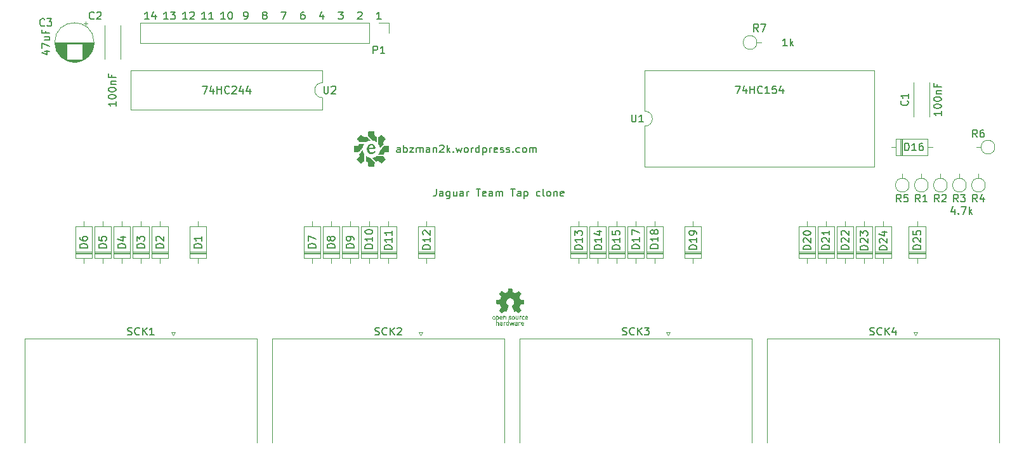
<source format=gto>
%TF.GenerationSoftware,KiCad,Pcbnew,(6.0.0)*%
%TF.CreationDate,2022-03-13T17:59:30-04:00*%
%TF.ProjectId,team tap,7465616d-2074-4617-902e-6b696361645f,rev?*%
%TF.SameCoordinates,Original*%
%TF.FileFunction,Legend,Top*%
%TF.FilePolarity,Positive*%
%FSLAX46Y46*%
G04 Gerber Fmt 4.6, Leading zero omitted, Abs format (unit mm)*
G04 Created by KiCad (PCBNEW (6.0.0)) date 2022-03-13 17:59:30*
%MOMM*%
%LPD*%
G01*
G04 APERTURE LIST*
%ADD10C,0.150000*%
%ADD11C,0.120000*%
%ADD12C,1.400000*%
%ADD13O,1.400000X1.400000*%
%ADD14R,1.600000X1.600000*%
%ADD15O,1.600000X1.600000*%
%ADD16C,1.600000*%
%ADD17R,1.700000X1.700000*%
%ADD18O,1.700000X1.700000*%
%ADD19C,4.000000*%
G04 APERTURE END LIST*
D10*
X74954857Y-147788380D02*
X74954857Y-148502666D01*
X74907238Y-148645523D01*
X74812000Y-148740761D01*
X74669142Y-148788380D01*
X74573904Y-148788380D01*
X75859619Y-148788380D02*
X75859619Y-148264571D01*
X75812000Y-148169333D01*
X75716761Y-148121714D01*
X75526285Y-148121714D01*
X75431047Y-148169333D01*
X75859619Y-148740761D02*
X75764380Y-148788380D01*
X75526285Y-148788380D01*
X75431047Y-148740761D01*
X75383428Y-148645523D01*
X75383428Y-148550285D01*
X75431047Y-148455047D01*
X75526285Y-148407428D01*
X75764380Y-148407428D01*
X75859619Y-148359809D01*
X76764380Y-148121714D02*
X76764380Y-148931238D01*
X76716761Y-149026476D01*
X76669142Y-149074095D01*
X76573904Y-149121714D01*
X76431047Y-149121714D01*
X76335809Y-149074095D01*
X76764380Y-148740761D02*
X76669142Y-148788380D01*
X76478666Y-148788380D01*
X76383428Y-148740761D01*
X76335809Y-148693142D01*
X76288190Y-148597904D01*
X76288190Y-148312190D01*
X76335809Y-148216952D01*
X76383428Y-148169333D01*
X76478666Y-148121714D01*
X76669142Y-148121714D01*
X76764380Y-148169333D01*
X77669142Y-148121714D02*
X77669142Y-148788380D01*
X77240571Y-148121714D02*
X77240571Y-148645523D01*
X77288190Y-148740761D01*
X77383428Y-148788380D01*
X77526285Y-148788380D01*
X77621523Y-148740761D01*
X77669142Y-148693142D01*
X78573904Y-148788380D02*
X78573904Y-148264571D01*
X78526285Y-148169333D01*
X78431047Y-148121714D01*
X78240571Y-148121714D01*
X78145333Y-148169333D01*
X78573904Y-148740761D02*
X78478666Y-148788380D01*
X78240571Y-148788380D01*
X78145333Y-148740761D01*
X78097714Y-148645523D01*
X78097714Y-148550285D01*
X78145333Y-148455047D01*
X78240571Y-148407428D01*
X78478666Y-148407428D01*
X78573904Y-148359809D01*
X79050095Y-148788380D02*
X79050095Y-148121714D01*
X79050095Y-148312190D02*
X79097714Y-148216952D01*
X79145333Y-148169333D01*
X79240571Y-148121714D01*
X79335809Y-148121714D01*
X80288190Y-147788380D02*
X80859619Y-147788380D01*
X80573904Y-148788380D02*
X80573904Y-147788380D01*
X81573904Y-148740761D02*
X81478666Y-148788380D01*
X81288190Y-148788380D01*
X81192952Y-148740761D01*
X81145333Y-148645523D01*
X81145333Y-148264571D01*
X81192952Y-148169333D01*
X81288190Y-148121714D01*
X81478666Y-148121714D01*
X81573904Y-148169333D01*
X81621523Y-148264571D01*
X81621523Y-148359809D01*
X81145333Y-148455047D01*
X82478666Y-148788380D02*
X82478666Y-148264571D01*
X82431047Y-148169333D01*
X82335809Y-148121714D01*
X82145333Y-148121714D01*
X82050095Y-148169333D01*
X82478666Y-148740761D02*
X82383428Y-148788380D01*
X82145333Y-148788380D01*
X82050095Y-148740761D01*
X82002476Y-148645523D01*
X82002476Y-148550285D01*
X82050095Y-148455047D01*
X82145333Y-148407428D01*
X82383428Y-148407428D01*
X82478666Y-148359809D01*
X82954857Y-148788380D02*
X82954857Y-148121714D01*
X82954857Y-148216952D02*
X83002476Y-148169333D01*
X83097714Y-148121714D01*
X83240571Y-148121714D01*
X83335809Y-148169333D01*
X83383428Y-148264571D01*
X83383428Y-148788380D01*
X83383428Y-148264571D02*
X83431047Y-148169333D01*
X83526285Y-148121714D01*
X83669142Y-148121714D01*
X83764380Y-148169333D01*
X83812000Y-148264571D01*
X83812000Y-148788380D01*
X84907238Y-147788380D02*
X85478666Y-147788380D01*
X85192952Y-148788380D02*
X85192952Y-147788380D01*
X86240571Y-148788380D02*
X86240571Y-148264571D01*
X86192952Y-148169333D01*
X86097714Y-148121714D01*
X85907238Y-148121714D01*
X85812000Y-148169333D01*
X86240571Y-148740761D02*
X86145333Y-148788380D01*
X85907238Y-148788380D01*
X85812000Y-148740761D01*
X85764380Y-148645523D01*
X85764380Y-148550285D01*
X85812000Y-148455047D01*
X85907238Y-148407428D01*
X86145333Y-148407428D01*
X86240571Y-148359809D01*
X86716761Y-148121714D02*
X86716761Y-149121714D01*
X86716761Y-148169333D02*
X86812000Y-148121714D01*
X87002476Y-148121714D01*
X87097714Y-148169333D01*
X87145333Y-148216952D01*
X87192952Y-148312190D01*
X87192952Y-148597904D01*
X87145333Y-148693142D01*
X87097714Y-148740761D01*
X87002476Y-148788380D01*
X86812000Y-148788380D01*
X86716761Y-148740761D01*
X88811999Y-148740761D02*
X88716761Y-148788380D01*
X88526285Y-148788380D01*
X88431047Y-148740761D01*
X88383428Y-148693142D01*
X88335809Y-148597904D01*
X88335809Y-148312190D01*
X88383428Y-148216952D01*
X88431047Y-148169333D01*
X88526285Y-148121714D01*
X88716761Y-148121714D01*
X88811999Y-148169333D01*
X89383428Y-148788380D02*
X89288190Y-148740761D01*
X89240571Y-148645523D01*
X89240571Y-147788380D01*
X89907238Y-148788380D02*
X89811999Y-148740761D01*
X89764380Y-148693142D01*
X89716761Y-148597904D01*
X89716761Y-148312190D01*
X89764380Y-148216952D01*
X89811999Y-148169333D01*
X89907238Y-148121714D01*
X90050095Y-148121714D01*
X90145333Y-148169333D01*
X90192952Y-148216952D01*
X90240571Y-148312190D01*
X90240571Y-148597904D01*
X90192952Y-148693142D01*
X90145333Y-148740761D01*
X90050095Y-148788380D01*
X89907238Y-148788380D01*
X90669142Y-148121714D02*
X90669142Y-148788380D01*
X90669142Y-148216952D02*
X90716761Y-148169333D01*
X90811999Y-148121714D01*
X90954857Y-148121714D01*
X91050095Y-148169333D01*
X91097714Y-148264571D01*
X91097714Y-148788380D01*
X91954857Y-148740761D02*
X91859619Y-148788380D01*
X91669142Y-148788380D01*
X91573904Y-148740761D01*
X91526285Y-148645523D01*
X91526285Y-148264571D01*
X91573904Y-148169333D01*
X91669142Y-148121714D01*
X91859619Y-148121714D01*
X91954857Y-148169333D01*
X92002476Y-148264571D01*
X92002476Y-148359809D01*
X91526285Y-148455047D01*
X64484285Y-124261619D02*
X64531904Y-124214000D01*
X64627142Y-124166380D01*
X64865238Y-124166380D01*
X64960476Y-124214000D01*
X65008095Y-124261619D01*
X65055714Y-124356857D01*
X65055714Y-124452095D01*
X65008095Y-124594952D01*
X64436666Y-125166380D01*
X65055714Y-125166380D01*
X59880476Y-124499714D02*
X59880476Y-125166380D01*
X59642380Y-124118761D02*
X59404285Y-124833047D01*
X60023333Y-124833047D01*
X67595714Y-125166380D02*
X67024285Y-125166380D01*
X67310000Y-125166380D02*
X67310000Y-124166380D01*
X67214761Y-124309238D01*
X67119523Y-124404476D01*
X67024285Y-124452095D01*
X44259523Y-125166380D02*
X43688095Y-125166380D01*
X43973809Y-125166380D02*
X43973809Y-124166380D01*
X43878571Y-124309238D01*
X43783333Y-124404476D01*
X43688095Y-124452095D01*
X45211904Y-125166380D02*
X44640476Y-125166380D01*
X44926190Y-125166380D02*
X44926190Y-124166380D01*
X44830952Y-124309238D01*
X44735714Y-124404476D01*
X44640476Y-124452095D01*
X49339523Y-125166380D02*
X49530000Y-125166380D01*
X49625238Y-125118761D01*
X49672857Y-125071142D01*
X49768095Y-124928285D01*
X49815714Y-124737809D01*
X49815714Y-124356857D01*
X49768095Y-124261619D01*
X49720476Y-124214000D01*
X49625238Y-124166380D01*
X49434761Y-124166380D01*
X49339523Y-124214000D01*
X49291904Y-124261619D01*
X49244285Y-124356857D01*
X49244285Y-124594952D01*
X49291904Y-124690190D01*
X49339523Y-124737809D01*
X49434761Y-124785428D01*
X49625238Y-124785428D01*
X49720476Y-124737809D01*
X49768095Y-124690190D01*
X49815714Y-124594952D01*
X39179523Y-125166380D02*
X38608095Y-125166380D01*
X38893809Y-125166380D02*
X38893809Y-124166380D01*
X38798571Y-124309238D01*
X38703333Y-124404476D01*
X38608095Y-124452095D01*
X39512857Y-124166380D02*
X40131904Y-124166380D01*
X39798571Y-124547333D01*
X39941428Y-124547333D01*
X40036666Y-124594952D01*
X40084285Y-124642571D01*
X40131904Y-124737809D01*
X40131904Y-124975904D01*
X40084285Y-125071142D01*
X40036666Y-125118761D01*
X39941428Y-125166380D01*
X39655714Y-125166380D01*
X39560476Y-125118761D01*
X39512857Y-125071142D01*
X36639523Y-125166380D02*
X36068095Y-125166380D01*
X36353809Y-125166380D02*
X36353809Y-124166380D01*
X36258571Y-124309238D01*
X36163333Y-124404476D01*
X36068095Y-124452095D01*
X37496666Y-124499714D02*
X37496666Y-125166380D01*
X37258571Y-124118761D02*
X37020476Y-124833047D01*
X37639523Y-124833047D01*
X41719523Y-125166380D02*
X41148095Y-125166380D01*
X41433809Y-125166380D02*
X41433809Y-124166380D01*
X41338571Y-124309238D01*
X41243333Y-124404476D01*
X41148095Y-124452095D01*
X42100476Y-124261619D02*
X42148095Y-124214000D01*
X42243333Y-124166380D01*
X42481428Y-124166380D01*
X42576666Y-124214000D01*
X42624285Y-124261619D01*
X42671904Y-124356857D01*
X42671904Y-124452095D01*
X42624285Y-124594952D01*
X42052857Y-125166380D01*
X42671904Y-125166380D01*
X46799523Y-125166380D02*
X46228095Y-125166380D01*
X46513809Y-125166380D02*
X46513809Y-124166380D01*
X46418571Y-124309238D01*
X46323333Y-124404476D01*
X46228095Y-124452095D01*
X47418571Y-124166380D02*
X47513809Y-124166380D01*
X47609047Y-124214000D01*
X47656666Y-124261619D01*
X47704285Y-124356857D01*
X47751904Y-124547333D01*
X47751904Y-124785428D01*
X47704285Y-124975904D01*
X47656666Y-125071142D01*
X47609047Y-125118761D01*
X47513809Y-125166380D01*
X47418571Y-125166380D01*
X47323333Y-125118761D01*
X47275714Y-125071142D01*
X47228095Y-124975904D01*
X47180476Y-124785428D01*
X47180476Y-124547333D01*
X47228095Y-124356857D01*
X47275714Y-124261619D01*
X47323333Y-124214000D01*
X47418571Y-124166380D01*
X61896666Y-124166380D02*
X62515714Y-124166380D01*
X62182380Y-124547333D01*
X62325238Y-124547333D01*
X62420476Y-124594952D01*
X62468095Y-124642571D01*
X62515714Y-124737809D01*
X62515714Y-124975904D01*
X62468095Y-125071142D01*
X62420476Y-125118761D01*
X62325238Y-125166380D01*
X62039523Y-125166380D01*
X61944285Y-125118761D01*
X61896666Y-125071142D01*
X51974761Y-124594952D02*
X51879523Y-124547333D01*
X51831904Y-124499714D01*
X51784285Y-124404476D01*
X51784285Y-124356857D01*
X51831904Y-124261619D01*
X51879523Y-124214000D01*
X51974761Y-124166380D01*
X52165238Y-124166380D01*
X52260476Y-124214000D01*
X52308095Y-124261619D01*
X52355714Y-124356857D01*
X52355714Y-124404476D01*
X52308095Y-124499714D01*
X52260476Y-124547333D01*
X52165238Y-124594952D01*
X51974761Y-124594952D01*
X51879523Y-124642571D01*
X51831904Y-124690190D01*
X51784285Y-124785428D01*
X51784285Y-124975904D01*
X51831904Y-125071142D01*
X51879523Y-125118761D01*
X51974761Y-125166380D01*
X52165238Y-125166380D01*
X52260476Y-125118761D01*
X52308095Y-125071142D01*
X52355714Y-124975904D01*
X52355714Y-124785428D01*
X52308095Y-124690190D01*
X52260476Y-124642571D01*
X52165238Y-124594952D01*
X54276666Y-124166380D02*
X54943333Y-124166380D01*
X54514761Y-125166380D01*
X57340476Y-124166380D02*
X57150000Y-124166380D01*
X57054761Y-124214000D01*
X57007142Y-124261619D01*
X56911904Y-124404476D01*
X56864285Y-124594952D01*
X56864285Y-124975904D01*
X56911904Y-125071142D01*
X56959523Y-125118761D01*
X57054761Y-125166380D01*
X57245238Y-125166380D01*
X57340476Y-125118761D01*
X57388095Y-125071142D01*
X57435714Y-124975904D01*
X57435714Y-124737809D01*
X57388095Y-124642571D01*
X57340476Y-124594952D01*
X57245238Y-124547333D01*
X57054761Y-124547333D01*
X56959523Y-124594952D01*
X56911904Y-124642571D01*
X56864285Y-124737809D01*
X70136857Y-142946380D02*
X70136857Y-142422571D01*
X70089238Y-142327333D01*
X69994000Y-142279714D01*
X69803523Y-142279714D01*
X69708285Y-142327333D01*
X70136857Y-142898761D02*
X70041619Y-142946380D01*
X69803523Y-142946380D01*
X69708285Y-142898761D01*
X69660666Y-142803523D01*
X69660666Y-142708285D01*
X69708285Y-142613047D01*
X69803523Y-142565428D01*
X70041619Y-142565428D01*
X70136857Y-142517809D01*
X70613047Y-142946380D02*
X70613047Y-141946380D01*
X70613047Y-142327333D02*
X70708285Y-142279714D01*
X70898761Y-142279714D01*
X70994000Y-142327333D01*
X71041619Y-142374952D01*
X71089238Y-142470190D01*
X71089238Y-142755904D01*
X71041619Y-142851142D01*
X70994000Y-142898761D01*
X70898761Y-142946380D01*
X70708285Y-142946380D01*
X70613047Y-142898761D01*
X71422571Y-142279714D02*
X71946380Y-142279714D01*
X71422571Y-142946380D01*
X71946380Y-142946380D01*
X72327333Y-142946380D02*
X72327333Y-142279714D01*
X72327333Y-142374952D02*
X72374952Y-142327333D01*
X72470190Y-142279714D01*
X72613047Y-142279714D01*
X72708285Y-142327333D01*
X72755904Y-142422571D01*
X72755904Y-142946380D01*
X72755904Y-142422571D02*
X72803523Y-142327333D01*
X72898761Y-142279714D01*
X73041619Y-142279714D01*
X73136857Y-142327333D01*
X73184476Y-142422571D01*
X73184476Y-142946380D01*
X74089238Y-142946380D02*
X74089238Y-142422571D01*
X74041619Y-142327333D01*
X73946380Y-142279714D01*
X73755904Y-142279714D01*
X73660666Y-142327333D01*
X74089238Y-142898761D02*
X73994000Y-142946380D01*
X73755904Y-142946380D01*
X73660666Y-142898761D01*
X73613047Y-142803523D01*
X73613047Y-142708285D01*
X73660666Y-142613047D01*
X73755904Y-142565428D01*
X73994000Y-142565428D01*
X74089238Y-142517809D01*
X74565428Y-142279714D02*
X74565428Y-142946380D01*
X74565428Y-142374952D02*
X74613047Y-142327333D01*
X74708285Y-142279714D01*
X74851142Y-142279714D01*
X74946380Y-142327333D01*
X74994000Y-142422571D01*
X74994000Y-142946380D01*
X75422571Y-142041619D02*
X75470190Y-141994000D01*
X75565428Y-141946380D01*
X75803523Y-141946380D01*
X75898761Y-141994000D01*
X75946380Y-142041619D01*
X75994000Y-142136857D01*
X75994000Y-142232095D01*
X75946380Y-142374952D01*
X75374952Y-142946380D01*
X75994000Y-142946380D01*
X76422571Y-142946380D02*
X76422571Y-141946380D01*
X76517809Y-142565428D02*
X76803523Y-142946380D01*
X76803523Y-142279714D02*
X76422571Y-142660666D01*
X77232095Y-142851142D02*
X77279714Y-142898761D01*
X77232095Y-142946380D01*
X77184476Y-142898761D01*
X77232095Y-142851142D01*
X77232095Y-142946380D01*
X77613047Y-142279714D02*
X77803523Y-142946380D01*
X77994000Y-142470190D01*
X78184476Y-142946380D01*
X78374952Y-142279714D01*
X78898761Y-142946380D02*
X78803523Y-142898761D01*
X78755904Y-142851142D01*
X78708285Y-142755904D01*
X78708285Y-142470190D01*
X78755904Y-142374952D01*
X78803523Y-142327333D01*
X78898761Y-142279714D01*
X79041619Y-142279714D01*
X79136857Y-142327333D01*
X79184476Y-142374952D01*
X79232095Y-142470190D01*
X79232095Y-142755904D01*
X79184476Y-142851142D01*
X79136857Y-142898761D01*
X79041619Y-142946380D01*
X78898761Y-142946380D01*
X79660666Y-142946380D02*
X79660666Y-142279714D01*
X79660666Y-142470190D02*
X79708285Y-142374952D01*
X79755904Y-142327333D01*
X79851142Y-142279714D01*
X79946380Y-142279714D01*
X80708285Y-142946380D02*
X80708285Y-141946380D01*
X80708285Y-142898761D02*
X80613047Y-142946380D01*
X80422571Y-142946380D01*
X80327333Y-142898761D01*
X80279714Y-142851142D01*
X80232095Y-142755904D01*
X80232095Y-142470190D01*
X80279714Y-142374952D01*
X80327333Y-142327333D01*
X80422571Y-142279714D01*
X80613047Y-142279714D01*
X80708285Y-142327333D01*
X81184476Y-142279714D02*
X81184476Y-143279714D01*
X81184476Y-142327333D02*
X81279714Y-142279714D01*
X81470190Y-142279714D01*
X81565428Y-142327333D01*
X81613047Y-142374952D01*
X81660666Y-142470190D01*
X81660666Y-142755904D01*
X81613047Y-142851142D01*
X81565428Y-142898761D01*
X81470190Y-142946380D01*
X81279714Y-142946380D01*
X81184476Y-142898761D01*
X82089238Y-142946380D02*
X82089238Y-142279714D01*
X82089238Y-142470190D02*
X82136857Y-142374952D01*
X82184476Y-142327333D01*
X82279714Y-142279714D01*
X82374952Y-142279714D01*
X83089238Y-142898761D02*
X82994000Y-142946380D01*
X82803523Y-142946380D01*
X82708285Y-142898761D01*
X82660666Y-142803523D01*
X82660666Y-142422571D01*
X82708285Y-142327333D01*
X82803523Y-142279714D01*
X82994000Y-142279714D01*
X83089238Y-142327333D01*
X83136857Y-142422571D01*
X83136857Y-142517809D01*
X82660666Y-142613047D01*
X83517809Y-142898761D02*
X83613047Y-142946380D01*
X83803523Y-142946380D01*
X83898761Y-142898761D01*
X83946380Y-142803523D01*
X83946380Y-142755904D01*
X83898761Y-142660666D01*
X83803523Y-142613047D01*
X83660666Y-142613047D01*
X83565428Y-142565428D01*
X83517809Y-142470190D01*
X83517809Y-142422571D01*
X83565428Y-142327333D01*
X83660666Y-142279714D01*
X83803523Y-142279714D01*
X83898761Y-142327333D01*
X84327333Y-142898761D02*
X84422571Y-142946380D01*
X84613047Y-142946380D01*
X84708285Y-142898761D01*
X84755904Y-142803523D01*
X84755904Y-142755904D01*
X84708285Y-142660666D01*
X84613047Y-142613047D01*
X84470190Y-142613047D01*
X84374952Y-142565428D01*
X84327333Y-142470190D01*
X84327333Y-142422571D01*
X84374952Y-142327333D01*
X84470190Y-142279714D01*
X84613047Y-142279714D01*
X84708285Y-142327333D01*
X85184476Y-142851142D02*
X85232095Y-142898761D01*
X85184476Y-142946380D01*
X85136857Y-142898761D01*
X85184476Y-142851142D01*
X85184476Y-142946380D01*
X86089238Y-142898761D02*
X85994000Y-142946380D01*
X85803523Y-142946380D01*
X85708285Y-142898761D01*
X85660666Y-142851142D01*
X85613047Y-142755904D01*
X85613047Y-142470190D01*
X85660666Y-142374952D01*
X85708285Y-142327333D01*
X85803523Y-142279714D01*
X85994000Y-142279714D01*
X86089238Y-142327333D01*
X86660666Y-142946380D02*
X86565428Y-142898761D01*
X86517809Y-142851142D01*
X86470190Y-142755904D01*
X86470190Y-142470190D01*
X86517809Y-142374952D01*
X86565428Y-142327333D01*
X86660666Y-142279714D01*
X86803523Y-142279714D01*
X86898761Y-142327333D01*
X86946380Y-142374952D01*
X86994000Y-142470190D01*
X86994000Y-142755904D01*
X86946380Y-142851142D01*
X86898761Y-142898761D01*
X86803523Y-142946380D01*
X86660666Y-142946380D01*
X87422571Y-142946380D02*
X87422571Y-142279714D01*
X87422571Y-142374952D02*
X87470190Y-142327333D01*
X87565428Y-142279714D01*
X87708285Y-142279714D01*
X87803523Y-142327333D01*
X87851142Y-142422571D01*
X87851142Y-142946380D01*
X87851142Y-142422571D02*
X87898761Y-142327333D01*
X87994000Y-142279714D01*
X88136857Y-142279714D01*
X88232095Y-142327333D01*
X88279714Y-142422571D01*
X88279714Y-142946380D01*
%TO.C,R5*%
X136993333Y-149550380D02*
X136660000Y-149074190D01*
X136421904Y-149550380D02*
X136421904Y-148550380D01*
X136802857Y-148550380D01*
X136898095Y-148598000D01*
X136945714Y-148645619D01*
X136993333Y-148740857D01*
X136993333Y-148883714D01*
X136945714Y-148978952D01*
X136898095Y-149026571D01*
X136802857Y-149074190D01*
X136421904Y-149074190D01*
X137898095Y-148550380D02*
X137421904Y-148550380D01*
X137374285Y-149026571D01*
X137421904Y-148978952D01*
X137517142Y-148931333D01*
X137755238Y-148931333D01*
X137850476Y-148978952D01*
X137898095Y-149026571D01*
X137945714Y-149121809D01*
X137945714Y-149359904D01*
X137898095Y-149455142D01*
X137850476Y-149502761D01*
X137755238Y-149550380D01*
X137517142Y-149550380D01*
X137421904Y-149502761D01*
X137374285Y-149455142D01*
%TO.C,D22*%
X129992380Y-155874885D02*
X128992380Y-155874885D01*
X128992380Y-155636790D01*
X129040000Y-155493933D01*
X129135238Y-155398695D01*
X129230476Y-155351076D01*
X129420952Y-155303457D01*
X129563809Y-155303457D01*
X129754285Y-155351076D01*
X129849523Y-155398695D01*
X129944761Y-155493933D01*
X129992380Y-155636790D01*
X129992380Y-155874885D01*
X129087619Y-154922504D02*
X129040000Y-154874885D01*
X128992380Y-154779647D01*
X128992380Y-154541552D01*
X129040000Y-154446314D01*
X129087619Y-154398695D01*
X129182857Y-154351076D01*
X129278095Y-154351076D01*
X129420952Y-154398695D01*
X129992380Y-154970123D01*
X129992380Y-154351076D01*
X129087619Y-153970123D02*
X129040000Y-153922504D01*
X128992380Y-153827266D01*
X128992380Y-153589171D01*
X129040000Y-153493933D01*
X129087619Y-153446314D01*
X129182857Y-153398695D01*
X129278095Y-153398695D01*
X129420952Y-153446314D01*
X129992380Y-154017742D01*
X129992380Y-153398695D01*
%TO.C,D16*%
X137495114Y-142692380D02*
X137495114Y-141692380D01*
X137733209Y-141692380D01*
X137876066Y-141740000D01*
X137971304Y-141835238D01*
X138018923Y-141930476D01*
X138066542Y-142120952D01*
X138066542Y-142263809D01*
X138018923Y-142454285D01*
X137971304Y-142549523D01*
X137876066Y-142644761D01*
X137733209Y-142692380D01*
X137495114Y-142692380D01*
X139018923Y-142692380D02*
X138447495Y-142692380D01*
X138733209Y-142692380D02*
X138733209Y-141692380D01*
X138637971Y-141835238D01*
X138542733Y-141930476D01*
X138447495Y-141978095D01*
X139876066Y-141692380D02*
X139685590Y-141692380D01*
X139590352Y-141740000D01*
X139542733Y-141787619D01*
X139447495Y-141930476D01*
X139399876Y-142120952D01*
X139399876Y-142501904D01*
X139447495Y-142597142D01*
X139495114Y-142644761D01*
X139590352Y-142692380D01*
X139780828Y-142692380D01*
X139876066Y-142644761D01*
X139923685Y-142597142D01*
X139971304Y-142501904D01*
X139971304Y-142263809D01*
X139923685Y-142168571D01*
X139876066Y-142120952D01*
X139780828Y-142073333D01*
X139590352Y-142073333D01*
X139495114Y-142120952D01*
X139447495Y-142168571D01*
X139399876Y-142263809D01*
%TO.C,D20*%
X124937780Y-155900285D02*
X123937780Y-155900285D01*
X123937780Y-155662190D01*
X123985400Y-155519333D01*
X124080638Y-155424095D01*
X124175876Y-155376476D01*
X124366352Y-155328857D01*
X124509209Y-155328857D01*
X124699685Y-155376476D01*
X124794923Y-155424095D01*
X124890161Y-155519333D01*
X124937780Y-155662190D01*
X124937780Y-155900285D01*
X124033019Y-154947904D02*
X123985400Y-154900285D01*
X123937780Y-154805047D01*
X123937780Y-154566952D01*
X123985400Y-154471714D01*
X124033019Y-154424095D01*
X124128257Y-154376476D01*
X124223495Y-154376476D01*
X124366352Y-154424095D01*
X124937780Y-154995523D01*
X124937780Y-154376476D01*
X123937780Y-153757428D02*
X123937780Y-153662190D01*
X123985400Y-153566952D01*
X124033019Y-153519333D01*
X124128257Y-153471714D01*
X124318733Y-153424095D01*
X124556828Y-153424095D01*
X124747304Y-153471714D01*
X124842542Y-153519333D01*
X124890161Y-153566952D01*
X124937780Y-153662190D01*
X124937780Y-153757428D01*
X124890161Y-153852666D01*
X124842542Y-153900285D01*
X124747304Y-153947904D01*
X124556828Y-153995523D01*
X124318733Y-153995523D01*
X124128257Y-153947904D01*
X124033019Y-153900285D01*
X123985400Y-153852666D01*
X123937780Y-153757428D01*
%TO.C,D11*%
X69032380Y-155874885D02*
X68032380Y-155874885D01*
X68032380Y-155636790D01*
X68080000Y-155493933D01*
X68175238Y-155398695D01*
X68270476Y-155351076D01*
X68460952Y-155303457D01*
X68603809Y-155303457D01*
X68794285Y-155351076D01*
X68889523Y-155398695D01*
X68984761Y-155493933D01*
X69032380Y-155636790D01*
X69032380Y-155874885D01*
X69032380Y-154351076D02*
X69032380Y-154922504D01*
X69032380Y-154636790D02*
X68032380Y-154636790D01*
X68175238Y-154732028D01*
X68270476Y-154827266D01*
X68318095Y-154922504D01*
X69032380Y-153398695D02*
X69032380Y-153970123D01*
X69032380Y-153684409D02*
X68032380Y-153684409D01*
X68175238Y-153779647D01*
X68270476Y-153874885D01*
X68318095Y-153970123D01*
%TO.C,D3*%
X36012380Y-155678095D02*
X35012380Y-155678095D01*
X35012380Y-155440000D01*
X35060000Y-155297142D01*
X35155238Y-155201904D01*
X35250476Y-155154285D01*
X35440952Y-155106666D01*
X35583809Y-155106666D01*
X35774285Y-155154285D01*
X35869523Y-155201904D01*
X35964761Y-155297142D01*
X36012380Y-155440000D01*
X36012380Y-155678095D01*
X35012380Y-154773333D02*
X35012380Y-154154285D01*
X35393333Y-154487619D01*
X35393333Y-154344761D01*
X35440952Y-154249523D01*
X35488571Y-154201904D01*
X35583809Y-154154285D01*
X35821904Y-154154285D01*
X35917142Y-154201904D01*
X35964761Y-154249523D01*
X36012380Y-154344761D01*
X36012380Y-154630476D01*
X35964761Y-154725714D01*
X35917142Y-154773333D01*
%TO.C,C3*%
X22693333Y-125987142D02*
X22645714Y-126034761D01*
X22502857Y-126082380D01*
X22407619Y-126082380D01*
X22264761Y-126034761D01*
X22169523Y-125939523D01*
X22121904Y-125844285D01*
X22074285Y-125653809D01*
X22074285Y-125510952D01*
X22121904Y-125320476D01*
X22169523Y-125225238D01*
X22264761Y-125130000D01*
X22407619Y-125082380D01*
X22502857Y-125082380D01*
X22645714Y-125130000D01*
X22693333Y-125177619D01*
X23026666Y-125082380D02*
X23645714Y-125082380D01*
X23312380Y-125463333D01*
X23455238Y-125463333D01*
X23550476Y-125510952D01*
X23598095Y-125558571D01*
X23645714Y-125653809D01*
X23645714Y-125891904D01*
X23598095Y-125987142D01*
X23550476Y-126034761D01*
X23455238Y-126082380D01*
X23169523Y-126082380D01*
X23074285Y-126034761D01*
X23026666Y-125987142D01*
X22705714Y-129416666D02*
X23372380Y-129416666D01*
X22324761Y-129654761D02*
X23039047Y-129892857D01*
X23039047Y-129273809D01*
X22372380Y-128988095D02*
X22372380Y-128321428D01*
X23372380Y-128750000D01*
X22705714Y-127511904D02*
X23372380Y-127511904D01*
X22705714Y-127940476D02*
X23229523Y-127940476D01*
X23324761Y-127892857D01*
X23372380Y-127797619D01*
X23372380Y-127654761D01*
X23324761Y-127559523D01*
X23277142Y-127511904D01*
X22848571Y-126702380D02*
X22848571Y-127035714D01*
X23372380Y-127035714D02*
X22372380Y-127035714D01*
X22372380Y-126559523D01*
%TO.C,D12*%
X74163180Y-155824085D02*
X73163180Y-155824085D01*
X73163180Y-155585990D01*
X73210800Y-155443133D01*
X73306038Y-155347895D01*
X73401276Y-155300276D01*
X73591752Y-155252657D01*
X73734609Y-155252657D01*
X73925085Y-155300276D01*
X74020323Y-155347895D01*
X74115561Y-155443133D01*
X74163180Y-155585990D01*
X74163180Y-155824085D01*
X74163180Y-154300276D02*
X74163180Y-154871704D01*
X74163180Y-154585990D02*
X73163180Y-154585990D01*
X73306038Y-154681228D01*
X73401276Y-154776466D01*
X73448895Y-154871704D01*
X73258419Y-153919323D02*
X73210800Y-153871704D01*
X73163180Y-153776466D01*
X73163180Y-153538371D01*
X73210800Y-153443133D01*
X73258419Y-153395514D01*
X73353657Y-153347895D01*
X73448895Y-153347895D01*
X73591752Y-153395514D01*
X74163180Y-153966942D01*
X74163180Y-153347895D01*
%TO.C,D2*%
X38552380Y-155678095D02*
X37552380Y-155678095D01*
X37552380Y-155440000D01*
X37600000Y-155297142D01*
X37695238Y-155201904D01*
X37790476Y-155154285D01*
X37980952Y-155106666D01*
X38123809Y-155106666D01*
X38314285Y-155154285D01*
X38409523Y-155201904D01*
X38504761Y-155297142D01*
X38552380Y-155440000D01*
X38552380Y-155678095D01*
X37647619Y-154725714D02*
X37600000Y-154678095D01*
X37552380Y-154582857D01*
X37552380Y-154344761D01*
X37600000Y-154249523D01*
X37647619Y-154201904D01*
X37742857Y-154154285D01*
X37838095Y-154154285D01*
X37980952Y-154201904D01*
X38552380Y-154773333D01*
X38552380Y-154154285D01*
%TO.C,R4*%
X147153333Y-149550380D02*
X146820000Y-149074190D01*
X146581904Y-149550380D02*
X146581904Y-148550380D01*
X146962857Y-148550380D01*
X147058095Y-148598000D01*
X147105714Y-148645619D01*
X147153333Y-148740857D01*
X147153333Y-148883714D01*
X147105714Y-148978952D01*
X147058095Y-149026571D01*
X146962857Y-149074190D01*
X146581904Y-149074190D01*
X148010476Y-148883714D02*
X148010476Y-149550380D01*
X147772380Y-148502761D02*
X147534285Y-149217047D01*
X148153333Y-149217047D01*
%TO.C,R7*%
X117943333Y-126802380D02*
X117610000Y-126326190D01*
X117371904Y-126802380D02*
X117371904Y-125802380D01*
X117752857Y-125802380D01*
X117848095Y-125850000D01*
X117895714Y-125897619D01*
X117943333Y-125992857D01*
X117943333Y-126135714D01*
X117895714Y-126230952D01*
X117848095Y-126278571D01*
X117752857Y-126326190D01*
X117371904Y-126326190D01*
X118276666Y-125802380D02*
X118943333Y-125802380D01*
X118514761Y-126802380D01*
X121800952Y-128722380D02*
X121229523Y-128722380D01*
X121515238Y-128722380D02*
X121515238Y-127722380D01*
X121420000Y-127865238D01*
X121324761Y-127960476D01*
X121229523Y-128008095D01*
X122229523Y-128722380D02*
X122229523Y-127722380D01*
X122324761Y-128341428D02*
X122610476Y-128722380D01*
X122610476Y-128055714D02*
X122229523Y-128436666D01*
%TO.C,C2*%
X29297333Y-125071142D02*
X29249714Y-125118761D01*
X29106857Y-125166380D01*
X29011619Y-125166380D01*
X28868761Y-125118761D01*
X28773523Y-125023523D01*
X28725904Y-124928285D01*
X28678285Y-124737809D01*
X28678285Y-124594952D01*
X28725904Y-124404476D01*
X28773523Y-124309238D01*
X28868761Y-124214000D01*
X29011619Y-124166380D01*
X29106857Y-124166380D01*
X29249714Y-124214000D01*
X29297333Y-124261619D01*
X29678285Y-124261619D02*
X29725904Y-124214000D01*
X29821142Y-124166380D01*
X30059238Y-124166380D01*
X30154476Y-124214000D01*
X30202095Y-124261619D01*
X30249714Y-124356857D01*
X30249714Y-124452095D01*
X30202095Y-124594952D01*
X29630666Y-125166380D01*
X30249714Y-125166380D01*
X32202380Y-136167619D02*
X32202380Y-136739047D01*
X32202380Y-136453333D02*
X31202380Y-136453333D01*
X31345238Y-136548571D01*
X31440476Y-136643809D01*
X31488095Y-136739047D01*
X31202380Y-135548571D02*
X31202380Y-135453333D01*
X31250000Y-135358095D01*
X31297619Y-135310476D01*
X31392857Y-135262857D01*
X31583333Y-135215238D01*
X31821428Y-135215238D01*
X32011904Y-135262857D01*
X32107142Y-135310476D01*
X32154761Y-135358095D01*
X32202380Y-135453333D01*
X32202380Y-135548571D01*
X32154761Y-135643809D01*
X32107142Y-135691428D01*
X32011904Y-135739047D01*
X31821428Y-135786666D01*
X31583333Y-135786666D01*
X31392857Y-135739047D01*
X31297619Y-135691428D01*
X31250000Y-135643809D01*
X31202380Y-135548571D01*
X31202380Y-134596190D02*
X31202380Y-134500952D01*
X31250000Y-134405714D01*
X31297619Y-134358095D01*
X31392857Y-134310476D01*
X31583333Y-134262857D01*
X31821428Y-134262857D01*
X32011904Y-134310476D01*
X32107142Y-134358095D01*
X32154761Y-134405714D01*
X32202380Y-134500952D01*
X32202380Y-134596190D01*
X32154761Y-134691428D01*
X32107142Y-134739047D01*
X32011904Y-134786666D01*
X31821428Y-134834285D01*
X31583333Y-134834285D01*
X31392857Y-134786666D01*
X31297619Y-134739047D01*
X31250000Y-134691428D01*
X31202380Y-134596190D01*
X31535714Y-133834285D02*
X32202380Y-133834285D01*
X31630952Y-133834285D02*
X31583333Y-133786666D01*
X31535714Y-133691428D01*
X31535714Y-133548571D01*
X31583333Y-133453333D01*
X31678571Y-133405714D01*
X32202380Y-133405714D01*
X31678571Y-132596190D02*
X31678571Y-132929523D01*
X32202380Y-132929523D02*
X31202380Y-132929523D01*
X31202380Y-132453333D01*
%TO.C,P1*%
X66571904Y-129738380D02*
X66571904Y-128738380D01*
X66952857Y-128738380D01*
X67048095Y-128786000D01*
X67095714Y-128833619D01*
X67143333Y-128928857D01*
X67143333Y-129071714D01*
X67095714Y-129166952D01*
X67048095Y-129214571D01*
X66952857Y-129262190D01*
X66571904Y-129262190D01*
X68095714Y-129738380D02*
X67524285Y-129738380D01*
X67810000Y-129738380D02*
X67810000Y-128738380D01*
X67714761Y-128881238D01*
X67619523Y-128976476D01*
X67524285Y-129024095D01*
%TO.C,U2*%
X59983095Y-134082380D02*
X59983095Y-134891904D01*
X60030714Y-134987142D01*
X60078333Y-135034761D01*
X60173571Y-135082380D01*
X60364047Y-135082380D01*
X60459285Y-135034761D01*
X60506904Y-134987142D01*
X60554523Y-134891904D01*
X60554523Y-134082380D01*
X60983095Y-134177619D02*
X61030714Y-134130000D01*
X61125952Y-134082380D01*
X61364047Y-134082380D01*
X61459285Y-134130000D01*
X61506904Y-134177619D01*
X61554523Y-134272857D01*
X61554523Y-134368095D01*
X61506904Y-134510952D01*
X60935476Y-135082380D01*
X61554523Y-135082380D01*
X43728095Y-134082380D02*
X44394761Y-134082380D01*
X43966190Y-135082380D01*
X45204285Y-134415714D02*
X45204285Y-135082380D01*
X44966190Y-134034761D02*
X44728095Y-134749047D01*
X45347142Y-134749047D01*
X45728095Y-135082380D02*
X45728095Y-134082380D01*
X45728095Y-134558571D02*
X46299523Y-134558571D01*
X46299523Y-135082380D02*
X46299523Y-134082380D01*
X47347142Y-134987142D02*
X47299523Y-135034761D01*
X47156666Y-135082380D01*
X47061428Y-135082380D01*
X46918571Y-135034761D01*
X46823333Y-134939523D01*
X46775714Y-134844285D01*
X46728095Y-134653809D01*
X46728095Y-134510952D01*
X46775714Y-134320476D01*
X46823333Y-134225238D01*
X46918571Y-134130000D01*
X47061428Y-134082380D01*
X47156666Y-134082380D01*
X47299523Y-134130000D01*
X47347142Y-134177619D01*
X47728095Y-134177619D02*
X47775714Y-134130000D01*
X47870952Y-134082380D01*
X48109047Y-134082380D01*
X48204285Y-134130000D01*
X48251904Y-134177619D01*
X48299523Y-134272857D01*
X48299523Y-134368095D01*
X48251904Y-134510952D01*
X47680476Y-135082380D01*
X48299523Y-135082380D01*
X49156666Y-134415714D02*
X49156666Y-135082380D01*
X48918571Y-134034761D02*
X48680476Y-134749047D01*
X49299523Y-134749047D01*
X50109047Y-134415714D02*
X50109047Y-135082380D01*
X49870952Y-134034761D02*
X49632857Y-134749047D01*
X50251904Y-134749047D01*
%TO.C,D9*%
X63952380Y-155678095D02*
X62952380Y-155678095D01*
X62952380Y-155440000D01*
X63000000Y-155297142D01*
X63095238Y-155201904D01*
X63190476Y-155154285D01*
X63380952Y-155106666D01*
X63523809Y-155106666D01*
X63714285Y-155154285D01*
X63809523Y-155201904D01*
X63904761Y-155297142D01*
X63952380Y-155440000D01*
X63952380Y-155678095D01*
X63952380Y-154630476D02*
X63952380Y-154440000D01*
X63904761Y-154344761D01*
X63857142Y-154297142D01*
X63714285Y-154201904D01*
X63523809Y-154154285D01*
X63142857Y-154154285D01*
X63047619Y-154201904D01*
X63000000Y-154249523D01*
X62952380Y-154344761D01*
X62952380Y-154535238D01*
X63000000Y-154630476D01*
X63047619Y-154678095D01*
X63142857Y-154725714D01*
X63380952Y-154725714D01*
X63476190Y-154678095D01*
X63523809Y-154630476D01*
X63571428Y-154535238D01*
X63571428Y-154344761D01*
X63523809Y-154249523D01*
X63476190Y-154201904D01*
X63380952Y-154154285D01*
%TO.C,D15*%
X99461580Y-155849485D02*
X98461580Y-155849485D01*
X98461580Y-155611390D01*
X98509200Y-155468533D01*
X98604438Y-155373295D01*
X98699676Y-155325676D01*
X98890152Y-155278057D01*
X99033009Y-155278057D01*
X99223485Y-155325676D01*
X99318723Y-155373295D01*
X99413961Y-155468533D01*
X99461580Y-155611390D01*
X99461580Y-155849485D01*
X99461580Y-154325676D02*
X99461580Y-154897104D01*
X99461580Y-154611390D02*
X98461580Y-154611390D01*
X98604438Y-154706628D01*
X98699676Y-154801866D01*
X98747295Y-154897104D01*
X98461580Y-153420914D02*
X98461580Y-153897104D01*
X98937771Y-153944723D01*
X98890152Y-153897104D01*
X98842533Y-153801866D01*
X98842533Y-153563771D01*
X98890152Y-153468533D01*
X98937771Y-153420914D01*
X99033009Y-153373295D01*
X99271104Y-153373295D01*
X99366342Y-153420914D01*
X99413961Y-153468533D01*
X99461580Y-153563771D01*
X99461580Y-153801866D01*
X99413961Y-153897104D01*
X99366342Y-153944723D01*
%TO.C,SCK2*%
X66803095Y-167284430D02*
X66945952Y-167332049D01*
X67184047Y-167332049D01*
X67279285Y-167284430D01*
X67326904Y-167236811D01*
X67374523Y-167141573D01*
X67374523Y-167046335D01*
X67326904Y-166951097D01*
X67279285Y-166903478D01*
X67184047Y-166855859D01*
X66993571Y-166808240D01*
X66898333Y-166760621D01*
X66850714Y-166713002D01*
X66803095Y-166617764D01*
X66803095Y-166522526D01*
X66850714Y-166427288D01*
X66898333Y-166379669D01*
X66993571Y-166332049D01*
X67231666Y-166332049D01*
X67374523Y-166379669D01*
X68374523Y-167236811D02*
X68326904Y-167284430D01*
X68184047Y-167332049D01*
X68088809Y-167332049D01*
X67945952Y-167284430D01*
X67850714Y-167189192D01*
X67803095Y-167093954D01*
X67755476Y-166903478D01*
X67755476Y-166760621D01*
X67803095Y-166570145D01*
X67850714Y-166474907D01*
X67945952Y-166379669D01*
X68088809Y-166332049D01*
X68184047Y-166332049D01*
X68326904Y-166379669D01*
X68374523Y-166427288D01*
X68803095Y-167332049D02*
X68803095Y-166332049D01*
X69374523Y-167332049D02*
X68945952Y-166760621D01*
X69374523Y-166332049D02*
X68803095Y-166903478D01*
X69755476Y-166427288D02*
X69803095Y-166379669D01*
X69898333Y-166332049D01*
X70136428Y-166332049D01*
X70231666Y-166379669D01*
X70279285Y-166427288D01*
X70326904Y-166522526D01*
X70326904Y-166617764D01*
X70279285Y-166760621D01*
X69707857Y-167332049D01*
X70326904Y-167332049D01*
%TO.C,D10*%
X66466980Y-155747885D02*
X65466980Y-155747885D01*
X65466980Y-155509790D01*
X65514600Y-155366933D01*
X65609838Y-155271695D01*
X65705076Y-155224076D01*
X65895552Y-155176457D01*
X66038409Y-155176457D01*
X66228885Y-155224076D01*
X66324123Y-155271695D01*
X66419361Y-155366933D01*
X66466980Y-155509790D01*
X66466980Y-155747885D01*
X66466980Y-154224076D02*
X66466980Y-154795504D01*
X66466980Y-154509790D02*
X65466980Y-154509790D01*
X65609838Y-154605028D01*
X65705076Y-154700266D01*
X65752695Y-154795504D01*
X65466980Y-153605028D02*
X65466980Y-153509790D01*
X65514600Y-153414552D01*
X65562219Y-153366933D01*
X65657457Y-153319314D01*
X65847933Y-153271695D01*
X66086028Y-153271695D01*
X66276504Y-153319314D01*
X66371742Y-153366933D01*
X66419361Y-153414552D01*
X66466980Y-153509790D01*
X66466980Y-153605028D01*
X66419361Y-153700266D01*
X66371742Y-153747885D01*
X66276504Y-153795504D01*
X66086028Y-153843123D01*
X65847933Y-153843123D01*
X65657457Y-153795504D01*
X65562219Y-153747885D01*
X65514600Y-153700266D01*
X65466980Y-153605028D01*
%TO.C,D19*%
X109723180Y-155874885D02*
X108723180Y-155874885D01*
X108723180Y-155636790D01*
X108770800Y-155493933D01*
X108866038Y-155398695D01*
X108961276Y-155351076D01*
X109151752Y-155303457D01*
X109294609Y-155303457D01*
X109485085Y-155351076D01*
X109580323Y-155398695D01*
X109675561Y-155493933D01*
X109723180Y-155636790D01*
X109723180Y-155874885D01*
X109723180Y-154351076D02*
X109723180Y-154922504D01*
X109723180Y-154636790D02*
X108723180Y-154636790D01*
X108866038Y-154732028D01*
X108961276Y-154827266D01*
X109008895Y-154922504D01*
X109723180Y-153874885D02*
X109723180Y-153684409D01*
X109675561Y-153589171D01*
X109627942Y-153541552D01*
X109485085Y-153446314D01*
X109294609Y-153398695D01*
X108913657Y-153398695D01*
X108818419Y-153446314D01*
X108770800Y-153493933D01*
X108723180Y-153589171D01*
X108723180Y-153779647D01*
X108770800Y-153874885D01*
X108818419Y-153922504D01*
X108913657Y-153970123D01*
X109151752Y-153970123D01*
X109246990Y-153922504D01*
X109294609Y-153874885D01*
X109342228Y-153779647D01*
X109342228Y-153589171D01*
X109294609Y-153493933D01*
X109246990Y-153446314D01*
X109151752Y-153398695D01*
%TO.C,SCK3*%
X99823095Y-167284430D02*
X99965952Y-167332049D01*
X100204047Y-167332049D01*
X100299285Y-167284430D01*
X100346904Y-167236811D01*
X100394523Y-167141573D01*
X100394523Y-167046335D01*
X100346904Y-166951097D01*
X100299285Y-166903478D01*
X100204047Y-166855859D01*
X100013571Y-166808240D01*
X99918333Y-166760621D01*
X99870714Y-166713002D01*
X99823095Y-166617764D01*
X99823095Y-166522526D01*
X99870714Y-166427288D01*
X99918333Y-166379669D01*
X100013571Y-166332049D01*
X100251666Y-166332049D01*
X100394523Y-166379669D01*
X101394523Y-167236811D02*
X101346904Y-167284430D01*
X101204047Y-167332049D01*
X101108809Y-167332049D01*
X100965952Y-167284430D01*
X100870714Y-167189192D01*
X100823095Y-167093954D01*
X100775476Y-166903478D01*
X100775476Y-166760621D01*
X100823095Y-166570145D01*
X100870714Y-166474907D01*
X100965952Y-166379669D01*
X101108809Y-166332049D01*
X101204047Y-166332049D01*
X101346904Y-166379669D01*
X101394523Y-166427288D01*
X101823095Y-167332049D02*
X101823095Y-166332049D01*
X102394523Y-167332049D02*
X101965952Y-166760621D01*
X102394523Y-166332049D02*
X101823095Y-166903478D01*
X102727857Y-166332049D02*
X103346904Y-166332049D01*
X103013571Y-166713002D01*
X103156428Y-166713002D01*
X103251666Y-166760621D01*
X103299285Y-166808240D01*
X103346904Y-166903478D01*
X103346904Y-167141573D01*
X103299285Y-167236811D01*
X103251666Y-167284430D01*
X103156428Y-167332049D01*
X102870714Y-167332049D01*
X102775476Y-167284430D01*
X102727857Y-167236811D01*
%TO.C,D21*%
X127426980Y-155849485D02*
X126426980Y-155849485D01*
X126426980Y-155611390D01*
X126474600Y-155468533D01*
X126569838Y-155373295D01*
X126665076Y-155325676D01*
X126855552Y-155278057D01*
X126998409Y-155278057D01*
X127188885Y-155325676D01*
X127284123Y-155373295D01*
X127379361Y-155468533D01*
X127426980Y-155611390D01*
X127426980Y-155849485D01*
X126522219Y-154897104D02*
X126474600Y-154849485D01*
X126426980Y-154754247D01*
X126426980Y-154516152D01*
X126474600Y-154420914D01*
X126522219Y-154373295D01*
X126617457Y-154325676D01*
X126712695Y-154325676D01*
X126855552Y-154373295D01*
X127426980Y-154944723D01*
X127426980Y-154325676D01*
X127426980Y-153373295D02*
X127426980Y-153944723D01*
X127426980Y-153659009D02*
X126426980Y-153659009D01*
X126569838Y-153754247D01*
X126665076Y-153849485D01*
X126712695Y-153944723D01*
%TO.C,R2*%
X142073333Y-149550380D02*
X141740000Y-149074190D01*
X141501904Y-149550380D02*
X141501904Y-148550380D01*
X141882857Y-148550380D01*
X141978095Y-148598000D01*
X142025714Y-148645619D01*
X142073333Y-148740857D01*
X142073333Y-148883714D01*
X142025714Y-148978952D01*
X141978095Y-149026571D01*
X141882857Y-149074190D01*
X141501904Y-149074190D01*
X142454285Y-148645619D02*
X142501904Y-148598000D01*
X142597142Y-148550380D01*
X142835238Y-148550380D01*
X142930476Y-148598000D01*
X142978095Y-148645619D01*
X143025714Y-148740857D01*
X143025714Y-148836095D01*
X142978095Y-148978952D01*
X142406666Y-149550380D01*
X143025714Y-149550380D01*
%TO.C,D4*%
X33472380Y-155678095D02*
X32472380Y-155678095D01*
X32472380Y-155440000D01*
X32520000Y-155297142D01*
X32615238Y-155201904D01*
X32710476Y-155154285D01*
X32900952Y-155106666D01*
X33043809Y-155106666D01*
X33234285Y-155154285D01*
X33329523Y-155201904D01*
X33424761Y-155297142D01*
X33472380Y-155440000D01*
X33472380Y-155678095D01*
X32805714Y-154249523D02*
X33472380Y-154249523D01*
X32424761Y-154487619D02*
X33139047Y-154725714D01*
X33139047Y-154106666D01*
%TO.C,D8*%
X61412380Y-155678095D02*
X60412380Y-155678095D01*
X60412380Y-155440000D01*
X60460000Y-155297142D01*
X60555238Y-155201904D01*
X60650476Y-155154285D01*
X60840952Y-155106666D01*
X60983809Y-155106666D01*
X61174285Y-155154285D01*
X61269523Y-155201904D01*
X61364761Y-155297142D01*
X61412380Y-155440000D01*
X61412380Y-155678095D01*
X60840952Y-154535238D02*
X60793333Y-154630476D01*
X60745714Y-154678095D01*
X60650476Y-154725714D01*
X60602857Y-154725714D01*
X60507619Y-154678095D01*
X60460000Y-154630476D01*
X60412380Y-154535238D01*
X60412380Y-154344761D01*
X60460000Y-154249523D01*
X60507619Y-154201904D01*
X60602857Y-154154285D01*
X60650476Y-154154285D01*
X60745714Y-154201904D01*
X60793333Y-154249523D01*
X60840952Y-154344761D01*
X60840952Y-154535238D01*
X60888571Y-154630476D01*
X60936190Y-154678095D01*
X61031428Y-154725714D01*
X61221904Y-154725714D01*
X61317142Y-154678095D01*
X61364761Y-154630476D01*
X61412380Y-154535238D01*
X61412380Y-154344761D01*
X61364761Y-154249523D01*
X61317142Y-154201904D01*
X61221904Y-154154285D01*
X61031428Y-154154285D01*
X60936190Y-154201904D01*
X60888571Y-154249523D01*
X60840952Y-154344761D01*
%TO.C,D17*%
X102052380Y-155798685D02*
X101052380Y-155798685D01*
X101052380Y-155560590D01*
X101100000Y-155417733D01*
X101195238Y-155322495D01*
X101290476Y-155274876D01*
X101480952Y-155227257D01*
X101623809Y-155227257D01*
X101814285Y-155274876D01*
X101909523Y-155322495D01*
X102004761Y-155417733D01*
X102052380Y-155560590D01*
X102052380Y-155798685D01*
X102052380Y-154274876D02*
X102052380Y-154846304D01*
X102052380Y-154560590D02*
X101052380Y-154560590D01*
X101195238Y-154655828D01*
X101290476Y-154751066D01*
X101338095Y-154846304D01*
X101052380Y-153941542D02*
X101052380Y-153274876D01*
X102052380Y-153703447D01*
%TO.C,D24*%
X135097780Y-155951085D02*
X134097780Y-155951085D01*
X134097780Y-155712990D01*
X134145400Y-155570133D01*
X134240638Y-155474895D01*
X134335876Y-155427276D01*
X134526352Y-155379657D01*
X134669209Y-155379657D01*
X134859685Y-155427276D01*
X134954923Y-155474895D01*
X135050161Y-155570133D01*
X135097780Y-155712990D01*
X135097780Y-155951085D01*
X134193019Y-154998704D02*
X134145400Y-154951085D01*
X134097780Y-154855847D01*
X134097780Y-154617752D01*
X134145400Y-154522514D01*
X134193019Y-154474895D01*
X134288257Y-154427276D01*
X134383495Y-154427276D01*
X134526352Y-154474895D01*
X135097780Y-155046323D01*
X135097780Y-154427276D01*
X134431114Y-153570133D02*
X135097780Y-153570133D01*
X134050161Y-153808228D02*
X134764447Y-154046323D01*
X134764447Y-153427276D01*
%TO.C,D14*%
X97048580Y-155874885D02*
X96048580Y-155874885D01*
X96048580Y-155636790D01*
X96096200Y-155493933D01*
X96191438Y-155398695D01*
X96286676Y-155351076D01*
X96477152Y-155303457D01*
X96620009Y-155303457D01*
X96810485Y-155351076D01*
X96905723Y-155398695D01*
X97000961Y-155493933D01*
X97048580Y-155636790D01*
X97048580Y-155874885D01*
X97048580Y-154351076D02*
X97048580Y-154922504D01*
X97048580Y-154636790D02*
X96048580Y-154636790D01*
X96191438Y-154732028D01*
X96286676Y-154827266D01*
X96334295Y-154922504D01*
X96381914Y-153493933D02*
X97048580Y-153493933D01*
X96000961Y-153732028D02*
X96715247Y-153970123D01*
X96715247Y-153351076D01*
%TO.C,C1*%
X137857142Y-136056666D02*
X137904761Y-136104285D01*
X137952380Y-136247142D01*
X137952380Y-136342380D01*
X137904761Y-136485238D01*
X137809523Y-136580476D01*
X137714285Y-136628095D01*
X137523809Y-136675714D01*
X137380952Y-136675714D01*
X137190476Y-136628095D01*
X137095238Y-136580476D01*
X137000000Y-136485238D01*
X136952380Y-136342380D01*
X136952380Y-136247142D01*
X137000000Y-136104285D01*
X137047619Y-136056666D01*
X137952380Y-135104285D02*
X137952380Y-135675714D01*
X137952380Y-135390000D02*
X136952380Y-135390000D01*
X137095238Y-135485238D01*
X137190476Y-135580476D01*
X137238095Y-135675714D01*
X142352380Y-137437619D02*
X142352380Y-138009047D01*
X142352380Y-137723333D02*
X141352380Y-137723333D01*
X141495238Y-137818571D01*
X141590476Y-137913809D01*
X141638095Y-138009047D01*
X141352380Y-136818571D02*
X141352380Y-136723333D01*
X141400000Y-136628095D01*
X141447619Y-136580476D01*
X141542857Y-136532857D01*
X141733333Y-136485238D01*
X141971428Y-136485238D01*
X142161904Y-136532857D01*
X142257142Y-136580476D01*
X142304761Y-136628095D01*
X142352380Y-136723333D01*
X142352380Y-136818571D01*
X142304761Y-136913809D01*
X142257142Y-136961428D01*
X142161904Y-137009047D01*
X141971428Y-137056666D01*
X141733333Y-137056666D01*
X141542857Y-137009047D01*
X141447619Y-136961428D01*
X141400000Y-136913809D01*
X141352380Y-136818571D01*
X141352380Y-135866190D02*
X141352380Y-135770952D01*
X141400000Y-135675714D01*
X141447619Y-135628095D01*
X141542857Y-135580476D01*
X141733333Y-135532857D01*
X141971428Y-135532857D01*
X142161904Y-135580476D01*
X142257142Y-135628095D01*
X142304761Y-135675714D01*
X142352380Y-135770952D01*
X142352380Y-135866190D01*
X142304761Y-135961428D01*
X142257142Y-136009047D01*
X142161904Y-136056666D01*
X141971428Y-136104285D01*
X141733333Y-136104285D01*
X141542857Y-136056666D01*
X141447619Y-136009047D01*
X141400000Y-135961428D01*
X141352380Y-135866190D01*
X141685714Y-135104285D02*
X142352380Y-135104285D01*
X141780952Y-135104285D02*
X141733333Y-135056666D01*
X141685714Y-134961428D01*
X141685714Y-134818571D01*
X141733333Y-134723333D01*
X141828571Y-134675714D01*
X142352380Y-134675714D01*
X141828571Y-133866190D02*
X141828571Y-134199523D01*
X142352380Y-134199523D02*
X141352380Y-134199523D01*
X141352380Y-133723333D01*
%TO.C,R3*%
X144613333Y-149550380D02*
X144280000Y-149074190D01*
X144041904Y-149550380D02*
X144041904Y-148550380D01*
X144422857Y-148550380D01*
X144518095Y-148598000D01*
X144565714Y-148645619D01*
X144613333Y-148740857D01*
X144613333Y-148883714D01*
X144565714Y-148978952D01*
X144518095Y-149026571D01*
X144422857Y-149074190D01*
X144041904Y-149074190D01*
X144946666Y-148550380D02*
X145565714Y-148550380D01*
X145232380Y-148931333D01*
X145375238Y-148931333D01*
X145470476Y-148978952D01*
X145518095Y-149026571D01*
X145565714Y-149121809D01*
X145565714Y-149359904D01*
X145518095Y-149455142D01*
X145470476Y-149502761D01*
X145375238Y-149550380D01*
X145089523Y-149550380D01*
X144994285Y-149502761D01*
X144946666Y-149455142D01*
%TO.C,U1*%
X101043095Y-137887380D02*
X101043095Y-138696904D01*
X101090714Y-138792142D01*
X101138333Y-138839761D01*
X101233571Y-138887380D01*
X101424047Y-138887380D01*
X101519285Y-138839761D01*
X101566904Y-138792142D01*
X101614523Y-138696904D01*
X101614523Y-137887380D01*
X102614523Y-138887380D02*
X102043095Y-138887380D01*
X102328809Y-138887380D02*
X102328809Y-137887380D01*
X102233571Y-138030238D01*
X102138333Y-138125476D01*
X102043095Y-138173095D01*
X114848095Y-134072380D02*
X115514761Y-134072380D01*
X115086190Y-135072380D01*
X116324285Y-134405714D02*
X116324285Y-135072380D01*
X116086190Y-134024761D02*
X115848095Y-134739047D01*
X116467142Y-134739047D01*
X116848095Y-135072380D02*
X116848095Y-134072380D01*
X116848095Y-134548571D02*
X117419523Y-134548571D01*
X117419523Y-135072380D02*
X117419523Y-134072380D01*
X118467142Y-134977142D02*
X118419523Y-135024761D01*
X118276666Y-135072380D01*
X118181428Y-135072380D01*
X118038571Y-135024761D01*
X117943333Y-134929523D01*
X117895714Y-134834285D01*
X117848095Y-134643809D01*
X117848095Y-134500952D01*
X117895714Y-134310476D01*
X117943333Y-134215238D01*
X118038571Y-134120000D01*
X118181428Y-134072380D01*
X118276666Y-134072380D01*
X118419523Y-134120000D01*
X118467142Y-134167619D01*
X119419523Y-135072380D02*
X118848095Y-135072380D01*
X119133809Y-135072380D02*
X119133809Y-134072380D01*
X119038571Y-134215238D01*
X118943333Y-134310476D01*
X118848095Y-134358095D01*
X120324285Y-134072380D02*
X119848095Y-134072380D01*
X119800476Y-134548571D01*
X119848095Y-134500952D01*
X119943333Y-134453333D01*
X120181428Y-134453333D01*
X120276666Y-134500952D01*
X120324285Y-134548571D01*
X120371904Y-134643809D01*
X120371904Y-134881904D01*
X120324285Y-134977142D01*
X120276666Y-135024761D01*
X120181428Y-135072380D01*
X119943333Y-135072380D01*
X119848095Y-135024761D01*
X119800476Y-134977142D01*
X121229047Y-134405714D02*
X121229047Y-135072380D01*
X120990952Y-134024761D02*
X120752857Y-134739047D01*
X121371904Y-134739047D01*
%TO.C,D1*%
X43632380Y-155678095D02*
X42632380Y-155678095D01*
X42632380Y-155440000D01*
X42680000Y-155297142D01*
X42775238Y-155201904D01*
X42870476Y-155154285D01*
X43060952Y-155106666D01*
X43203809Y-155106666D01*
X43394285Y-155154285D01*
X43489523Y-155201904D01*
X43584761Y-155297142D01*
X43632380Y-155440000D01*
X43632380Y-155678095D01*
X43632380Y-154154285D02*
X43632380Y-154725714D01*
X43632380Y-154440000D02*
X42632380Y-154440000D01*
X42775238Y-154535238D01*
X42870476Y-154630476D01*
X42918095Y-154725714D01*
%TO.C,D23*%
X132532380Y-155925685D02*
X131532380Y-155925685D01*
X131532380Y-155687590D01*
X131580000Y-155544733D01*
X131675238Y-155449495D01*
X131770476Y-155401876D01*
X131960952Y-155354257D01*
X132103809Y-155354257D01*
X132294285Y-155401876D01*
X132389523Y-155449495D01*
X132484761Y-155544733D01*
X132532380Y-155687590D01*
X132532380Y-155925685D01*
X131627619Y-154973304D02*
X131580000Y-154925685D01*
X131532380Y-154830447D01*
X131532380Y-154592352D01*
X131580000Y-154497114D01*
X131627619Y-154449495D01*
X131722857Y-154401876D01*
X131818095Y-154401876D01*
X131960952Y-154449495D01*
X132532380Y-155020923D01*
X132532380Y-154401876D01*
X131532380Y-154068542D02*
X131532380Y-153449495D01*
X131913333Y-153782828D01*
X131913333Y-153639971D01*
X131960952Y-153544733D01*
X132008571Y-153497114D01*
X132103809Y-153449495D01*
X132341904Y-153449495D01*
X132437142Y-153497114D01*
X132484761Y-153544733D01*
X132532380Y-153639971D01*
X132532380Y-153925685D01*
X132484761Y-154020923D01*
X132437142Y-154068542D01*
%TO.C,SCK4*%
X132843095Y-167284430D02*
X132985952Y-167332049D01*
X133224047Y-167332049D01*
X133319285Y-167284430D01*
X133366904Y-167236811D01*
X133414523Y-167141573D01*
X133414523Y-167046335D01*
X133366904Y-166951097D01*
X133319285Y-166903478D01*
X133224047Y-166855859D01*
X133033571Y-166808240D01*
X132938333Y-166760621D01*
X132890714Y-166713002D01*
X132843095Y-166617764D01*
X132843095Y-166522526D01*
X132890714Y-166427288D01*
X132938333Y-166379669D01*
X133033571Y-166332049D01*
X133271666Y-166332049D01*
X133414523Y-166379669D01*
X134414523Y-167236811D02*
X134366904Y-167284430D01*
X134224047Y-167332049D01*
X134128809Y-167332049D01*
X133985952Y-167284430D01*
X133890714Y-167189192D01*
X133843095Y-167093954D01*
X133795476Y-166903478D01*
X133795476Y-166760621D01*
X133843095Y-166570145D01*
X133890714Y-166474907D01*
X133985952Y-166379669D01*
X134128809Y-166332049D01*
X134224047Y-166332049D01*
X134366904Y-166379669D01*
X134414523Y-166427288D01*
X134843095Y-167332049D02*
X134843095Y-166332049D01*
X135414523Y-167332049D02*
X134985952Y-166760621D01*
X135414523Y-166332049D02*
X134843095Y-166903478D01*
X136271666Y-166665383D02*
X136271666Y-167332049D01*
X136033571Y-166284430D02*
X135795476Y-166998716D01*
X136414523Y-166998716D01*
%TO.C,D25*%
X139618980Y-155849485D02*
X138618980Y-155849485D01*
X138618980Y-155611390D01*
X138666600Y-155468533D01*
X138761838Y-155373295D01*
X138857076Y-155325676D01*
X139047552Y-155278057D01*
X139190409Y-155278057D01*
X139380885Y-155325676D01*
X139476123Y-155373295D01*
X139571361Y-155468533D01*
X139618980Y-155611390D01*
X139618980Y-155849485D01*
X138714219Y-154897104D02*
X138666600Y-154849485D01*
X138618980Y-154754247D01*
X138618980Y-154516152D01*
X138666600Y-154420914D01*
X138714219Y-154373295D01*
X138809457Y-154325676D01*
X138904695Y-154325676D01*
X139047552Y-154373295D01*
X139618980Y-154944723D01*
X139618980Y-154325676D01*
X138618980Y-153420914D02*
X138618980Y-153897104D01*
X139095171Y-153944723D01*
X139047552Y-153897104D01*
X138999933Y-153801866D01*
X138999933Y-153563771D01*
X139047552Y-153468533D01*
X139095171Y-153420914D01*
X139190409Y-153373295D01*
X139428504Y-153373295D01*
X139523742Y-153420914D01*
X139571361Y-153468533D01*
X139618980Y-153563771D01*
X139618980Y-153801866D01*
X139571361Y-153897104D01*
X139523742Y-153944723D01*
%TO.C,D18*%
X104566980Y-155747885D02*
X103566980Y-155747885D01*
X103566980Y-155509790D01*
X103614600Y-155366933D01*
X103709838Y-155271695D01*
X103805076Y-155224076D01*
X103995552Y-155176457D01*
X104138409Y-155176457D01*
X104328885Y-155224076D01*
X104424123Y-155271695D01*
X104519361Y-155366933D01*
X104566980Y-155509790D01*
X104566980Y-155747885D01*
X104566980Y-154224076D02*
X104566980Y-154795504D01*
X104566980Y-154509790D02*
X103566980Y-154509790D01*
X103709838Y-154605028D01*
X103805076Y-154700266D01*
X103852695Y-154795504D01*
X103995552Y-153652647D02*
X103947933Y-153747885D01*
X103900314Y-153795504D01*
X103805076Y-153843123D01*
X103757457Y-153843123D01*
X103662219Y-153795504D01*
X103614600Y-153747885D01*
X103566980Y-153652647D01*
X103566980Y-153462171D01*
X103614600Y-153366933D01*
X103662219Y-153319314D01*
X103757457Y-153271695D01*
X103805076Y-153271695D01*
X103900314Y-153319314D01*
X103947933Y-153366933D01*
X103995552Y-153462171D01*
X103995552Y-153652647D01*
X104043171Y-153747885D01*
X104090790Y-153795504D01*
X104186028Y-153843123D01*
X104376504Y-153843123D01*
X104471742Y-153795504D01*
X104519361Y-153747885D01*
X104566980Y-153652647D01*
X104566980Y-153462171D01*
X104519361Y-153366933D01*
X104471742Y-153319314D01*
X104376504Y-153271695D01*
X104186028Y-153271695D01*
X104090790Y-153319314D01*
X104043171Y-153366933D01*
X103995552Y-153462171D01*
%TO.C,D7*%
X58872380Y-155678095D02*
X57872380Y-155678095D01*
X57872380Y-155440000D01*
X57920000Y-155297142D01*
X58015238Y-155201904D01*
X58110476Y-155154285D01*
X58300952Y-155106666D01*
X58443809Y-155106666D01*
X58634285Y-155154285D01*
X58729523Y-155201904D01*
X58824761Y-155297142D01*
X58872380Y-155440000D01*
X58872380Y-155678095D01*
X57872380Y-154773333D02*
X57872380Y-154106666D01*
X58872380Y-154535238D01*
%TO.C,R6*%
X147153333Y-140914380D02*
X146820000Y-140438190D01*
X146581904Y-140914380D02*
X146581904Y-139914380D01*
X146962857Y-139914380D01*
X147058095Y-139962000D01*
X147105714Y-140009619D01*
X147153333Y-140104857D01*
X147153333Y-140247714D01*
X147105714Y-140342952D01*
X147058095Y-140390571D01*
X146962857Y-140438190D01*
X146581904Y-140438190D01*
X148010476Y-139914380D02*
X147820000Y-139914380D01*
X147724761Y-139962000D01*
X147677142Y-140009619D01*
X147581904Y-140152476D01*
X147534285Y-140342952D01*
X147534285Y-140723904D01*
X147581904Y-140819142D01*
X147629523Y-140866761D01*
X147724761Y-140914380D01*
X147915238Y-140914380D01*
X148010476Y-140866761D01*
X148058095Y-140819142D01*
X148105714Y-140723904D01*
X148105714Y-140485809D01*
X148058095Y-140390571D01*
X148010476Y-140342952D01*
X147915238Y-140295333D01*
X147724761Y-140295333D01*
X147629523Y-140342952D01*
X147581904Y-140390571D01*
X147534285Y-140485809D01*
X144130828Y-150509314D02*
X144130828Y-151175980D01*
X143892733Y-150128361D02*
X143654638Y-150842647D01*
X144273685Y-150842647D01*
X144654638Y-151080742D02*
X144702257Y-151128361D01*
X144654638Y-151175980D01*
X144607019Y-151128361D01*
X144654638Y-151080742D01*
X144654638Y-151175980D01*
X145035590Y-150175980D02*
X145702257Y-150175980D01*
X145273685Y-151175980D01*
X146083209Y-151175980D02*
X146083209Y-150175980D01*
X146178447Y-150795028D02*
X146464161Y-151175980D01*
X146464161Y-150509314D02*
X146083209Y-150890266D01*
%TO.C,D5*%
X30932380Y-155678095D02*
X29932380Y-155678095D01*
X29932380Y-155440000D01*
X29980000Y-155297142D01*
X30075238Y-155201904D01*
X30170476Y-155154285D01*
X30360952Y-155106666D01*
X30503809Y-155106666D01*
X30694285Y-155154285D01*
X30789523Y-155201904D01*
X30884761Y-155297142D01*
X30932380Y-155440000D01*
X30932380Y-155678095D01*
X29932380Y-154201904D02*
X29932380Y-154678095D01*
X30408571Y-154725714D01*
X30360952Y-154678095D01*
X30313333Y-154582857D01*
X30313333Y-154344761D01*
X30360952Y-154249523D01*
X30408571Y-154201904D01*
X30503809Y-154154285D01*
X30741904Y-154154285D01*
X30837142Y-154201904D01*
X30884761Y-154249523D01*
X30932380Y-154344761D01*
X30932380Y-154582857D01*
X30884761Y-154678095D01*
X30837142Y-154725714D01*
%TO.C,D6*%
X28392380Y-155678095D02*
X27392380Y-155678095D01*
X27392380Y-155440000D01*
X27440000Y-155297142D01*
X27535238Y-155201904D01*
X27630476Y-155154285D01*
X27820952Y-155106666D01*
X27963809Y-155106666D01*
X28154285Y-155154285D01*
X28249523Y-155201904D01*
X28344761Y-155297142D01*
X28392380Y-155440000D01*
X28392380Y-155678095D01*
X27392380Y-154249523D02*
X27392380Y-154440000D01*
X27440000Y-154535238D01*
X27487619Y-154582857D01*
X27630476Y-154678095D01*
X27820952Y-154725714D01*
X28201904Y-154725714D01*
X28297142Y-154678095D01*
X28344761Y-154630476D01*
X28392380Y-154535238D01*
X28392380Y-154344761D01*
X28344761Y-154249523D01*
X28297142Y-154201904D01*
X28201904Y-154154285D01*
X27963809Y-154154285D01*
X27868571Y-154201904D01*
X27820952Y-154249523D01*
X27773333Y-154344761D01*
X27773333Y-154535238D01*
X27820952Y-154630476D01*
X27868571Y-154678095D01*
X27963809Y-154725714D01*
%TO.C,D13*%
X94432380Y-155874885D02*
X93432380Y-155874885D01*
X93432380Y-155636790D01*
X93480000Y-155493933D01*
X93575238Y-155398695D01*
X93670476Y-155351076D01*
X93860952Y-155303457D01*
X94003809Y-155303457D01*
X94194285Y-155351076D01*
X94289523Y-155398695D01*
X94384761Y-155493933D01*
X94432380Y-155636790D01*
X94432380Y-155874885D01*
X94432380Y-154351076D02*
X94432380Y-154922504D01*
X94432380Y-154636790D02*
X93432380Y-154636790D01*
X93575238Y-154732028D01*
X93670476Y-154827266D01*
X93718095Y-154922504D01*
X93432380Y-154017742D02*
X93432380Y-153398695D01*
X93813333Y-153732028D01*
X93813333Y-153589171D01*
X93860952Y-153493933D01*
X93908571Y-153446314D01*
X94003809Y-153398695D01*
X94241904Y-153398695D01*
X94337142Y-153446314D01*
X94384761Y-153493933D01*
X94432380Y-153589171D01*
X94432380Y-153874885D01*
X94384761Y-153970123D01*
X94337142Y-154017742D01*
%TO.C,SCK1*%
X33783095Y-167284430D02*
X33925952Y-167332049D01*
X34164047Y-167332049D01*
X34259285Y-167284430D01*
X34306904Y-167236811D01*
X34354523Y-167141573D01*
X34354523Y-167046335D01*
X34306904Y-166951097D01*
X34259285Y-166903478D01*
X34164047Y-166855859D01*
X33973571Y-166808240D01*
X33878333Y-166760621D01*
X33830714Y-166713002D01*
X33783095Y-166617764D01*
X33783095Y-166522526D01*
X33830714Y-166427288D01*
X33878333Y-166379669D01*
X33973571Y-166332049D01*
X34211666Y-166332049D01*
X34354523Y-166379669D01*
X35354523Y-167236811D02*
X35306904Y-167284430D01*
X35164047Y-167332049D01*
X35068809Y-167332049D01*
X34925952Y-167284430D01*
X34830714Y-167189192D01*
X34783095Y-167093954D01*
X34735476Y-166903478D01*
X34735476Y-166760621D01*
X34783095Y-166570145D01*
X34830714Y-166474907D01*
X34925952Y-166379669D01*
X35068809Y-166332049D01*
X35164047Y-166332049D01*
X35306904Y-166379669D01*
X35354523Y-166427288D01*
X35783095Y-167332049D02*
X35783095Y-166332049D01*
X36354523Y-167332049D02*
X35925952Y-166760621D01*
X36354523Y-166332049D02*
X35783095Y-166903478D01*
X37306904Y-167332049D02*
X36735476Y-167332049D01*
X37021190Y-167332049D02*
X37021190Y-166332049D01*
X36925952Y-166474907D01*
X36830714Y-166570145D01*
X36735476Y-166617764D01*
%TO.C,R1*%
X139533333Y-149550380D02*
X139200000Y-149074190D01*
X138961904Y-149550380D02*
X138961904Y-148550380D01*
X139342857Y-148550380D01*
X139438095Y-148598000D01*
X139485714Y-148645619D01*
X139533333Y-148740857D01*
X139533333Y-148883714D01*
X139485714Y-148978952D01*
X139438095Y-149026571D01*
X139342857Y-149074190D01*
X138961904Y-149074190D01*
X140485714Y-149550380D02*
X139914285Y-149550380D01*
X140200000Y-149550380D02*
X140200000Y-148550380D01*
X140104761Y-148693238D01*
X140009523Y-148788476D01*
X139914285Y-148836095D01*
D11*
%TO.C,R5*%
X137160000Y-146400000D02*
X137160000Y-145780000D01*
X138080000Y-147320000D02*
G75*
G03*
X138080000Y-147320000I-920000J0D01*
G01*
%TO.C,D22*%
X130660000Y-152820000D02*
X128420000Y-152820000D01*
X128420000Y-157060000D02*
X130660000Y-157060000D01*
X128420000Y-156340000D02*
X130660000Y-156340000D01*
X128420000Y-156460000D02*
X130660000Y-156460000D01*
X128420000Y-156220000D02*
X130660000Y-156220000D01*
X128420000Y-152820000D02*
X128420000Y-157060000D01*
X129540000Y-157710000D02*
X129540000Y-157060000D01*
X130660000Y-157060000D02*
X130660000Y-152820000D01*
X129540000Y-152170000D02*
X129540000Y-152820000D01*
%TO.C,D16*%
X141200000Y-142240000D02*
X140550000Y-142240000D01*
X136910000Y-141120000D02*
X136910000Y-143360000D01*
X136310000Y-143360000D02*
X140550000Y-143360000D01*
X140550000Y-143360000D02*
X140550000Y-141120000D01*
X137030000Y-141120000D02*
X137030000Y-143360000D01*
X137150000Y-141120000D02*
X137150000Y-143360000D01*
X140550000Y-141120000D02*
X136310000Y-141120000D01*
X136310000Y-141120000D02*
X136310000Y-143360000D01*
X135660000Y-142240000D02*
X136310000Y-142240000D01*
%TO.C,D20*%
X125580000Y-157060000D02*
X125580000Y-152820000D01*
X124460000Y-157710000D02*
X124460000Y-157060000D01*
X125580000Y-152820000D02*
X123340000Y-152820000D01*
X124460000Y-152170000D02*
X124460000Y-152820000D01*
X123340000Y-156460000D02*
X125580000Y-156460000D01*
X123340000Y-152820000D02*
X123340000Y-157060000D01*
X123340000Y-157060000D02*
X125580000Y-157060000D01*
X123340000Y-156220000D02*
X125580000Y-156220000D01*
X123340000Y-156340000D02*
X125580000Y-156340000D01*
%TO.C,D11*%
X67460000Y-152820000D02*
X67460000Y-157060000D01*
X69700000Y-152820000D02*
X67460000Y-152820000D01*
X67460000Y-157060000D02*
X69700000Y-157060000D01*
X67460000Y-156340000D02*
X69700000Y-156340000D01*
X68580000Y-152170000D02*
X68580000Y-152820000D01*
X67460000Y-156220000D02*
X69700000Y-156220000D01*
X67460000Y-156460000D02*
X69700000Y-156460000D01*
X68580000Y-157710000D02*
X68580000Y-157060000D01*
X69700000Y-157060000D02*
X69700000Y-152820000D01*
%TO.C,D3*%
X35560000Y-152170000D02*
X35560000Y-152820000D01*
X34440000Y-157060000D02*
X36680000Y-157060000D01*
X35560000Y-157710000D02*
X35560000Y-157060000D01*
X34440000Y-156220000D02*
X36680000Y-156220000D01*
X34440000Y-156340000D02*
X36680000Y-156340000D01*
X34440000Y-156460000D02*
X36680000Y-156460000D01*
X36680000Y-157060000D02*
X36680000Y-152820000D01*
X36680000Y-152820000D02*
X34440000Y-152820000D01*
X34440000Y-152820000D02*
X34440000Y-157060000D01*
%TO.C,C3*%
X25630000Y-128730000D02*
X24134000Y-128730000D01*
X25630000Y-130251000D02*
X25017000Y-130251000D01*
X25630000Y-128530000D02*
X24105000Y-128530000D01*
X29068000Y-129211000D02*
X27710000Y-129211000D01*
X25630000Y-129491000D02*
X24402000Y-129491000D01*
X25630000Y-129451000D02*
X24380000Y-129451000D01*
X29171000Y-128890000D02*
X27710000Y-128890000D01*
X25630000Y-128650000D02*
X24120000Y-128650000D01*
X28819000Y-129691000D02*
X27710000Y-129691000D01*
X25630000Y-129131000D02*
X24242000Y-129131000D01*
X28894000Y-129571000D02*
X27710000Y-129571000D01*
X28870000Y-129611000D02*
X27710000Y-129611000D01*
X29138000Y-129011000D02*
X27710000Y-129011000D01*
X25630000Y-128490000D02*
X24101000Y-128490000D01*
X25630000Y-129211000D02*
X24272000Y-129211000D01*
X25630000Y-129291000D02*
X24305000Y-129291000D01*
X25630000Y-129611000D02*
X24470000Y-129611000D01*
X29213000Y-128690000D02*
X27710000Y-128690000D01*
X29018000Y-129331000D02*
X27710000Y-129331000D01*
X27921000Y-130531000D02*
X27710000Y-130531000D01*
X28455000Y-130131000D02*
X27710000Y-130131000D01*
X27585000Y-130691000D02*
X25755000Y-130691000D01*
X29198000Y-128770000D02*
X27710000Y-128770000D01*
X28980000Y-129411000D02*
X27710000Y-129411000D01*
X25630000Y-128971000D02*
X24190000Y-128971000D01*
X27681000Y-130651000D02*
X25659000Y-130651000D01*
X25630000Y-130451000D02*
X25287000Y-130451000D01*
X28960000Y-129451000D02*
X27710000Y-129451000D01*
X25630000Y-129971000D02*
X24733000Y-129971000D01*
X25630000Y-129011000D02*
X24202000Y-129011000D01*
X25630000Y-129811000D02*
X24605000Y-129811000D01*
X29125000Y-129051000D02*
X27710000Y-129051000D01*
X25630000Y-129091000D02*
X24228000Y-129091000D01*
X25630000Y-129851000D02*
X24635000Y-129851000D01*
X29220000Y-128650000D02*
X27710000Y-128650000D01*
X29226000Y-128610000D02*
X27710000Y-128610000D01*
X29250000Y-128290000D02*
X24090000Y-128290000D01*
X27768000Y-130611000D02*
X25572000Y-130611000D01*
X25630000Y-130531000D02*
X25419000Y-130531000D01*
X25630000Y-130171000D02*
X24927000Y-130171000D01*
X25630000Y-128570000D02*
X24109000Y-128570000D01*
X25630000Y-129371000D02*
X24341000Y-129371000D01*
X28170000Y-130371000D02*
X27710000Y-130371000D01*
X25630000Y-129251000D02*
X24288000Y-129251000D01*
X28917000Y-129531000D02*
X27710000Y-129531000D01*
X28113000Y-130411000D02*
X27710000Y-130411000D01*
X29206000Y-128730000D02*
X27710000Y-128730000D01*
X25630000Y-128770000D02*
X24142000Y-128770000D01*
X25630000Y-130091000D02*
X24844000Y-130091000D01*
X25630000Y-130051000D02*
X24806000Y-130051000D01*
X25630000Y-128690000D02*
X24127000Y-128690000D01*
X28413000Y-130171000D02*
X27710000Y-130171000D01*
X28323000Y-130251000D02*
X27710000Y-130251000D01*
X27347000Y-130771000D02*
X25993000Y-130771000D01*
X25630000Y-128610000D02*
X24114000Y-128610000D01*
X28053000Y-130451000D02*
X27710000Y-130451000D01*
X25630000Y-130291000D02*
X25065000Y-130291000D01*
X28275000Y-130291000D02*
X27710000Y-130291000D01*
X25630000Y-129891000D02*
X24666000Y-129891000D01*
X28845000Y-129651000D02*
X27710000Y-129651000D01*
X25630000Y-129411000D02*
X24360000Y-129411000D01*
X27848000Y-130571000D02*
X25492000Y-130571000D01*
X29098000Y-129131000D02*
X27710000Y-129131000D01*
X28765000Y-129771000D02*
X27710000Y-129771000D01*
X29246000Y-128410000D02*
X24094000Y-128410000D01*
X28145000Y-125445225D02*
X28145000Y-125945225D01*
X29052000Y-129251000D02*
X27710000Y-129251000D01*
X28369000Y-130211000D02*
X27710000Y-130211000D01*
X29231000Y-128570000D02*
X27710000Y-128570000D01*
X29181000Y-128850000D02*
X27710000Y-128850000D01*
X28999000Y-129371000D02*
X27710000Y-129371000D01*
X28705000Y-129851000D02*
X27710000Y-129851000D01*
X28496000Y-130091000D02*
X27710000Y-130091000D01*
X27188000Y-130811000D02*
X26152000Y-130811000D01*
X28571000Y-130011000D02*
X27710000Y-130011000D01*
X25630000Y-128890000D02*
X24169000Y-128890000D01*
X25630000Y-129531000D02*
X24423000Y-129531000D01*
X29235000Y-128530000D02*
X27710000Y-128530000D01*
X25630000Y-128930000D02*
X24179000Y-128930000D01*
X29190000Y-128810000D02*
X27710000Y-128810000D01*
X29112000Y-129091000D02*
X27710000Y-129091000D01*
X29161000Y-128930000D02*
X27710000Y-128930000D01*
X29250000Y-128250000D02*
X24090000Y-128250000D01*
X28735000Y-129811000D02*
X27710000Y-129811000D01*
X25630000Y-129771000D02*
X24575000Y-129771000D01*
X28674000Y-129891000D02*
X27710000Y-129891000D01*
X25630000Y-130331000D02*
X25116000Y-130331000D01*
X28395000Y-125695225D02*
X27895000Y-125695225D01*
X29249000Y-128330000D02*
X24091000Y-128330000D01*
X25630000Y-130131000D02*
X24885000Y-130131000D01*
X28641000Y-129931000D02*
X27710000Y-129931000D01*
X29248000Y-128370000D02*
X24092000Y-128370000D01*
X25630000Y-128810000D02*
X24150000Y-128810000D01*
X28534000Y-130051000D02*
X27710000Y-130051000D01*
X25630000Y-129931000D02*
X24699000Y-129931000D01*
X28224000Y-130331000D02*
X27710000Y-130331000D01*
X25630000Y-129651000D02*
X24495000Y-129651000D01*
X29035000Y-129291000D02*
X27710000Y-129291000D01*
X25630000Y-129051000D02*
X24215000Y-129051000D01*
X27475000Y-130731000D02*
X25865000Y-130731000D01*
X29243000Y-128450000D02*
X24097000Y-128450000D01*
X25630000Y-129171000D02*
X24256000Y-129171000D01*
X25630000Y-130211000D02*
X24971000Y-130211000D01*
X25630000Y-130411000D02*
X25227000Y-130411000D01*
X25630000Y-129691000D02*
X24521000Y-129691000D01*
X29239000Y-128490000D02*
X27710000Y-128490000D01*
X25630000Y-130371000D02*
X25170000Y-130371000D01*
X25630000Y-129731000D02*
X24548000Y-129731000D01*
X25630000Y-128850000D02*
X24159000Y-128850000D01*
X25630000Y-129571000D02*
X24446000Y-129571000D01*
X28938000Y-129491000D02*
X27710000Y-129491000D01*
X29084000Y-129171000D02*
X27710000Y-129171000D01*
X29150000Y-128971000D02*
X27710000Y-128971000D01*
X28792000Y-129731000D02*
X27710000Y-129731000D01*
X25630000Y-129331000D02*
X24322000Y-129331000D01*
X25630000Y-130011000D02*
X24769000Y-130011000D01*
X25630000Y-130491000D02*
X25351000Y-130491000D01*
X26954000Y-130851000D02*
X26386000Y-130851000D01*
X28607000Y-129971000D02*
X27710000Y-129971000D01*
X27989000Y-130491000D02*
X27710000Y-130491000D01*
X29290000Y-128250000D02*
G75*
G03*
X29290000Y-128250000I-2620000J0D01*
G01*
%TO.C,D12*%
X72540000Y-156460000D02*
X74780000Y-156460000D01*
X74780000Y-157060000D02*
X74780000Y-152820000D01*
X73660000Y-157710000D02*
X73660000Y-157060000D01*
X72540000Y-152820000D02*
X72540000Y-157060000D01*
X72540000Y-156220000D02*
X74780000Y-156220000D01*
X74780000Y-152820000D02*
X72540000Y-152820000D01*
X73660000Y-152170000D02*
X73660000Y-152820000D01*
X72540000Y-156340000D02*
X74780000Y-156340000D01*
X72540000Y-157060000D02*
X74780000Y-157060000D01*
%TO.C,D2*%
X38100000Y-157710000D02*
X38100000Y-157060000D01*
X36980000Y-156460000D02*
X39220000Y-156460000D01*
X39220000Y-157060000D02*
X39220000Y-152820000D01*
X39220000Y-152820000D02*
X36980000Y-152820000D01*
X36980000Y-156220000D02*
X39220000Y-156220000D01*
X36980000Y-152820000D02*
X36980000Y-157060000D01*
X38100000Y-152170000D02*
X38100000Y-152820000D01*
X36980000Y-156340000D02*
X39220000Y-156340000D01*
X36980000Y-157060000D02*
X39220000Y-157060000D01*
%TO.C,R4*%
X147320000Y-146400000D02*
X147320000Y-145780000D01*
X148240000Y-147320000D02*
G75*
G03*
X148240000Y-147320000I-920000J0D01*
G01*
%TO.C,R7*%
X117760000Y-128270000D02*
X118380000Y-128270000D01*
X117760000Y-128270000D02*
G75*
G03*
X117760000Y-128270000I-920000J0D01*
G01*
%TO.C,C2*%
X32820000Y-125960000D02*
X32820000Y-130500000D01*
X30680000Y-125960000D02*
X30680000Y-130500000D01*
X30695000Y-125960000D02*
X30680000Y-125960000D01*
X32820000Y-130500000D02*
X32805000Y-130500000D01*
X32820000Y-125960000D02*
X32805000Y-125960000D01*
X30695000Y-130500000D02*
X30680000Y-130500000D01*
%TO.C,P1*%
X35480000Y-125680000D02*
X35480000Y-128340000D01*
X66020000Y-125680000D02*
X66020000Y-128340000D01*
X66020000Y-128340000D02*
X35480000Y-128340000D01*
X67290000Y-125680000D02*
X68620000Y-125680000D01*
X68620000Y-125680000D02*
X68620000Y-127010000D01*
X66020000Y-125680000D02*
X35480000Y-125680000D01*
%TO.C,U2*%
X59745000Y-133630000D02*
X59745000Y-131980000D01*
X59745000Y-137280000D02*
X59745000Y-135630000D01*
X34225000Y-137280000D02*
X59745000Y-137280000D01*
X34225000Y-131980000D02*
X34225000Y-137280000D01*
X59745000Y-131980000D02*
X34225000Y-131980000D01*
X59745000Y-133630000D02*
G75*
G03*
X59745000Y-135630000I0J-1000000D01*
G01*
%TO.C,D9*%
X62380000Y-157060000D02*
X64620000Y-157060000D01*
X62380000Y-152820000D02*
X62380000Y-157060000D01*
X62380000Y-156340000D02*
X64620000Y-156340000D01*
X63500000Y-152170000D02*
X63500000Y-152820000D01*
X63500000Y-157710000D02*
X63500000Y-157060000D01*
X62380000Y-156460000D02*
X64620000Y-156460000D01*
X64620000Y-152820000D02*
X62380000Y-152820000D01*
X64620000Y-157060000D02*
X64620000Y-152820000D01*
X62380000Y-156220000D02*
X64620000Y-156220000D01*
%TO.C,D15*%
X97940000Y-156220000D02*
X100180000Y-156220000D01*
X97940000Y-152820000D02*
X97940000Y-157060000D01*
X99060000Y-157710000D02*
X99060000Y-157060000D01*
X100180000Y-157060000D02*
X100180000Y-152820000D01*
X97940000Y-156460000D02*
X100180000Y-156460000D01*
X97940000Y-157060000D02*
X100180000Y-157060000D01*
X99060000Y-152170000D02*
X99060000Y-152820000D01*
X97940000Y-156340000D02*
X100180000Y-156340000D01*
X100180000Y-152820000D02*
X97940000Y-152820000D01*
%TO.C,SCK2*%
X72880000Y-167358344D02*
X72630000Y-166925331D01*
X53080000Y-167819669D02*
X84050000Y-167819669D01*
X73130000Y-166925331D02*
X72880000Y-167358344D01*
X53080000Y-181709669D02*
X53080000Y-167819669D01*
X72630000Y-166925331D02*
X73130000Y-166925331D01*
X84050000Y-167819669D02*
X84050000Y-181709669D01*
%TO.C,D10*%
X64920000Y-156340000D02*
X67160000Y-156340000D01*
X64920000Y-156220000D02*
X67160000Y-156220000D01*
X64920000Y-157060000D02*
X67160000Y-157060000D01*
X64920000Y-152820000D02*
X64920000Y-157060000D01*
X66040000Y-152170000D02*
X66040000Y-152820000D01*
X64920000Y-156460000D02*
X67160000Y-156460000D01*
X67160000Y-157060000D02*
X67160000Y-152820000D01*
X67160000Y-152820000D02*
X64920000Y-152820000D01*
X66040000Y-157710000D02*
X66040000Y-157060000D01*
%TO.C,D19*%
X110340000Y-157060000D02*
X110340000Y-152820000D01*
X108100000Y-156460000D02*
X110340000Y-156460000D01*
X109220000Y-157710000D02*
X109220000Y-157060000D01*
X108100000Y-157060000D02*
X110340000Y-157060000D01*
X108100000Y-156220000D02*
X110340000Y-156220000D01*
X108100000Y-156340000D02*
X110340000Y-156340000D01*
X109220000Y-152170000D02*
X109220000Y-152820000D01*
X108100000Y-152820000D02*
X108100000Y-157060000D01*
X110340000Y-152820000D02*
X108100000Y-152820000D01*
%TO.C,SCK3*%
X105650000Y-166925331D02*
X106150000Y-166925331D01*
X86100000Y-181709669D02*
X86100000Y-167819669D01*
X86100000Y-167819669D02*
X117070000Y-167819669D01*
X106150000Y-166925331D02*
X105900000Y-167358344D01*
X117070000Y-167819669D02*
X117070000Y-181709669D01*
X105900000Y-167358344D02*
X105650000Y-166925331D01*
%TO.C,D21*%
X125880000Y-156220000D02*
X128120000Y-156220000D01*
X125880000Y-156340000D02*
X128120000Y-156340000D01*
X127000000Y-152170000D02*
X127000000Y-152820000D01*
X125880000Y-157060000D02*
X128120000Y-157060000D01*
X125880000Y-152820000D02*
X125880000Y-157060000D01*
X128120000Y-152820000D02*
X125880000Y-152820000D01*
X128120000Y-157060000D02*
X128120000Y-152820000D01*
X127000000Y-157710000D02*
X127000000Y-157060000D01*
X125880000Y-156460000D02*
X128120000Y-156460000D01*
%TO.C,R2*%
X142240000Y-146400000D02*
X142240000Y-145780000D01*
X143160000Y-147320000D02*
G75*
G03*
X143160000Y-147320000I-920000J0D01*
G01*
%TO.C,D4*%
X33020000Y-152170000D02*
X33020000Y-152820000D01*
X31900000Y-152820000D02*
X31900000Y-157060000D01*
X31900000Y-156340000D02*
X34140000Y-156340000D01*
X34140000Y-152820000D02*
X31900000Y-152820000D01*
X31900000Y-157060000D02*
X34140000Y-157060000D01*
X31900000Y-156460000D02*
X34140000Y-156460000D01*
X31900000Y-156220000D02*
X34140000Y-156220000D01*
X33020000Y-157710000D02*
X33020000Y-157060000D01*
X34140000Y-157060000D02*
X34140000Y-152820000D01*
%TO.C,D8*%
X59840000Y-156220000D02*
X62080000Y-156220000D01*
X60960000Y-157710000D02*
X60960000Y-157060000D01*
X59840000Y-156340000D02*
X62080000Y-156340000D01*
X62080000Y-157060000D02*
X62080000Y-152820000D01*
X59840000Y-152820000D02*
X59840000Y-157060000D01*
X59840000Y-157060000D02*
X62080000Y-157060000D01*
X60960000Y-152170000D02*
X60960000Y-152820000D01*
X62080000Y-152820000D02*
X59840000Y-152820000D01*
X59840000Y-156460000D02*
X62080000Y-156460000D01*
%TO.C,D17*%
X100480000Y-156340000D02*
X102720000Y-156340000D01*
X101600000Y-152170000D02*
X101600000Y-152820000D01*
X100480000Y-157060000D02*
X102720000Y-157060000D01*
X100480000Y-156460000D02*
X102720000Y-156460000D01*
X102720000Y-152820000D02*
X100480000Y-152820000D01*
X101600000Y-157710000D02*
X101600000Y-157060000D01*
X102720000Y-157060000D02*
X102720000Y-152820000D01*
X100480000Y-156220000D02*
X102720000Y-156220000D01*
X100480000Y-152820000D02*
X100480000Y-157060000D01*
%TO.C,D24*%
X133500000Y-156340000D02*
X135740000Y-156340000D01*
X134620000Y-157710000D02*
X134620000Y-157060000D01*
X134620000Y-152170000D02*
X134620000Y-152820000D01*
X133500000Y-152820000D02*
X133500000Y-157060000D01*
X133500000Y-156220000D02*
X135740000Y-156220000D01*
X133500000Y-157060000D02*
X135740000Y-157060000D01*
X135740000Y-157060000D02*
X135740000Y-152820000D01*
X133500000Y-156460000D02*
X135740000Y-156460000D01*
X135740000Y-152820000D02*
X133500000Y-152820000D01*
%TO.C,D14*%
X95400000Y-156220000D02*
X97640000Y-156220000D01*
X96520000Y-157710000D02*
X96520000Y-157060000D01*
X97640000Y-157060000D02*
X97640000Y-152820000D01*
X95400000Y-157060000D02*
X97640000Y-157060000D01*
X95400000Y-156460000D02*
X97640000Y-156460000D01*
X95400000Y-156340000D02*
X97640000Y-156340000D01*
X97640000Y-152820000D02*
X95400000Y-152820000D01*
X96520000Y-152170000D02*
X96520000Y-152820000D01*
X95400000Y-152820000D02*
X95400000Y-157060000D01*
%TO.C,C1*%
X138630000Y-138160000D02*
X138645000Y-138160000D01*
X138630000Y-133620000D02*
X138645000Y-133620000D01*
X140770000Y-138160000D02*
X140770000Y-133620000D01*
X140755000Y-133620000D02*
X140770000Y-133620000D01*
X140755000Y-138160000D02*
X140770000Y-138160000D01*
X138630000Y-138160000D02*
X138630000Y-133620000D01*
%TO.C,R3*%
X144780000Y-146400000D02*
X144780000Y-145780000D01*
X145700000Y-147320000D02*
G75*
G03*
X145700000Y-147320000I-920000J0D01*
G01*
%TO.C,U1*%
X102805000Y-144895000D02*
X133405000Y-144895000D01*
X102805000Y-139435000D02*
X102805000Y-144895000D01*
X133405000Y-144895000D02*
X133405000Y-131975000D01*
X102805000Y-131975000D02*
X102805000Y-137435000D01*
X133405000Y-131975000D02*
X102805000Y-131975000D01*
X102805000Y-139435000D02*
G75*
G03*
X102805000Y-137435000I0J1000000D01*
G01*
%TO.C,G\u002A\u002A\u002A*%
G36*
X65146335Y-142640527D02*
G01*
X65151414Y-142659466D01*
X65152458Y-142665446D01*
X65180590Y-142797415D01*
X65222231Y-142923660D01*
X65276255Y-143041138D01*
X65318190Y-143112462D01*
X65356475Y-143171644D01*
X65356475Y-144080787D01*
X65327834Y-144105558D01*
X65302552Y-144126902D01*
X65273804Y-144150459D01*
X65264898Y-144157595D01*
X65247701Y-144171331D01*
X65219625Y-144193827D01*
X65183317Y-144222961D01*
X65141424Y-144256607D01*
X65096593Y-144292643D01*
X65087370Y-144300060D01*
X65044303Y-144334679D01*
X65005548Y-144365793D01*
X64973245Y-144391690D01*
X64949529Y-144410657D01*
X64936539Y-144420981D01*
X64935026Y-144422157D01*
X64926847Y-144417764D01*
X64907372Y-144401643D01*
X64877388Y-144374534D01*
X64837678Y-144337179D01*
X64789026Y-144290320D01*
X64732218Y-144234697D01*
X64668038Y-144171053D01*
X64646344Y-144149386D01*
X64366774Y-143869717D01*
X64489082Y-143717898D01*
X64525335Y-143672922D01*
X64558636Y-143631653D01*
X64587196Y-143596306D01*
X64609226Y-143569094D01*
X64622936Y-143552231D01*
X64625850Y-143548686D01*
X64637433Y-143534508D01*
X64656666Y-143510712D01*
X64680363Y-143481248D01*
X64694473Y-143463647D01*
X64748637Y-143396000D01*
X64710355Y-143320444D01*
X64690361Y-143280217D01*
X64670356Y-143238696D01*
X64653746Y-143202989D01*
X64649364Y-143193176D01*
X64626653Y-143141463D01*
X64880829Y-142887178D01*
X64935554Y-142832573D01*
X64986531Y-142781987D01*
X65032445Y-142736702D01*
X65071985Y-142697999D01*
X65103836Y-142667163D01*
X65126687Y-142645474D01*
X65139224Y-142634216D01*
X65141177Y-142632893D01*
X65146335Y-142640527D01*
G37*
G36*
X66696529Y-140191420D02*
G01*
X66699364Y-140213651D01*
X66703266Y-140247914D01*
X66707654Y-140288954D01*
X66710757Y-140319462D01*
X66716149Y-140371369D01*
X66722705Y-140431018D01*
X66729369Y-140488929D01*
X66732475Y-140514780D01*
X66738273Y-140564838D01*
X66743928Y-140618312D01*
X66748622Y-140667277D01*
X66750648Y-140691320D01*
X66754438Y-140727289D01*
X66759264Y-140754435D01*
X66764418Y-140769136D01*
X66766188Y-140770677D01*
X66791913Y-140778428D01*
X66827708Y-140790049D01*
X66868794Y-140803895D01*
X66910397Y-140818318D01*
X66947739Y-140831674D01*
X66976044Y-140842315D01*
X66986294Y-140846531D01*
X67023187Y-140862824D01*
X67023187Y-141227011D01*
X67023137Y-141304622D01*
X67022994Y-141376574D01*
X67022770Y-141441074D01*
X67022473Y-141496329D01*
X67022117Y-141540546D01*
X67021710Y-141571930D01*
X67021264Y-141588690D01*
X67021017Y-141591030D01*
X67013435Y-141586347D01*
X66994792Y-141573881D01*
X66968270Y-141555776D01*
X66949400Y-141542755D01*
X66833310Y-141472675D01*
X66707706Y-141416275D01*
X66574993Y-141374608D01*
X66554424Y-141369648D01*
X66489318Y-141354563D01*
X66165944Y-141032359D01*
X65842569Y-140710154D01*
X65847419Y-140666722D01*
X65850397Y-140640377D01*
X65854754Y-140602232D01*
X65859868Y-140557732D01*
X65864327Y-140519120D01*
X65870396Y-140465411D01*
X65876918Y-140405621D01*
X65882925Y-140348705D01*
X65885900Y-140319462D01*
X65890287Y-140276796D01*
X65894603Y-140237163D01*
X65898265Y-140205815D01*
X65900152Y-140191420D01*
X65904891Y-140158867D01*
X66691791Y-140158867D01*
X66696529Y-140191420D01*
G37*
G36*
X68122143Y-142046576D02*
G01*
X68151968Y-142049882D01*
X68193141Y-142054542D01*
X68239770Y-142059885D01*
X68277562Y-142064261D01*
X68331268Y-142070358D01*
X68391055Y-142076902D01*
X68447969Y-142082922D01*
X68477220Y-142085900D01*
X68519885Y-142090287D01*
X68559518Y-142094603D01*
X68590867Y-142098265D01*
X68605261Y-142100152D01*
X68637814Y-142104891D01*
X68637814Y-142891791D01*
X68605261Y-142896529D01*
X68583030Y-142899364D01*
X68548768Y-142903266D01*
X68507727Y-142907654D01*
X68477220Y-142910757D01*
X68425312Y-142916149D01*
X68365664Y-142922705D01*
X68307753Y-142929369D01*
X68281902Y-142932475D01*
X68231843Y-142938273D01*
X68178369Y-142943928D01*
X68129404Y-142948622D01*
X68105362Y-142950648D01*
X68069411Y-142954436D01*
X68042259Y-142959262D01*
X68027536Y-142964413D01*
X68025983Y-142966188D01*
X68016236Y-142998643D01*
X68002543Y-143040966D01*
X67987054Y-143086770D01*
X67971917Y-143129666D01*
X67962156Y-143155911D01*
X67939603Y-143214506D01*
X67576884Y-143214506D01*
X67499427Y-143214415D01*
X67427625Y-143214156D01*
X67363278Y-143213748D01*
X67308183Y-143213211D01*
X67264137Y-143212563D01*
X67232940Y-143211825D01*
X67216387Y-143211016D01*
X67214164Y-143210582D01*
X67218786Y-143202113D01*
X67231032Y-143183212D01*
X67248474Y-143157602D01*
X67252742Y-143151471D01*
X67298905Y-143078605D01*
X67341866Y-142998100D01*
X67377020Y-142918711D01*
X67381745Y-142906338D01*
X67395314Y-142867143D01*
X67408879Y-142823289D01*
X67421274Y-142779114D01*
X67431337Y-142738955D01*
X67437903Y-142707149D01*
X67439865Y-142689809D01*
X67446001Y-142678983D01*
X67464443Y-142656569D01*
X67495242Y-142622513D01*
X67538450Y-142576761D01*
X67594118Y-142519258D01*
X67662298Y-142449950D01*
X67743041Y-142368783D01*
X67755379Y-142356442D01*
X68070894Y-142041016D01*
X68122143Y-142046576D01*
G37*
G36*
X67949386Y-140846344D02*
G01*
X68015412Y-140912691D01*
X68073650Y-140971914D01*
X68123359Y-141023228D01*
X68163798Y-141065850D01*
X68194226Y-141098993D01*
X68213901Y-141121875D01*
X68222081Y-141133709D01*
X68222157Y-141135026D01*
X68214559Y-141144655D01*
X68198029Y-141165371D01*
X68174523Y-141194735D01*
X68145999Y-141230313D01*
X68114413Y-141269668D01*
X68081723Y-141310363D01*
X68049885Y-141349962D01*
X68020857Y-141386029D01*
X67996595Y-141416128D01*
X67979056Y-141437821D01*
X67970763Y-141447995D01*
X67959205Y-141462179D01*
X67939996Y-141485974D01*
X67916322Y-141515426D01*
X67902303Y-141532917D01*
X67848234Y-141600447D01*
X67894728Y-141693481D01*
X67914311Y-141733476D01*
X67932017Y-141771103D01*
X67945741Y-141801804D01*
X67952810Y-141819341D01*
X67964397Y-141852166D01*
X67713038Y-142103637D01*
X67658643Y-142157923D01*
X67608023Y-142208185D01*
X67562496Y-142253133D01*
X67523381Y-142291478D01*
X67491993Y-142321931D01*
X67469652Y-142343202D01*
X67457674Y-142354003D01*
X67456041Y-142355108D01*
X67448518Y-142348224D01*
X67445134Y-142341376D01*
X67440758Y-142321365D01*
X67439865Y-142308288D01*
X67437187Y-142286138D01*
X67429934Y-142251975D01*
X67419275Y-142210170D01*
X67406381Y-142165092D01*
X67392420Y-142121113D01*
X67381529Y-142090343D01*
X67351099Y-142016207D01*
X67317524Y-141949571D01*
X67277988Y-141883904D01*
X67240207Y-141825038D01*
X67240207Y-140915895D01*
X67268847Y-140891123D01*
X67294112Y-140869779D01*
X67322846Y-140846197D01*
X67331783Y-140839018D01*
X67348658Y-140825504D01*
X67376517Y-140803119D01*
X67412834Y-140773896D01*
X67455081Y-140739870D01*
X67500733Y-140703073D01*
X67517898Y-140689230D01*
X67669717Y-140566774D01*
X67949386Y-140846344D01*
G37*
G36*
X65779479Y-142171170D02*
G01*
X65824915Y-142092627D01*
X65884703Y-142018349D01*
X65903365Y-141998742D01*
X65976627Y-141933793D01*
X66054991Y-141883972D01*
X66142082Y-141847108D01*
X66172393Y-141837691D01*
X66210888Y-141827276D01*
X66242279Y-141820919D01*
X66272898Y-141817961D01*
X66309080Y-141817736D01*
X66349094Y-141819209D01*
X66425080Y-141826002D01*
X66490180Y-141839862D01*
X66550005Y-141862449D01*
X66610167Y-141895419D01*
X66613036Y-141897214D01*
X66678465Y-141948327D01*
X66734304Y-142012467D01*
X66778966Y-142087253D01*
X66810860Y-142170304D01*
X66820162Y-142207534D01*
X66826673Y-142250089D01*
X66830166Y-142298630D01*
X66830775Y-142348999D01*
X66828633Y-142397038D01*
X66823876Y-142438590D01*
X66816636Y-142469497D01*
X66811355Y-142480905D01*
X66797086Y-142502681D01*
X65998853Y-142502681D01*
X65999158Y-142539575D01*
X66007673Y-142622333D01*
X66031001Y-142699712D01*
X66067917Y-142769660D01*
X66117197Y-142830123D01*
X66177617Y-142879049D01*
X66213920Y-142899690D01*
X66242396Y-142913478D01*
X66264778Y-142922715D01*
X66285826Y-142928312D01*
X66310302Y-142931181D01*
X66342966Y-142932233D01*
X66384685Y-142932380D01*
X66430502Y-142932056D01*
X66463514Y-142930620D01*
X66488274Y-142927375D01*
X66509332Y-142921626D01*
X66531242Y-142912676D01*
X66540023Y-142908626D01*
X66576029Y-142888771D01*
X66617747Y-142861265D01*
X66659452Y-142830290D01*
X66695418Y-142800027D01*
X66714194Y-142781417D01*
X66731853Y-142767128D01*
X66750374Y-142765219D01*
X66773019Y-142776277D01*
X66798209Y-142796542D01*
X66835888Y-142829979D01*
X66805836Y-142879656D01*
X66747496Y-142960246D01*
X66678021Y-143028289D01*
X66598735Y-143082702D01*
X66510965Y-143122405D01*
X66506349Y-143123994D01*
X66470336Y-143135109D01*
X66436676Y-143142480D01*
X66399496Y-143146992D01*
X66352925Y-143149533D01*
X66333064Y-143150126D01*
X66287101Y-143150519D01*
X66242701Y-143149520D01*
X66205441Y-143147331D01*
X66183948Y-143144755D01*
X66112983Y-143126088D01*
X66039402Y-143096187D01*
X65970505Y-143058074D01*
X65963732Y-143053647D01*
X65894831Y-142997628D01*
X65836071Y-142928762D01*
X65788009Y-142848683D01*
X65751204Y-142759020D01*
X65726215Y-142661408D01*
X65713601Y-142557477D01*
X65713920Y-142448859D01*
X65724605Y-142355108D01*
X65726564Y-142346427D01*
X65998523Y-142346427D01*
X66235240Y-142346378D01*
X66301461Y-142346044D01*
X66362483Y-142345122D01*
X66415809Y-142343695D01*
X66458943Y-142341846D01*
X66489387Y-142339656D01*
X66503617Y-142337536D01*
X66535190Y-142322391D01*
X66555398Y-142296702D01*
X66565229Y-142258768D01*
X66566557Y-142229236D01*
X66557583Y-142167517D01*
X66532921Y-142110158D01*
X66494132Y-142059575D01*
X66442782Y-142018184D01*
X66422402Y-142006458D01*
X66377130Y-141990932D01*
X66323764Y-141985305D01*
X66268386Y-141989451D01*
X66217078Y-142003245D01*
X66199764Y-142011067D01*
X66142567Y-142049970D01*
X66092713Y-142102330D01*
X66052478Y-142164999D01*
X66024141Y-142234827D01*
X66016611Y-142264233D01*
X66010280Y-142293636D01*
X66004773Y-142318802D01*
X66002962Y-142326895D01*
X65998523Y-142346427D01*
X65726564Y-142346427D01*
X65746630Y-142257491D01*
X65779479Y-142171170D01*
G37*
G36*
X67432051Y-143431937D02*
G01*
X67878245Y-143432347D01*
X67917309Y-143481643D01*
X67938961Y-143508886D01*
X67958167Y-143532910D01*
X67970763Y-143548508D01*
X67981877Y-143562210D01*
X68001148Y-143586100D01*
X68026640Y-143617769D01*
X68056418Y-143654806D01*
X68088547Y-143694801D01*
X68121093Y-143735344D01*
X68152121Y-143774025D01*
X68179696Y-143808434D01*
X68201883Y-143836160D01*
X68216746Y-143854794D01*
X68222157Y-143861656D01*
X68217764Y-143869835D01*
X68201643Y-143889309D01*
X68174534Y-143919294D01*
X68137179Y-143959004D01*
X68090320Y-144007655D01*
X68034697Y-144064463D01*
X67971053Y-144128643D01*
X67949386Y-144150337D01*
X67669717Y-144429908D01*
X67517898Y-144307599D01*
X67472922Y-144271347D01*
X67431653Y-144238046D01*
X67396306Y-144209486D01*
X67369094Y-144187456D01*
X67352231Y-144173745D01*
X67348686Y-144170832D01*
X67334508Y-144159249D01*
X67310712Y-144140016D01*
X67281248Y-144116318D01*
X67263647Y-144102208D01*
X67196000Y-144048045D01*
X67120444Y-144086326D01*
X67080514Y-144106184D01*
X67039580Y-144125928D01*
X67004601Y-144142220D01*
X66994820Y-144146591D01*
X66944751Y-144168575D01*
X66688007Y-143912269D01*
X66633277Y-143857448D01*
X66582722Y-143806451D01*
X66537595Y-143760568D01*
X66499146Y-143721090D01*
X66468630Y-143689304D01*
X66447297Y-143666503D01*
X66436402Y-143653976D01*
X66435269Y-143651957D01*
X66445287Y-143648624D01*
X66467511Y-143643860D01*
X66494679Y-143639102D01*
X66623993Y-143609751D01*
X66751178Y-143563530D01*
X66875033Y-143500905D01*
X66919885Y-143473601D01*
X66985858Y-143431526D01*
X67432051Y-143431937D01*
G37*
G36*
X65596492Y-143419189D02*
G01*
X65618321Y-143434119D01*
X65645311Y-143452838D01*
X65647796Y-143454574D01*
X65716943Y-143498323D01*
X65794439Y-143539821D01*
X65871436Y-143574426D01*
X65890343Y-143581745D01*
X65926061Y-143594119D01*
X65967303Y-143606990D01*
X66009759Y-143619177D01*
X66049119Y-143629502D01*
X66081073Y-143636782D01*
X66101311Y-143639837D01*
X66102532Y-143639865D01*
X66111124Y-143645842D01*
X66130736Y-143663008D01*
X66160174Y-143690216D01*
X66198240Y-143726318D01*
X66243740Y-143770168D01*
X66295477Y-143820618D01*
X66352255Y-143876520D01*
X66412880Y-143936728D01*
X66435620Y-143959441D01*
X66755108Y-144279016D01*
X66749761Y-144326204D01*
X66746565Y-144354214D01*
X66742018Y-144393812D01*
X66736772Y-144439338D01*
X66732354Y-144477562D01*
X66726285Y-144531271D01*
X66719764Y-144591060D01*
X66713756Y-144647977D01*
X66710782Y-144677220D01*
X66706394Y-144719885D01*
X66702078Y-144759518D01*
X66698417Y-144790867D01*
X66696529Y-144805261D01*
X66691791Y-144837814D01*
X65904891Y-144837814D01*
X65900152Y-144805261D01*
X65897318Y-144783030D01*
X65893415Y-144748768D01*
X65889027Y-144707727D01*
X65885925Y-144677220D01*
X65880532Y-144625312D01*
X65873977Y-144565664D01*
X65867313Y-144507753D01*
X65864207Y-144481902D01*
X65858408Y-144431843D01*
X65852754Y-144378369D01*
X65848060Y-144329404D01*
X65846034Y-144305362D01*
X65842244Y-144269393D01*
X65837417Y-144242247D01*
X65832264Y-144227545D01*
X65830493Y-144226004D01*
X65804768Y-144218254D01*
X65768974Y-144206632D01*
X65727887Y-144192787D01*
X65686284Y-144178363D01*
X65648942Y-144165008D01*
X65620637Y-144154367D01*
X65610388Y-144150151D01*
X65573495Y-144133858D01*
X65573495Y-143769158D01*
X65573591Y-143677036D01*
X65573906Y-143601002D01*
X65574478Y-143539781D01*
X65575346Y-143492100D01*
X65576548Y-143456686D01*
X65578123Y-143432265D01*
X65580110Y-143417565D01*
X65582546Y-143411310D01*
X65584346Y-143411143D01*
X65596492Y-143419189D01*
G37*
G36*
X65119645Y-141773591D02*
G01*
X65195680Y-141773906D01*
X65256901Y-141774478D01*
X65304582Y-141775346D01*
X65339996Y-141776548D01*
X65364416Y-141778123D01*
X65379117Y-141780110D01*
X65385371Y-141782546D01*
X65385538Y-141784346D01*
X65377493Y-141796492D01*
X65362563Y-141818321D01*
X65343843Y-141845311D01*
X65342108Y-141847796D01*
X65298358Y-141916943D01*
X65256861Y-141994439D01*
X65222255Y-142071436D01*
X65214936Y-142090343D01*
X65202563Y-142126061D01*
X65189692Y-142167303D01*
X65177504Y-142209759D01*
X65167180Y-142249119D01*
X65159900Y-142281073D01*
X65156844Y-142301311D01*
X65156816Y-142302532D01*
X65150796Y-142312052D01*
X65133674Y-142332154D01*
X65106862Y-142361439D01*
X65071772Y-142398505D01*
X65029813Y-142441954D01*
X64982396Y-142490385D01*
X64930934Y-142542400D01*
X64876836Y-142596597D01*
X64821513Y-142651578D01*
X64766377Y-142705943D01*
X64712838Y-142758292D01*
X64662307Y-142807225D01*
X64616196Y-142851343D01*
X64575914Y-142889246D01*
X64542874Y-142919534D01*
X64518485Y-142940807D01*
X64504159Y-142951666D01*
X64501373Y-142952782D01*
X64479774Y-142950805D01*
X64458013Y-142948464D01*
X64380079Y-142939458D01*
X64316492Y-142932164D01*
X64264357Y-142926261D01*
X64220779Y-142921427D01*
X64182864Y-142917340D01*
X64147716Y-142913678D01*
X64119462Y-142910820D01*
X64076797Y-142906417D01*
X64037165Y-142902088D01*
X64005816Y-142898419D01*
X63991420Y-142896529D01*
X63958867Y-142891791D01*
X63958867Y-142104891D01*
X63991420Y-142100152D01*
X64013651Y-142097318D01*
X64047914Y-142093415D01*
X64088954Y-142089027D01*
X64119462Y-142085925D01*
X64171369Y-142080532D01*
X64231018Y-142073977D01*
X64288929Y-142067313D01*
X64314780Y-142064207D01*
X64364838Y-142058408D01*
X64418312Y-142052754D01*
X64467277Y-142048060D01*
X64491320Y-142046034D01*
X64527289Y-142042244D01*
X64554435Y-142037417D01*
X64569136Y-142032264D01*
X64570677Y-142030493D01*
X64578428Y-142004768D01*
X64590049Y-141968974D01*
X64603895Y-141927887D01*
X64618318Y-141886284D01*
X64631674Y-141848942D01*
X64642315Y-141820637D01*
X64646531Y-141810388D01*
X64662824Y-141773495D01*
X65027523Y-141773495D01*
X65119645Y-141773591D01*
G37*
G36*
X64980039Y-140608436D02*
G01*
X65001745Y-140625380D01*
X65033924Y-140650852D01*
X65073637Y-140682493D01*
X65117947Y-140717943D01*
X65163915Y-140754845D01*
X65208603Y-140790837D01*
X65249074Y-140823561D01*
X65282389Y-140850657D01*
X65305609Y-140869766D01*
X65308660Y-140872318D01*
X65325377Y-140885992D01*
X65349250Y-140905099D01*
X65364881Y-140917454D01*
X65403670Y-140947942D01*
X65464710Y-140914960D01*
X65504563Y-140894444D01*
X65550624Y-140872224D01*
X65592994Y-140853075D01*
X65593406Y-140852898D01*
X65661062Y-140823817D01*
X65916765Y-141079411D01*
X65971525Y-141134287D01*
X66022271Y-141185411D01*
X66067723Y-141231474D01*
X66106603Y-141271168D01*
X66137632Y-141303185D01*
X66159533Y-141326216D01*
X66171025Y-141338953D01*
X66172469Y-141341038D01*
X66164716Y-141345601D01*
X66144983Y-141350453D01*
X66131235Y-141352664D01*
X66095307Y-141359141D01*
X66048734Y-141369772D01*
X65997279Y-141383030D01*
X65946702Y-141397387D01*
X65902765Y-141411316D01*
X65882640Y-141418578D01*
X65830897Y-141440823D01*
X65773151Y-141469198D01*
X65717039Y-141499761D01*
X65672425Y-141527083D01*
X65628123Y-141556475D01*
X64707412Y-141556475D01*
X64693990Y-141535991D01*
X64679597Y-141516040D01*
X64668957Y-141503438D01*
X64659649Y-141492665D01*
X64641724Y-141471006D01*
X64617383Y-141441155D01*
X64588828Y-141405803D01*
X64573895Y-141387199D01*
X64540581Y-141345657D01*
X64507064Y-141303937D01*
X64476702Y-141266214D01*
X64452853Y-141236662D01*
X64447627Y-141230208D01*
X64424144Y-141200827D01*
X64402527Y-141173078D01*
X64387185Y-141152627D01*
X64386374Y-141151494D01*
X64367937Y-141125602D01*
X64926775Y-140567540D01*
X64980039Y-140608436D01*
G37*
%TO.C,D1*%
X42060000Y-156460000D02*
X44300000Y-156460000D01*
X44300000Y-152820000D02*
X42060000Y-152820000D01*
X43180000Y-157710000D02*
X43180000Y-157060000D01*
X42060000Y-156340000D02*
X44300000Y-156340000D01*
X42060000Y-152820000D02*
X42060000Y-157060000D01*
X43180000Y-152170000D02*
X43180000Y-152820000D01*
X42060000Y-157060000D02*
X44300000Y-157060000D01*
X44300000Y-157060000D02*
X44300000Y-152820000D01*
X42060000Y-156220000D02*
X44300000Y-156220000D01*
%TO.C,D23*%
X130960000Y-157060000D02*
X133200000Y-157060000D01*
X130960000Y-156460000D02*
X133200000Y-156460000D01*
X132080000Y-157710000D02*
X132080000Y-157060000D01*
X130960000Y-156340000D02*
X133200000Y-156340000D01*
X132080000Y-152170000D02*
X132080000Y-152820000D01*
X133200000Y-157060000D02*
X133200000Y-152820000D01*
X130960000Y-152820000D02*
X130960000Y-157060000D01*
X130960000Y-156220000D02*
X133200000Y-156220000D01*
X133200000Y-152820000D02*
X130960000Y-152820000D01*
%TO.C,SCK4*%
X119120000Y-167819669D02*
X150090000Y-167819669D01*
X119120000Y-181709669D02*
X119120000Y-167819669D01*
X138670000Y-166925331D02*
X139170000Y-166925331D01*
X150090000Y-167819669D02*
X150090000Y-181709669D01*
X139170000Y-166925331D02*
X138920000Y-167358344D01*
X138920000Y-167358344D02*
X138670000Y-166925331D01*
%TO.C,D25*%
X140260000Y-152820000D02*
X138020000Y-152820000D01*
X138020000Y-152820000D02*
X138020000Y-157060000D01*
X140260000Y-157060000D02*
X140260000Y-152820000D01*
X138020000Y-157060000D02*
X140260000Y-157060000D01*
X138020000Y-156340000D02*
X140260000Y-156340000D01*
X139140000Y-152170000D02*
X139140000Y-152820000D01*
X139140000Y-157710000D02*
X139140000Y-157060000D01*
X138020000Y-156220000D02*
X140260000Y-156220000D01*
X138020000Y-156460000D02*
X140260000Y-156460000D01*
%TO.C,D18*%
X103020000Y-156340000D02*
X105260000Y-156340000D01*
X103020000Y-152820000D02*
X103020000Y-157060000D01*
X104140000Y-157710000D02*
X104140000Y-157060000D01*
X104140000Y-152170000D02*
X104140000Y-152820000D01*
X105260000Y-152820000D02*
X103020000Y-152820000D01*
X105260000Y-157060000D02*
X105260000Y-152820000D01*
X103020000Y-157060000D02*
X105260000Y-157060000D01*
X103020000Y-156460000D02*
X105260000Y-156460000D01*
X103020000Y-156220000D02*
X105260000Y-156220000D01*
%TO.C,D7*%
X57300000Y-156460000D02*
X59540000Y-156460000D01*
X59540000Y-152820000D02*
X57300000Y-152820000D01*
X57300000Y-156220000D02*
X59540000Y-156220000D01*
X57300000Y-152820000D02*
X57300000Y-157060000D01*
X58420000Y-152170000D02*
X58420000Y-152820000D01*
X58420000Y-157710000D02*
X58420000Y-157060000D01*
X59540000Y-157060000D02*
X59540000Y-152820000D01*
X57300000Y-157060000D02*
X59540000Y-157060000D01*
X57300000Y-156340000D02*
X59540000Y-156340000D01*
%TO.C,R6*%
X147670000Y-142240000D02*
X147050000Y-142240000D01*
X149510000Y-142240000D02*
G75*
G03*
X149510000Y-142240000I-920000J0D01*
G01*
%TO.C,D5*%
X29360000Y-152820000D02*
X29360000Y-157060000D01*
X29360000Y-157060000D02*
X31600000Y-157060000D01*
X29360000Y-156340000D02*
X31600000Y-156340000D01*
X30480000Y-152170000D02*
X30480000Y-152820000D01*
X29360000Y-156460000D02*
X31600000Y-156460000D01*
X30480000Y-157710000D02*
X30480000Y-157060000D01*
X31600000Y-152820000D02*
X29360000Y-152820000D01*
X29360000Y-156220000D02*
X31600000Y-156220000D01*
X31600000Y-157060000D02*
X31600000Y-152820000D01*
%TO.C,D6*%
X29060000Y-152820000D02*
X26820000Y-152820000D01*
X27940000Y-157710000D02*
X27940000Y-157060000D01*
X29060000Y-157060000D02*
X29060000Y-152820000D01*
X26820000Y-157060000D02*
X29060000Y-157060000D01*
X27940000Y-152170000D02*
X27940000Y-152820000D01*
X26820000Y-156220000D02*
X29060000Y-156220000D01*
X26820000Y-156340000D02*
X29060000Y-156340000D01*
X26820000Y-152820000D02*
X26820000Y-157060000D01*
X26820000Y-156460000D02*
X29060000Y-156460000D01*
%TO.C,G\u002A\u002A\u002A*%
G36*
X85158897Y-165745002D02*
G01*
X85173066Y-165788228D01*
X85186158Y-165827047D01*
X85197658Y-165860018D01*
X85207048Y-165885696D01*
X85213813Y-165902638D01*
X85217434Y-165909400D01*
X85217744Y-165909395D01*
X85220441Y-165902314D01*
X85225879Y-165884806D01*
X85233581Y-165858524D01*
X85243070Y-165825124D01*
X85253867Y-165786260D01*
X85264192Y-165748409D01*
X85275730Y-165705880D01*
X85286300Y-165667149D01*
X85295434Y-165633913D01*
X85302664Y-165607867D01*
X85307522Y-165590707D01*
X85309463Y-165584306D01*
X85316500Y-165579953D01*
X85334142Y-165577390D01*
X85363263Y-165576495D01*
X85365593Y-165576492D01*
X85392597Y-165576977D01*
X85408722Y-165578595D01*
X85415557Y-165581595D01*
X85415810Y-165584306D01*
X85413068Y-165592505D01*
X85407194Y-165610612D01*
X85398836Y-165636618D01*
X85388638Y-165668513D01*
X85377248Y-165704288D01*
X85377133Y-165704649D01*
X85363173Y-165748526D01*
X85346840Y-165799767D01*
X85329585Y-165853832D01*
X85312855Y-165906180D01*
X85300824Y-165943770D01*
X85260272Y-166070364D01*
X85170124Y-166070364D01*
X85120625Y-165904315D01*
X85107580Y-165860932D01*
X85095537Y-165821601D01*
X85084992Y-165787880D01*
X85076436Y-165761325D01*
X85070366Y-165743492D01*
X85067274Y-165735938D01*
X85067145Y-165735806D01*
X85064412Y-165740899D01*
X85058679Y-165756504D01*
X85050431Y-165781128D01*
X85040155Y-165813276D01*
X85028337Y-165851454D01*
X85015463Y-165894166D01*
X85013643Y-165900291D01*
X84964123Y-166067238D01*
X84918726Y-166069076D01*
X84892579Y-166069366D01*
X84877095Y-166067492D01*
X84870583Y-166063237D01*
X84870413Y-166062825D01*
X84867099Y-166052944D01*
X84860681Y-166033200D01*
X84851648Y-166005135D01*
X84840488Y-165970289D01*
X84827692Y-165930204D01*
X84813747Y-165886421D01*
X84799143Y-165840480D01*
X84784369Y-165793923D01*
X84769913Y-165748290D01*
X84756265Y-165705123D01*
X84743914Y-165665962D01*
X84733348Y-165632349D01*
X84725056Y-165605824D01*
X84719528Y-165587929D01*
X84717252Y-165580205D01*
X84717221Y-165580029D01*
X84722992Y-165578426D01*
X84738387Y-165577203D01*
X84760526Y-165576550D01*
X84770065Y-165576492D01*
X84822909Y-165576492D01*
X84828448Y-165596810D01*
X84831600Y-165608430D01*
X84837486Y-165630182D01*
X84845582Y-165660124D01*
X84855362Y-165696316D01*
X84866303Y-165736819D01*
X84874065Y-165765565D01*
X84885233Y-165806475D01*
X84895456Y-165843062D01*
X84904258Y-165873694D01*
X84911165Y-165896741D01*
X84915701Y-165910573D01*
X84917270Y-165913917D01*
X84919908Y-165908185D01*
X84925805Y-165892040D01*
X84934449Y-165866989D01*
X84945330Y-165834542D01*
X84957936Y-165796207D01*
X84971757Y-165753491D01*
X84973927Y-165746724D01*
X85027459Y-165579618D01*
X85065839Y-165577764D01*
X85104219Y-165575911D01*
X85158897Y-165745002D01*
G37*
G36*
X84170442Y-164788882D02*
G01*
X84206102Y-164799112D01*
X84213972Y-164802819D01*
X84248855Y-164825184D01*
X84274806Y-164853025D01*
X84293344Y-164885697D01*
X84297470Y-164895130D01*
X84300745Y-164904541D01*
X84303289Y-164915486D01*
X84305218Y-164929524D01*
X84306651Y-164948211D01*
X84307704Y-164973104D01*
X84308497Y-165005759D01*
X84309146Y-165047735D01*
X84309770Y-165100587D01*
X84309799Y-165103199D01*
X84311853Y-165289443D01*
X84259787Y-165287619D01*
X84207720Y-165285796D01*
X84204595Y-165117004D01*
X84203575Y-165065895D01*
X84202549Y-165025741D01*
X84201394Y-164994997D01*
X84199989Y-164972116D01*
X84198209Y-164955551D01*
X84195933Y-164943755D01*
X84193038Y-164935182D01*
X84189681Y-164928742D01*
X84169871Y-164905841D01*
X84143501Y-164892765D01*
X84111109Y-164888823D01*
X84077441Y-164892614D01*
X84051657Y-164904786D01*
X84031404Y-164926537D01*
X84028592Y-164930869D01*
X84024193Y-164938343D01*
X84020752Y-164945994D01*
X84018127Y-164955420D01*
X84016179Y-164968222D01*
X84014768Y-164986000D01*
X84013755Y-165010355D01*
X84012999Y-165042886D01*
X84012361Y-165085193D01*
X84011906Y-165121693D01*
X84009890Y-165288921D01*
X83910772Y-165288921D01*
X83910772Y-164788798D01*
X84010797Y-164788798D01*
X84010797Y-164813804D01*
X84012096Y-164831629D01*
X84016851Y-164837696D01*
X84026349Y-164832500D01*
X84035655Y-164823339D01*
X84061534Y-164804183D01*
X84094838Y-164791800D01*
X84132247Y-164786572D01*
X84170442Y-164788882D01*
G37*
G36*
X86307295Y-164787486D02*
G01*
X86344683Y-164795594D01*
X86372158Y-164808421D01*
X86392720Y-164821129D01*
X86380520Y-164837784D01*
X86369374Y-164852055D01*
X86354083Y-164870505D01*
X86344309Y-164881863D01*
X86320297Y-164909286D01*
X86300512Y-164899054D01*
X86275575Y-164891096D01*
X86246885Y-164889181D01*
X86219775Y-164893232D01*
X86203180Y-164900468D01*
X86192270Y-164907898D01*
X86183622Y-164915178D01*
X86176943Y-164923801D01*
X86171940Y-164935263D01*
X86168320Y-164951055D01*
X86165791Y-164972674D01*
X86164058Y-165001612D01*
X86162830Y-165039364D01*
X86161813Y-165087424D01*
X86161326Y-165113878D01*
X86158200Y-165285796D01*
X86106625Y-165287611D01*
X86055050Y-165289427D01*
X86055050Y-164788293D01*
X86106625Y-164790108D01*
X86158200Y-164791924D01*
X86161326Y-164816400D01*
X86163804Y-164831413D01*
X86166912Y-164835819D01*
X86172185Y-164831481D01*
X86172969Y-164830542D01*
X86198175Y-164809131D01*
X86230995Y-164794593D01*
X86268384Y-164787265D01*
X86307295Y-164787486D01*
G37*
G36*
X84214604Y-165580084D02*
G01*
X84228038Y-165585643D01*
X84245721Y-165594697D01*
X84257637Y-165602371D01*
X84260859Y-165606103D01*
X84257110Y-165612956D01*
X84247104Y-165626800D01*
X84232699Y-165645116D01*
X84226211Y-165653025D01*
X84191564Y-165694766D01*
X84171510Y-165682539D01*
X84142073Y-165671323D01*
X84111339Y-165671030D01*
X84082211Y-165680808D01*
X84057596Y-165699807D01*
X84043618Y-165720039D01*
X84039326Y-165729062D01*
X84036009Y-165738136D01*
X84033541Y-165748943D01*
X84031797Y-165763165D01*
X84030651Y-165782483D01*
X84029980Y-165808579D01*
X84029657Y-165843135D01*
X84029557Y-165887833D01*
X84029552Y-165909148D01*
X84029552Y-166070364D01*
X83929527Y-166070364D01*
X83929527Y-165576492D01*
X84029552Y-165576492D01*
X84029552Y-165627479D01*
X84054510Y-165606115D01*
X84089677Y-165583909D01*
X84129812Y-165571965D01*
X84172320Y-165570588D01*
X84214604Y-165580084D01*
G37*
G36*
X86816994Y-164957537D02*
G01*
X86834106Y-164904495D01*
X86859239Y-164860780D01*
X86892169Y-164826633D01*
X86932671Y-164802291D01*
X86975267Y-164788995D01*
X87024392Y-164785200D01*
X87072096Y-164793477D01*
X87116916Y-164813394D01*
X87154516Y-164841789D01*
X87178249Y-164867071D01*
X87195270Y-164893451D01*
X87206639Y-164923731D01*
X87213417Y-164960718D01*
X87216622Y-165006039D01*
X87219186Y-165076369D01*
X86911511Y-165076369D01*
X86911511Y-165093799D01*
X86915703Y-165115144D01*
X86926490Y-165139823D01*
X86941184Y-165162790D01*
X86956750Y-165178748D01*
X86976254Y-165187555D01*
X87003149Y-165192956D01*
X87032681Y-165194513D01*
X87060095Y-165191786D01*
X87069955Y-165189217D01*
X87090103Y-165180624D01*
X87111265Y-165168850D01*
X87114816Y-165166524D01*
X87137443Y-165151169D01*
X87171388Y-165180170D01*
X87188093Y-165195098D01*
X87200211Y-165207179D01*
X87205302Y-165213966D01*
X87205333Y-165214207D01*
X87200910Y-165220868D01*
X87189731Y-165231882D01*
X87183250Y-165237447D01*
X87137918Y-165266941D01*
X87087452Y-165285787D01*
X87034105Y-165293426D01*
X86980130Y-165289295D01*
X86977152Y-165288708D01*
X86928788Y-165273074D01*
X86888048Y-165247624D01*
X86855298Y-165212724D01*
X86830903Y-165168741D01*
X86818300Y-165129969D01*
X86814012Y-165103379D01*
X86811549Y-165069025D01*
X86810946Y-165031519D01*
X86812238Y-164995472D01*
X86812278Y-164995099D01*
X86911511Y-164995099D01*
X87119203Y-164995099D01*
X87114909Y-164971656D01*
X87103114Y-164935713D01*
X87083028Y-164908311D01*
X87055667Y-164890359D01*
X87022051Y-164882768D01*
X87015202Y-164882571D01*
X86986697Y-164885620D01*
X86962480Y-164893698D01*
X86961581Y-164894170D01*
X86942437Y-164909933D01*
X86925765Y-164933124D01*
X86914550Y-164958786D01*
X86911511Y-164977328D01*
X86911511Y-164995099D01*
X86812278Y-164995099D01*
X86815460Y-164965494D01*
X86816994Y-164957537D01*
G37*
G36*
X85656230Y-164960023D02*
G01*
X85656826Y-165011054D01*
X85657463Y-165051104D01*
X85658263Y-165081694D01*
X85659342Y-165104346D01*
X85660819Y-165120580D01*
X85662814Y-165131918D01*
X85665445Y-165139882D01*
X85668831Y-165145993D01*
X85670967Y-165148994D01*
X85692121Y-165172186D01*
X85714753Y-165185097D01*
X85742631Y-165189738D01*
X85747515Y-165189845D01*
X85782195Y-165185554D01*
X85809314Y-165171627D01*
X85830032Y-165147387D01*
X85834683Y-165138980D01*
X85838974Y-165130003D01*
X85842291Y-165120969D01*
X85844759Y-165110197D01*
X85846504Y-165096008D01*
X85847649Y-165076721D01*
X85848321Y-165050655D01*
X85848644Y-165016131D01*
X85848744Y-164971468D01*
X85848749Y-164950014D01*
X85848749Y-164788798D01*
X85948774Y-164788798D01*
X85948774Y-165288921D01*
X85848749Y-165288921D01*
X85848749Y-165239754D01*
X85817699Y-165260650D01*
X85776748Y-165281917D01*
X85734322Y-165292291D01*
X85692687Y-165291289D01*
X85683083Y-165289307D01*
X85639802Y-165272638D01*
X85603647Y-165245845D01*
X85575395Y-165209573D01*
X85566235Y-165192022D01*
X85562111Y-165182638D01*
X85558862Y-165173436D01*
X85556383Y-165162855D01*
X85554569Y-165149328D01*
X85553318Y-165131292D01*
X85552523Y-165107183D01*
X85552080Y-165075436D01*
X85551886Y-165034487D01*
X85551835Y-164982771D01*
X85551833Y-164976344D01*
X85551801Y-164791924D01*
X85603092Y-164790113D01*
X85654384Y-164788302D01*
X85656230Y-164960023D01*
G37*
G36*
X83443894Y-164905101D02*
G01*
X83465798Y-164864073D01*
X83486152Y-164839288D01*
X83522052Y-164811782D01*
X83563372Y-164794143D01*
X83607907Y-164786332D01*
X83653448Y-164788312D01*
X83697787Y-164800044D01*
X83738717Y-164821489D01*
X83766090Y-164844165D01*
X83792648Y-164876759D01*
X83811600Y-164914594D01*
X83823514Y-164959407D01*
X83828960Y-165012930D01*
X83829455Y-165037297D01*
X83829502Y-165076369D01*
X83516359Y-165076369D01*
X83520532Y-165099812D01*
X83531862Y-165135670D01*
X83551116Y-165164031D01*
X83576314Y-165182645D01*
X83612809Y-165193639D01*
X83652307Y-165193834D01*
X83692179Y-165183592D01*
X83729796Y-165163275D01*
X83732864Y-165161052D01*
X83740121Y-165156788D01*
X83747438Y-165156842D01*
X83757584Y-165162362D01*
X83773330Y-165174494D01*
X83781488Y-165181185D01*
X83817349Y-165210777D01*
X83788857Y-165236966D01*
X83766872Y-165254007D01*
X83741673Y-165269062D01*
X83727701Y-165275376D01*
X83692580Y-165285114D01*
X83652941Y-165290766D01*
X83614307Y-165291811D01*
X83586516Y-165288715D01*
X83543452Y-165274874D01*
X83504373Y-165252949D01*
X83481209Y-165233443D01*
X83455244Y-165198730D01*
X83436207Y-165156000D01*
X83424068Y-165107625D01*
X83418797Y-165055975D01*
X83420364Y-165003424D01*
X83421729Y-164995099D01*
X83517238Y-164995099D01*
X83723226Y-164995099D01*
X83723226Y-164977328D01*
X83718339Y-164953179D01*
X83705667Y-164927635D01*
X83688195Y-164905653D01*
X83673156Y-164894170D01*
X83644414Y-164884494D01*
X83612499Y-164882741D01*
X83582371Y-164888794D01*
X83566299Y-164896720D01*
X83544016Y-164918597D01*
X83527796Y-164949361D01*
X83520906Y-164974781D01*
X83517238Y-164995099D01*
X83421729Y-164995099D01*
X83428740Y-164952342D01*
X83443894Y-164905101D01*
G37*
G36*
X86621509Y-164784847D02*
G01*
X86645168Y-164788973D01*
X86655236Y-164791443D01*
X86695930Y-164805886D01*
X86734014Y-164826751D01*
X86764813Y-164851425D01*
X86767551Y-164854254D01*
X86777071Y-164865261D01*
X86778440Y-164872479D01*
X86772160Y-164881144D01*
X86770316Y-164883195D01*
X86757847Y-164895426D01*
X86741083Y-164910039D01*
X86735342Y-164914697D01*
X86712336Y-164932942D01*
X86683527Y-164912636D01*
X86664529Y-164900754D01*
X86646578Y-164894086D01*
X86624017Y-164890829D01*
X86612761Y-164890096D01*
X86572789Y-164891986D01*
X86540968Y-164902800D01*
X86516104Y-164923155D01*
X86499468Y-164948574D01*
X86491785Y-164965631D01*
X86487075Y-164982228D01*
X86484651Y-165002334D01*
X86483823Y-165029915D01*
X86483784Y-165038860D01*
X86484284Y-165069618D01*
X86486301Y-165091822D01*
X86490469Y-165109391D01*
X86497424Y-165126244D01*
X86498192Y-165127825D01*
X86518541Y-165156264D01*
X86546235Y-165176349D01*
X86578967Y-165187672D01*
X86614431Y-165189831D01*
X86650322Y-165182417D01*
X86684332Y-165165027D01*
X86689273Y-165161423D01*
X86711728Y-165144296D01*
X86735038Y-165162782D01*
X86752005Y-165177044D01*
X86766622Y-165190658D01*
X86770257Y-165194459D01*
X86778232Y-165204513D01*
X86777684Y-165211808D01*
X86770257Y-165220882D01*
X86745455Y-165242747D01*
X86713092Y-165263273D01*
X86678013Y-165279538D01*
X86666201Y-165283619D01*
X86637901Y-165291074D01*
X86612670Y-165293908D01*
X86584978Y-165292394D01*
X86560997Y-165288867D01*
X86523084Y-165277771D01*
X86484798Y-165258577D01*
X86451687Y-165234200D01*
X86445283Y-165228062D01*
X86418355Y-165192354D01*
X86398320Y-165148106D01*
X86385743Y-165097558D01*
X86381187Y-165042952D01*
X86384978Y-164988132D01*
X86398010Y-164931468D01*
X86419298Y-164884168D01*
X86448973Y-164846091D01*
X86487166Y-164817097D01*
X86534008Y-164797047D01*
X86572129Y-164788238D01*
X86599430Y-164784690D01*
X86621509Y-164784847D01*
G37*
G36*
X86224657Y-165581579D02*
G01*
X86260685Y-165600426D01*
X86263377Y-165605283D01*
X86260490Y-165613879D01*
X86251049Y-165627992D01*
X86234080Y-165649397D01*
X86233301Y-165650346D01*
X86197206Y-165694221D01*
X86172728Y-165681462D01*
X86141401Y-165671525D01*
X86109879Y-165672753D01*
X86080887Y-165684292D01*
X86057153Y-165705290D01*
X86047245Y-165720722D01*
X86043882Y-165728595D01*
X86041277Y-165738474D01*
X86039335Y-165751944D01*
X86037964Y-165770591D01*
X86037070Y-165796000D01*
X86036559Y-165829757D01*
X86036338Y-165873446D01*
X86036305Y-165906261D01*
X86036295Y-166070364D01*
X85936271Y-166070364D01*
X85936271Y-165576492D01*
X86036295Y-165576492D01*
X86036295Y-165620889D01*
X86058163Y-165604210D01*
X86096140Y-165582756D01*
X86138323Y-165571800D01*
X86182050Y-165571391D01*
X86224657Y-165581579D01*
G37*
G36*
X83054312Y-164788798D02*
G01*
X83054312Y-164837965D01*
X83085362Y-164817070D01*
X83125543Y-164796547D01*
X83167145Y-164786892D01*
X83208346Y-164787514D01*
X83247328Y-164797821D01*
X83282270Y-164817222D01*
X83311352Y-164845125D01*
X83332756Y-164880939D01*
X83339452Y-164899668D01*
X83343827Y-164922517D01*
X83346986Y-164954754D01*
X83348928Y-164993334D01*
X83349651Y-165035209D01*
X83349156Y-165077333D01*
X83347441Y-165116661D01*
X83344505Y-165150146D01*
X83340348Y-165174742D01*
X83339536Y-165177763D01*
X83322086Y-165216746D01*
X83295496Y-165248870D01*
X83261758Y-165272972D01*
X83222864Y-165287887D01*
X83180806Y-165292451D01*
X83149771Y-165288693D01*
X83127560Y-165281327D01*
X83102338Y-165269433D01*
X83087132Y-165260443D01*
X83054312Y-165238781D01*
X83054312Y-165429886D01*
X83054410Y-165485612D01*
X83054734Y-165529893D01*
X83055329Y-165563785D01*
X83056239Y-165588346D01*
X83057508Y-165604631D01*
X83059180Y-165613698D01*
X83061299Y-165616602D01*
X83062126Y-165616376D01*
X83072225Y-165609746D01*
X83086666Y-165599586D01*
X83088695Y-165598116D01*
X83124462Y-165579430D01*
X83164609Y-165570657D01*
X83206208Y-165571566D01*
X83246329Y-165581927D01*
X83282044Y-165601508D01*
X83297206Y-165614557D01*
X83309897Y-165627460D01*
X83320116Y-165639126D01*
X83328145Y-165651054D01*
X83334265Y-165664744D01*
X83338760Y-165681694D01*
X83341912Y-165703404D01*
X83344002Y-165731373D01*
X83345314Y-165767100D01*
X83346129Y-165812085D01*
X83346729Y-165867827D01*
X83346827Y-165878129D01*
X83348646Y-166070364D01*
X83248109Y-166070364D01*
X83248100Y-165906261D01*
X83247966Y-165851995D01*
X83247397Y-165808721D01*
X83246127Y-165774927D01*
X83243893Y-165749103D01*
X83240429Y-165729738D01*
X83235472Y-165715322D01*
X83228756Y-165704344D01*
X83220018Y-165695294D01*
X83209751Y-165687214D01*
X83182380Y-165674325D01*
X83151479Y-165671062D01*
X83120488Y-165676771D01*
X83092851Y-165690799D01*
X83072008Y-165712494D01*
X83071397Y-165713461D01*
X83067203Y-165720706D01*
X83063920Y-165728412D01*
X83061413Y-165738172D01*
X83059549Y-165751577D01*
X83058195Y-165770222D01*
X83057217Y-165795697D01*
X83056481Y-165829597D01*
X83055855Y-165873512D01*
X83055502Y-165903135D01*
X83053566Y-166070364D01*
X82954287Y-166070364D01*
X82954287Y-165051623D01*
X83053912Y-165051623D01*
X83057243Y-165091414D01*
X83065033Y-165127046D01*
X83077301Y-165155379D01*
X83083296Y-165163764D01*
X83103881Y-165179372D01*
X83131349Y-165188293D01*
X83161777Y-165190127D01*
X83191244Y-165184480D01*
X83208309Y-165176429D01*
X83221924Y-165166073D01*
X83231790Y-165153347D01*
X83238468Y-165136193D01*
X83242518Y-165112556D01*
X83244502Y-165080380D01*
X83244984Y-165041986D01*
X83244699Y-165004724D01*
X83243677Y-164977514D01*
X83241669Y-164957916D01*
X83238425Y-164943489D01*
X83233714Y-164931828D01*
X83217298Y-164908914D01*
X83194605Y-164895064D01*
X83164142Y-164889596D01*
X83141847Y-164890032D01*
X83119125Y-164892336D01*
X83104522Y-164896372D01*
X83093655Y-164903959D01*
X83084800Y-164913694D01*
X83070484Y-164938709D01*
X83060551Y-164972130D01*
X83055021Y-165010815D01*
X83053912Y-165051623D01*
X82954287Y-165051623D01*
X82954287Y-164788798D01*
X83054312Y-164788798D01*
G37*
G36*
X82467924Y-164941908D02*
G01*
X82478378Y-164906103D01*
X82494249Y-164875849D01*
X82516248Y-164848975D01*
X82525719Y-164839789D01*
X82565089Y-164811134D01*
X82608116Y-164793034D01*
X82653003Y-164785129D01*
X82697955Y-164787056D01*
X82741176Y-164798456D01*
X82780871Y-164818967D01*
X82815243Y-164848228D01*
X82842497Y-164885878D01*
X82851926Y-164905377D01*
X82859106Y-164930811D01*
X82864084Y-164965300D01*
X82866863Y-165005595D01*
X82867445Y-165048443D01*
X82865834Y-165090595D01*
X82862031Y-165128798D01*
X82856041Y-165159802D01*
X82851695Y-165172896D01*
X82829178Y-165212289D01*
X82798097Y-165245732D01*
X82761070Y-165270783D01*
X82735483Y-165281277D01*
X82698255Y-165289121D01*
X82657686Y-165291788D01*
X82622458Y-165289036D01*
X82577470Y-165274863D01*
X82536457Y-165249032D01*
X82520899Y-165235091D01*
X82497617Y-165207840D01*
X82480568Y-165177065D01*
X82469113Y-165140692D01*
X82462611Y-165096644D01*
X82460424Y-165042846D01*
X82460416Y-165038860D01*
X82563566Y-165038860D01*
X82564347Y-165079214D01*
X82567187Y-165109524D01*
X82572830Y-165132180D01*
X82582023Y-165149574D01*
X82595509Y-165164094D01*
X82604969Y-165171678D01*
X82632617Y-165185083D01*
X82665090Y-165189697D01*
X82698301Y-165185496D01*
X82728158Y-165172454D01*
X82728193Y-165172431D01*
X82743929Y-165157791D01*
X82755182Y-165136494D01*
X82762390Y-165107015D01*
X82765991Y-165067827D01*
X82766604Y-165038622D01*
X82766359Y-165005832D01*
X82765189Y-164982421D01*
X82762657Y-164965273D01*
X82758328Y-164951271D01*
X82752675Y-164939059D01*
X82733162Y-164913171D01*
X82707431Y-164896271D01*
X82677961Y-164888361D01*
X82647228Y-164889446D01*
X82617709Y-164899528D01*
X82591882Y-164918609D01*
X82576407Y-164938856D01*
X82570893Y-164949818D01*
X82567198Y-164962236D01*
X82564976Y-164978807D01*
X82563882Y-165002228D01*
X82563568Y-165035198D01*
X82563566Y-165038860D01*
X82460416Y-165038860D01*
X82462174Y-164985437D01*
X82467924Y-164941908D01*
G37*
G36*
X84824993Y-164786866D02*
G01*
X84860637Y-164792275D01*
X84893668Y-164799958D01*
X84916464Y-164807902D01*
X84940117Y-164819462D01*
X84961322Y-164831807D01*
X84977357Y-164843151D01*
X84985498Y-164851712D01*
X84985994Y-164853442D01*
X84982224Y-164860483D01*
X84972270Y-164874032D01*
X84958238Y-164891233D01*
X84957362Y-164892261D01*
X84928687Y-164925826D01*
X84893984Y-164906241D01*
X84863154Y-164893083D01*
X84828288Y-164884912D01*
X84793299Y-164882109D01*
X84762099Y-164885058D01*
X84743074Y-164891511D01*
X84723593Y-164906755D01*
X84713470Y-164925678D01*
X84712969Y-164945409D01*
X84722354Y-164963077D01*
X84735585Y-164973017D01*
X84750993Y-164978231D01*
X84773941Y-164982876D01*
X84799470Y-164985950D01*
X84799572Y-164985958D01*
X84851511Y-164991225D01*
X84892705Y-164998565D01*
X84924838Y-165008699D01*
X84949596Y-165022351D01*
X84968663Y-165040241D01*
X84983725Y-165063092D01*
X84984924Y-165065383D01*
X84996066Y-165097406D01*
X85000401Y-165133819D01*
X84997763Y-165169604D01*
X84989302Y-165197098D01*
X84967979Y-165228060D01*
X84936943Y-165253812D01*
X84898152Y-165273634D01*
X84853563Y-165286800D01*
X84805133Y-165292589D01*
X84754821Y-165290276D01*
X84742227Y-165288356D01*
X84717655Y-165282252D01*
X84689134Y-165272572D01*
X84668164Y-165263800D01*
X84645295Y-165251956D01*
X84622422Y-165238200D01*
X84602168Y-165224355D01*
X84587159Y-165212242D01*
X84580020Y-165203685D01*
X84579766Y-165202437D01*
X84584172Y-165196578D01*
X84595719Y-165184995D01*
X84612020Y-165170063D01*
X84614092Y-165168239D01*
X84648338Y-165138204D01*
X84676459Y-165157552D01*
X84714532Y-165179264D01*
X84753364Y-165191304D01*
X84797777Y-165195144D01*
X84799478Y-165195148D01*
X84840015Y-165192206D01*
X84869687Y-165183297D01*
X84888679Y-165168300D01*
X84897179Y-165147094D01*
X84897327Y-165131399D01*
X84893565Y-165116105D01*
X84884649Y-165104542D01*
X84868918Y-165095940D01*
X84844711Y-165089525D01*
X84810366Y-165084527D01*
X84792439Y-165082656D01*
X84741491Y-165075892D01*
X84701236Y-165066022D01*
X84670083Y-165052253D01*
X84646437Y-165033793D01*
X84628707Y-165009849D01*
X84622760Y-164998225D01*
X84615509Y-164975819D01*
X84611411Y-164950215D01*
X84611082Y-164942686D01*
X84616006Y-164898007D01*
X84631189Y-164860461D01*
X84656596Y-164830083D01*
X84692194Y-164806908D01*
X84737948Y-164790969D01*
X84764966Y-164785672D01*
X84791511Y-164784432D01*
X84824993Y-164786866D01*
G37*
G36*
X85432160Y-165881731D02*
G01*
X85449204Y-165844661D01*
X85476470Y-165814461D01*
X85511166Y-165792873D01*
X85524641Y-165787518D01*
X85539849Y-165783665D01*
X85559330Y-165780992D01*
X85585625Y-165779178D01*
X85621272Y-165777901D01*
X85631508Y-165777639D01*
X85723718Y-165775395D01*
X85723718Y-165739151D01*
X85721906Y-165712354D01*
X85716080Y-165694986D01*
X85712778Y-165690416D01*
X85693483Y-165676661D01*
X85666317Y-165667843D01*
X85634722Y-165663950D01*
X85602142Y-165664970D01*
X85572017Y-165670890D01*
X85547791Y-165681698D01*
X85537083Y-165691041D01*
X85531803Y-165695568D01*
X85525094Y-165695431D01*
X85514425Y-165689615D01*
X85497263Y-165677106D01*
X85491759Y-165672889D01*
X85473957Y-165658545D01*
X85460878Y-165646775D01*
X85455007Y-165639840D01*
X85454902Y-165639369D01*
X85460034Y-165629735D01*
X85473395Y-165616921D01*
X85491931Y-165603137D01*
X85512592Y-165590593D01*
X85532323Y-165581500D01*
X85536934Y-165579971D01*
X85570419Y-165573434D01*
X85610894Y-165570642D01*
X85653431Y-165571574D01*
X85693099Y-165576206D01*
X85713603Y-165580788D01*
X85746910Y-165594802D01*
X85776988Y-165616037D01*
X85800895Y-165641853D01*
X85815686Y-165669610D01*
X85816832Y-165673391D01*
X85818948Y-165687792D01*
X85820719Y-165713654D01*
X85822110Y-165749939D01*
X85823087Y-165795609D01*
X85823618Y-165849627D01*
X85823708Y-165884380D01*
X85823743Y-166070364D01*
X85723718Y-166070364D01*
X85723718Y-166031743D01*
X85704770Y-166047687D01*
X85685426Y-166060380D01*
X85664052Y-166069657D01*
X85662572Y-166070088D01*
X85631789Y-166075122D01*
X85595335Y-166075914D01*
X85559050Y-166072670D01*
X85528775Y-166065592D01*
X85528277Y-166065415D01*
X85488546Y-166045309D01*
X85457830Y-166017522D01*
X85436896Y-165983519D01*
X85426511Y-165944767D01*
X85427018Y-165921890D01*
X85523868Y-165921890D01*
X85528943Y-165946406D01*
X85543430Y-165964436D01*
X85562582Y-165973062D01*
X85580019Y-165976948D01*
X85589310Y-165979129D01*
X85607551Y-165980973D01*
X85631875Y-165980227D01*
X85657737Y-165977400D01*
X85680592Y-165973004D01*
X85695897Y-165967552D01*
X85696727Y-165967041D01*
X85712007Y-165951765D01*
X85720746Y-165929220D01*
X85723708Y-165897370D01*
X85723718Y-165894914D01*
X85723718Y-165864063D01*
X85645163Y-165864063D01*
X85602674Y-165864933D01*
X85571100Y-165868020D01*
X85548942Y-165874037D01*
X85534704Y-165883699D01*
X85526887Y-165897719D01*
X85523994Y-165916813D01*
X85523868Y-165921890D01*
X85427018Y-165921890D01*
X85427442Y-165902733D01*
X85432160Y-165881731D01*
G37*
G36*
X83435497Y-165863197D02*
G01*
X83453051Y-165831966D01*
X83464538Y-165819071D01*
X83481312Y-165805137D01*
X83499137Y-165794814D01*
X83520320Y-165787508D01*
X83547170Y-165782623D01*
X83581996Y-165779565D01*
X83624765Y-165777805D01*
X83716975Y-165775179D01*
X83716975Y-165741065D01*
X83715762Y-165719354D01*
X83712660Y-165701205D01*
X83710220Y-165694331D01*
X83696268Y-165680349D01*
X83672852Y-165670125D01*
X83642706Y-165664657D01*
X83627310Y-165664014D01*
X83592413Y-165665474D01*
X83566847Y-165670342D01*
X83547730Y-165679351D01*
X83538723Y-165686518D01*
X83522834Y-165701244D01*
X83485496Y-165672248D01*
X83467604Y-165657767D01*
X83454389Y-165645955D01*
X83448307Y-165639031D01*
X83448159Y-165638491D01*
X83452539Y-165632123D01*
X83463830Y-165620729D01*
X83474560Y-165611132D01*
X83500909Y-165592543D01*
X83530575Y-165580034D01*
X83565985Y-165573008D01*
X83609568Y-165570870D01*
X83635980Y-165571479D01*
X83668514Y-165573268D01*
X83692330Y-165575986D01*
X83711213Y-165580373D01*
X83728947Y-165587171D01*
X83738099Y-165591477D01*
X83772718Y-165613763D01*
X83797557Y-165642681D01*
X83811002Y-165670265D01*
X83813708Y-165681811D01*
X83815988Y-165701444D01*
X83817887Y-165730040D01*
X83819452Y-165768473D01*
X83820725Y-165817620D01*
X83821753Y-165878355D01*
X83821792Y-165881255D01*
X83824349Y-166070364D01*
X83716975Y-166070364D01*
X83716975Y-166031743D01*
X83698026Y-166047687D01*
X83678683Y-166060380D01*
X83657309Y-166069657D01*
X83655828Y-166070088D01*
X83626599Y-166074875D01*
X83591582Y-166075812D01*
X83556842Y-166073020D01*
X83531455Y-166067616D01*
X83491089Y-166049586D01*
X83458420Y-166023802D01*
X83435078Y-165991757D01*
X83426723Y-165971740D01*
X83421322Y-165937167D01*
X83422501Y-165923599D01*
X83517257Y-165923599D01*
X83524156Y-165944733D01*
X83539535Y-165962711D01*
X83562359Y-165974911D01*
X83570418Y-165977036D01*
X83589672Y-165979214D01*
X83615293Y-165979796D01*
X83642829Y-165978946D01*
X83667831Y-165976827D01*
X83685845Y-165973600D01*
X83688549Y-165972712D01*
X83701665Y-165961439D01*
X83711275Y-165940494D01*
X83716396Y-165912452D01*
X83716975Y-165898272D01*
X83716975Y-165863094D01*
X83633063Y-165865141D01*
X83598897Y-165866111D01*
X83574852Y-165867340D01*
X83558551Y-165869238D01*
X83547613Y-165872213D01*
X83539659Y-165876676D01*
X83533039Y-165882344D01*
X83519873Y-165901929D01*
X83517257Y-165923599D01*
X83422501Y-165923599D01*
X83424583Y-165899625D01*
X83435497Y-165863197D01*
G37*
G36*
X84901147Y-161075406D02*
G01*
X84951844Y-161075508D01*
X84992396Y-161075748D01*
X85023982Y-161076181D01*
X85047781Y-161076864D01*
X85064972Y-161077854D01*
X85076734Y-161079207D01*
X85084246Y-161080980D01*
X85088686Y-161083228D01*
X85091235Y-161086010D01*
X85092108Y-161087505D01*
X85094678Y-161096210D01*
X85099204Y-161115795D01*
X85105398Y-161144839D01*
X85112971Y-161181921D01*
X85121633Y-161225621D01*
X85131095Y-161274520D01*
X85141068Y-161327196D01*
X85142715Y-161336004D01*
X85152763Y-161388967D01*
X85162416Y-161438209D01*
X85171379Y-161482339D01*
X85179355Y-161519968D01*
X85186050Y-161549705D01*
X85191165Y-161570161D01*
X85194407Y-161579946D01*
X85194759Y-161580457D01*
X85203050Y-161585406D01*
X85221149Y-161594103D01*
X85247202Y-161605788D01*
X85279352Y-161619700D01*
X85315746Y-161635079D01*
X85354530Y-161651166D01*
X85393848Y-161667200D01*
X85431846Y-161682422D01*
X85466669Y-161696071D01*
X85496463Y-161707387D01*
X85519374Y-161715611D01*
X85533546Y-161719981D01*
X85536449Y-161720485D01*
X85545327Y-161717783D01*
X85562018Y-161709093D01*
X85586931Y-161694158D01*
X85620477Y-161672719D01*
X85663064Y-161644517D01*
X85715103Y-161609294D01*
X85745329Y-161588601D01*
X85797697Y-161552641D01*
X85840738Y-161523134D01*
X85875437Y-161499465D01*
X85902782Y-161481019D01*
X85923759Y-161467181D01*
X85939353Y-161457336D01*
X85950552Y-161450870D01*
X85958342Y-161447169D01*
X85963709Y-161445616D01*
X85967639Y-161445597D01*
X85971120Y-161446499D01*
X85972570Y-161446967D01*
X85980560Y-161452500D01*
X85995784Y-161465775D01*
X86017068Y-161485596D01*
X86043237Y-161510767D01*
X86073115Y-161540092D01*
X86105527Y-161572373D01*
X86139298Y-161606415D01*
X86173254Y-161641023D01*
X86206218Y-161674999D01*
X86237015Y-161707147D01*
X86264472Y-161736271D01*
X86287411Y-161761176D01*
X86304659Y-161780664D01*
X86315040Y-161793539D01*
X86317615Y-161798199D01*
X86314175Y-161806076D01*
X86304375Y-161823008D01*
X86288993Y-161847784D01*
X86268809Y-161879195D01*
X86244600Y-161916031D01*
X86217147Y-161957082D01*
X86187227Y-162001138D01*
X86183207Y-162007009D01*
X86142854Y-162066317D01*
X86109586Y-162116165D01*
X86083476Y-162156440D01*
X86064595Y-162187026D01*
X86053018Y-162207809D01*
X86048815Y-162218674D01*
X86048798Y-162219039D01*
X86051265Y-162230109D01*
X86058147Y-162250451D01*
X86068667Y-162278271D01*
X86082049Y-162311776D01*
X86097517Y-162349174D01*
X86114294Y-162388672D01*
X86131604Y-162428476D01*
X86148669Y-162466794D01*
X86164714Y-162501833D01*
X86178962Y-162531799D01*
X86190636Y-162554900D01*
X86198960Y-162569343D01*
X86202200Y-162573235D01*
X86211142Y-162576301D01*
X86230912Y-162581253D01*
X86260031Y-162587780D01*
X86297017Y-162595570D01*
X86340392Y-162604311D01*
X86388676Y-162613689D01*
X86436633Y-162622699D01*
X86488208Y-162632325D01*
X86536311Y-162641474D01*
X86579453Y-162649851D01*
X86616144Y-162657158D01*
X86644892Y-162663099D01*
X86664209Y-162667378D01*
X86672389Y-162669600D01*
X86686455Y-162675510D01*
X86686455Y-162925037D01*
X86686424Y-162987644D01*
X86686298Y-163038903D01*
X86686026Y-163079969D01*
X86685559Y-163111997D01*
X86684848Y-163136144D01*
X86683842Y-163153563D01*
X86682492Y-163165409D01*
X86680748Y-163172839D01*
X86678561Y-163177007D01*
X86675881Y-163179069D01*
X86675515Y-163179233D01*
X86667027Y-163181428D01*
X86647696Y-163185615D01*
X86618973Y-163191504D01*
X86582310Y-163198806D01*
X86539156Y-163207233D01*
X86490964Y-163216496D01*
X86439886Y-163226173D01*
X86377302Y-163238073D01*
X86326124Y-163248106D01*
X86285429Y-163256480D01*
X86254294Y-163263406D01*
X86231796Y-163269095D01*
X86217011Y-163273757D01*
X86209017Y-163277601D01*
X86207399Y-163279108D01*
X86203171Y-163287448D01*
X86194987Y-163305875D01*
X86183493Y-163332850D01*
X86169333Y-163366836D01*
X86153154Y-163406294D01*
X86135600Y-163449684D01*
X86129757Y-163464250D01*
X86106766Y-163522390D01*
X86088743Y-163569565D01*
X86075535Y-163606215D01*
X86066988Y-163632780D01*
X86062947Y-163649701D01*
X86062675Y-163655813D01*
X86066784Y-163664820D01*
X86077228Y-163682777D01*
X86093175Y-163708391D01*
X86113791Y-163740366D01*
X86138245Y-163777409D01*
X86165704Y-163818226D01*
X86191526Y-163856001D01*
X86220757Y-163898746D01*
X86247592Y-163938557D01*
X86271223Y-163974192D01*
X86290844Y-164004411D01*
X86305648Y-164027972D01*
X86314828Y-164043635D01*
X86317615Y-164049948D01*
X86313317Y-164056628D01*
X86301062Y-164071065D01*
X86281804Y-164092246D01*
X86256498Y-164119158D01*
X86226098Y-164150790D01*
X86191561Y-164186130D01*
X86153840Y-164224165D01*
X86143656Y-164234343D01*
X86098398Y-164279362D01*
X86061083Y-164316140D01*
X86030928Y-164345390D01*
X86007149Y-164367827D01*
X85988962Y-164384161D01*
X85975583Y-164395106D01*
X85966229Y-164401376D01*
X85960115Y-164403681D01*
X85957673Y-164403458D01*
X85949838Y-164398975D01*
X85932983Y-164388229D01*
X85908375Y-164372066D01*
X85877281Y-164351330D01*
X85840970Y-164326865D01*
X85800708Y-164299514D01*
X85764985Y-164275082D01*
X85722442Y-164246128D01*
X85682776Y-164219574D01*
X85647250Y-164196232D01*
X85617128Y-164176915D01*
X85593673Y-164162434D01*
X85578149Y-164153601D01*
X85572152Y-164151141D01*
X85562529Y-164153990D01*
X85544245Y-164161827D01*
X85519579Y-164173591D01*
X85490814Y-164188219D01*
X85477747Y-164195128D01*
X85448011Y-164210520D01*
X85421454Y-164223313D01*
X85400329Y-164232494D01*
X85386887Y-164237047D01*
X85383996Y-164237325D01*
X85380606Y-164234452D01*
X85375281Y-164226185D01*
X85367738Y-164211879D01*
X85357691Y-164190888D01*
X85344857Y-164162569D01*
X85328951Y-164126276D01*
X85309691Y-164081365D01*
X85286790Y-164027190D01*
X85259967Y-163963107D01*
X85228935Y-163888472D01*
X85207390Y-163836449D01*
X85179701Y-163769343D01*
X85153469Y-163705434D01*
X85129081Y-163645689D01*
X85106927Y-163591076D01*
X85087393Y-163542561D01*
X85070869Y-163501111D01*
X85057743Y-163467694D01*
X85048403Y-163443276D01*
X85043237Y-163428824D01*
X85042301Y-163425273D01*
X85047759Y-163413847D01*
X85062657Y-163400321D01*
X85068870Y-163396067D01*
X85086656Y-163384132D01*
X85110060Y-163367793D01*
X85134684Y-163350131D01*
X85140392Y-163345960D01*
X85201133Y-163293961D01*
X85252184Y-163234842D01*
X85293213Y-163169777D01*
X85323886Y-163099939D01*
X85343874Y-163026501D01*
X85352842Y-162950636D01*
X85350458Y-162873516D01*
X85336391Y-162796314D01*
X85314669Y-162730684D01*
X85295103Y-162687811D01*
X85272112Y-162649186D01*
X85243393Y-162611485D01*
X85206644Y-162571386D01*
X85198589Y-162563248D01*
X85143189Y-162513993D01*
X85085487Y-162475533D01*
X85022639Y-162446173D01*
X84976660Y-162430870D01*
X84931965Y-162421565D01*
X84879790Y-162416421D01*
X84824444Y-162415439D01*
X84770236Y-162418619D01*
X84721475Y-162425961D01*
X84701592Y-162430870D01*
X84627943Y-162458327D01*
X84559930Y-162496104D01*
X84498567Y-162543119D01*
X84444869Y-162598286D01*
X84399850Y-162660523D01*
X84364525Y-162728745D01*
X84339907Y-162801870D01*
X84335233Y-162822288D01*
X84325205Y-162900841D01*
X84327194Y-162978763D01*
X84340726Y-163054831D01*
X84365328Y-163127825D01*
X84400528Y-163196520D01*
X84445853Y-163259696D01*
X84500829Y-163316131D01*
X84537860Y-163345960D01*
X84562114Y-163363478D01*
X84586222Y-163380425D01*
X84605788Y-163393721D01*
X84609382Y-163396067D01*
X84626766Y-163409750D01*
X84635398Y-163422090D01*
X84635951Y-163425273D01*
X84633612Y-163432954D01*
X84626855Y-163451210D01*
X84616067Y-163479075D01*
X84601637Y-163515580D01*
X84583953Y-163559760D01*
X84563403Y-163610647D01*
X84540376Y-163667273D01*
X84515260Y-163728673D01*
X84488443Y-163793880D01*
X84470862Y-163836449D01*
X84437071Y-163917973D01*
X84407664Y-163988543D01*
X84382357Y-164048804D01*
X84360866Y-164099400D01*
X84342907Y-164140977D01*
X84328197Y-164174179D01*
X84316450Y-164199651D01*
X84307383Y-164218039D01*
X84300712Y-164229986D01*
X84296152Y-164236138D01*
X84294256Y-164237325D01*
X84284888Y-164235117D01*
X84266850Y-164227838D01*
X84242394Y-164216502D01*
X84213773Y-164202123D01*
X84200504Y-164195128D01*
X84170676Y-164179594D01*
X84143967Y-164166468D01*
X84122659Y-164156812D01*
X84109031Y-164151687D01*
X84106100Y-164151141D01*
X84098246Y-164154579D01*
X84081396Y-164164350D01*
X84056813Y-164179642D01*
X84025761Y-164199644D01*
X83989503Y-164223542D01*
X83949302Y-164250526D01*
X83913267Y-164275082D01*
X83870677Y-164304193D01*
X83830980Y-164331125D01*
X83795443Y-164355033D01*
X83765333Y-164375073D01*
X83741918Y-164390400D01*
X83726464Y-164400169D01*
X83720578Y-164403458D01*
X83716034Y-164403190D01*
X83708720Y-164399387D01*
X83697852Y-164391336D01*
X83682647Y-164378324D01*
X83662321Y-164359638D01*
X83636090Y-164334566D01*
X83603169Y-164302395D01*
X83562776Y-164262412D01*
X83534595Y-164234343D01*
X83496205Y-164195775D01*
X83460750Y-164159639D01*
X83429186Y-164126948D01*
X83402468Y-164098715D01*
X83381549Y-164075950D01*
X83367386Y-164059668D01*
X83360934Y-164050879D01*
X83360637Y-164049948D01*
X83364080Y-164042434D01*
X83373871Y-164025907D01*
X83389204Y-164001609D01*
X83409271Y-163970781D01*
X83433266Y-163934662D01*
X83460383Y-163894495D01*
X83486726Y-163856001D01*
X83516129Y-163812944D01*
X83543256Y-163772529D01*
X83567274Y-163736050D01*
X83587351Y-163704802D01*
X83602653Y-163680078D01*
X83612348Y-163663173D01*
X83615576Y-163655813D01*
X83614435Y-163645039D01*
X83608889Y-163624911D01*
X83598786Y-163594990D01*
X83583969Y-163554836D01*
X83564286Y-163504008D01*
X83548495Y-163464250D01*
X83530635Y-163419920D01*
X83513942Y-163379027D01*
X83499062Y-163343110D01*
X83486638Y-163313708D01*
X83477317Y-163292358D01*
X83471744Y-163280600D01*
X83470853Y-163279108D01*
X83465591Y-163275560D01*
X83453950Y-163271289D01*
X83435007Y-163266085D01*
X83407839Y-163259736D01*
X83371523Y-163252034D01*
X83325136Y-163242767D01*
X83267755Y-163231726D01*
X83238366Y-163226173D01*
X83186623Y-163216369D01*
X83138488Y-163207116D01*
X83095411Y-163198702D01*
X83058843Y-163191416D01*
X83030235Y-163185547D01*
X83011039Y-163181385D01*
X83002736Y-163179233D01*
X82999992Y-163177351D01*
X82997747Y-163173504D01*
X82995952Y-163166537D01*
X82994556Y-163155295D01*
X82993511Y-163138623D01*
X82992766Y-163115366D01*
X82992272Y-163084368D01*
X82991979Y-163044474D01*
X82991837Y-162994530D01*
X82991797Y-162933380D01*
X82991796Y-162925037D01*
X82991796Y-162675510D01*
X83005862Y-162669600D01*
X83015116Y-162667125D01*
X83035181Y-162662713D01*
X83064568Y-162656660D01*
X83101787Y-162649264D01*
X83145347Y-162640820D01*
X83193759Y-162631626D01*
X83241618Y-162622699D01*
X83293136Y-162613008D01*
X83341120Y-162603665D01*
X83384090Y-162594982D01*
X83420567Y-162587271D01*
X83449070Y-162580846D01*
X83468119Y-162576017D01*
X83476051Y-162573235D01*
X83481787Y-162565366D01*
X83491377Y-162547676D01*
X83504044Y-162521958D01*
X83519012Y-162490004D01*
X83535504Y-162453609D01*
X83552744Y-162414564D01*
X83569955Y-162374663D01*
X83586360Y-162335699D01*
X83601183Y-162299465D01*
X83613648Y-162267753D01*
X83622978Y-162242357D01*
X83628397Y-162225070D01*
X83629453Y-162219039D01*
X83625739Y-162208831D01*
X83614645Y-162188699D01*
X83596244Y-162158756D01*
X83570608Y-162119116D01*
X83537810Y-162069896D01*
X83497922Y-162011208D01*
X83495045Y-162007009D01*
X83464863Y-161962652D01*
X83437045Y-161921143D01*
X83412372Y-161883693D01*
X83391622Y-161851510D01*
X83375573Y-161825805D01*
X83365005Y-161807787D01*
X83360697Y-161798667D01*
X83360637Y-161798199D01*
X83364916Y-161791244D01*
X83376968Y-161776754D01*
X83395619Y-161755924D01*
X83419693Y-161729950D01*
X83448016Y-161700030D01*
X83479412Y-161667359D01*
X83512706Y-161633134D01*
X83546722Y-161598550D01*
X83580287Y-161564804D01*
X83612224Y-161533093D01*
X83641359Y-161504611D01*
X83666516Y-161480557D01*
X83686520Y-161462125D01*
X83700196Y-161450512D01*
X83705682Y-161446967D01*
X83709344Y-161445885D01*
X83713143Y-161445541D01*
X83718065Y-161446549D01*
X83725096Y-161449523D01*
X83735224Y-161455079D01*
X83749434Y-161463831D01*
X83768712Y-161476393D01*
X83794047Y-161493381D01*
X83826424Y-161515409D01*
X83866830Y-161543091D01*
X83916252Y-161577042D01*
X83933606Y-161588970D01*
X83990558Y-161627858D01*
X84037848Y-161659582D01*
X84075878Y-161684396D01*
X84105052Y-161702554D01*
X84125772Y-161714311D01*
X84138440Y-161719922D01*
X84141797Y-161720505D01*
X84151764Y-161717986D01*
X84171254Y-161711293D01*
X84198412Y-161701186D01*
X84231379Y-161688425D01*
X84268298Y-161673772D01*
X84307311Y-161657987D01*
X84346561Y-161641832D01*
X84384190Y-161626066D01*
X84418340Y-161611451D01*
X84447153Y-161598748D01*
X84468773Y-161588716D01*
X84481342Y-161582118D01*
X84483437Y-161580591D01*
X84486367Y-161572782D01*
X84491213Y-161554058D01*
X84497680Y-161525812D01*
X84505470Y-161489436D01*
X84514288Y-161446320D01*
X84523836Y-161397856D01*
X84533818Y-161345436D01*
X84535559Y-161336108D01*
X84545562Y-161282957D01*
X84555106Y-161233349D01*
X84563901Y-161188706D01*
X84571659Y-161150450D01*
X84578091Y-161120002D01*
X84582906Y-161098783D01*
X84585818Y-161088217D01*
X84586087Y-161087610D01*
X84588149Y-161084535D01*
X84591509Y-161082024D01*
X84597345Y-161080019D01*
X84606837Y-161078464D01*
X84621166Y-161077302D01*
X84641510Y-161076476D01*
X84669048Y-161075928D01*
X84704962Y-161075603D01*
X84750430Y-161075442D01*
X84806631Y-161075388D01*
X84839126Y-161075385D01*
X84901147Y-161075406D01*
G37*
G36*
X86304023Y-165671243D02*
G01*
X86331117Y-165631736D01*
X86365701Y-165601773D01*
X86407421Y-165581742D01*
X86455924Y-165572027D01*
X86462192Y-165571572D01*
X86514552Y-165573762D01*
X86560924Y-165586766D01*
X86600865Y-165610336D01*
X86633934Y-165644225D01*
X86655860Y-165680040D01*
X86664994Y-165699609D01*
X86671105Y-165716495D01*
X86674949Y-165734369D01*
X86677280Y-165756901D01*
X86678853Y-165787763D01*
X86679051Y-165792836D01*
X86681777Y-165864063D01*
X86372232Y-165864063D01*
X86375723Y-165890091D01*
X86385956Y-165921845D01*
X86406246Y-165948784D01*
X86434449Y-165968814D01*
X86467567Y-165979702D01*
X86495311Y-165979929D01*
X86527054Y-165973553D01*
X86557300Y-165962108D01*
X86578837Y-165948629D01*
X86597080Y-165933278D01*
X86630828Y-165961952D01*
X86647777Y-165976762D01*
X86660471Y-165988625D01*
X86666301Y-165995097D01*
X86666374Y-165995256D01*
X86663209Y-166002774D01*
X86651698Y-166014394D01*
X86634413Y-166028124D01*
X86613925Y-166041974D01*
X86592807Y-166053955D01*
X86586716Y-166056895D01*
X86555620Y-166067135D01*
X86518094Y-166073480D01*
X86478902Y-166075604D01*
X86442808Y-166073181D01*
X86420765Y-166068229D01*
X86380568Y-166051912D01*
X86349273Y-166031475D01*
X86323364Y-166004242D01*
X86308506Y-165982842D01*
X86289988Y-165943828D01*
X86277521Y-165896463D01*
X86271588Y-165843588D01*
X86272669Y-165788044D01*
X86273715Y-165777349D01*
X86273871Y-165776541D01*
X86372232Y-165776541D01*
X86579867Y-165776541D01*
X86575995Y-165756224D01*
X86563943Y-165719287D01*
X86544100Y-165691292D01*
X86517408Y-165673018D01*
X86484808Y-165665240D01*
X86466083Y-165665577D01*
X86431879Y-165674467D01*
X86404280Y-165693012D01*
X86384919Y-165719679D01*
X86375723Y-165750513D01*
X86372232Y-165776541D01*
X86273871Y-165776541D01*
X86284771Y-165719909D01*
X86304023Y-165671243D01*
G37*
G36*
X84270236Y-165826554D02*
G01*
X84270534Y-165775432D01*
X84271735Y-165734955D01*
X84274295Y-165703270D01*
X84278671Y-165678528D01*
X84285322Y-165658877D01*
X84294704Y-165642465D01*
X84307274Y-165627443D01*
X84323188Y-165612230D01*
X84354730Y-165588925D01*
X84388105Y-165575481D01*
X84427283Y-165570433D01*
X84436627Y-165570302D01*
X84464083Y-165573443D01*
X84493133Y-165581674D01*
X84519405Y-165593342D01*
X84538526Y-165606796D01*
X84541380Y-165609881D01*
X84550540Y-165618273D01*
X84555314Y-165620253D01*
X84557033Y-165614315D01*
X84558695Y-165597758D01*
X84560193Y-165572464D01*
X84561420Y-165540317D01*
X84562268Y-165503201D01*
X84562363Y-165496785D01*
X84564058Y-165373317D01*
X84612508Y-165371491D01*
X84660957Y-165369665D01*
X84660957Y-166070364D01*
X84560932Y-166070364D01*
X84560932Y-166048483D01*
X84559274Y-166032086D01*
X84553775Y-166027470D01*
X84543648Y-166034290D01*
X84539171Y-166038975D01*
X84522795Y-166051019D01*
X84498305Y-166062148D01*
X84470078Y-166070859D01*
X84442487Y-166075651D01*
X84430978Y-166076122D01*
X84406154Y-166073683D01*
X84381202Y-166068243D01*
X84375795Y-166066505D01*
X84342657Y-166049135D01*
X84312302Y-166023005D01*
X84288805Y-165991791D01*
X84284851Y-165984388D01*
X84279907Y-165973724D01*
X84276223Y-165963291D01*
X84273615Y-165951095D01*
X84271897Y-165935143D01*
X84270886Y-165913442D01*
X84270396Y-165883999D01*
X84270278Y-165853486D01*
X84368056Y-165853486D01*
X84372603Y-165895552D01*
X84382300Y-165927685D01*
X84397431Y-165950740D01*
X84418281Y-165965566D01*
X84424451Y-165968097D01*
X84457227Y-165975449D01*
X84488004Y-165971832D01*
X84508365Y-165963811D01*
X84526363Y-165953296D01*
X84539519Y-165940413D01*
X84548537Y-165923164D01*
X84554121Y-165899550D01*
X84556976Y-165867573D01*
X84557804Y-165825233D01*
X84557805Y-165823428D01*
X84557546Y-165788439D01*
X84556547Y-165763222D01*
X84554476Y-165745052D01*
X84551003Y-165731206D01*
X84545794Y-165718958D01*
X84544875Y-165717152D01*
X84526249Y-165693231D01*
X84501259Y-165677665D01*
X84472662Y-165670486D01*
X84443212Y-165671724D01*
X84415665Y-165681411D01*
X84392776Y-165699578D01*
X84382028Y-165715312D01*
X84375445Y-165734902D01*
X84370862Y-165765000D01*
X84368372Y-165800638D01*
X84368056Y-165853486D01*
X84270278Y-165853486D01*
X84270244Y-165844820D01*
X84270236Y-165826554D01*
G37*
G36*
X85061506Y-164980460D02*
G01*
X85066502Y-164941000D01*
X85074405Y-164909404D01*
X85076555Y-164903796D01*
X85099754Y-164863152D01*
X85130843Y-164830667D01*
X85168002Y-164806621D01*
X85209414Y-164791294D01*
X85253257Y-164784968D01*
X85297715Y-164787922D01*
X85340966Y-164800438D01*
X85381192Y-164822796D01*
X85413529Y-164851813D01*
X85431421Y-164873655D01*
X85444676Y-164895350D01*
X85453932Y-164919289D01*
X85459824Y-164947867D01*
X85462988Y-164983476D01*
X85464061Y-165028509D01*
X85464076Y-165041986D01*
X85463784Y-165079881D01*
X85462898Y-165107993D01*
X85461118Y-165129039D01*
X85458143Y-165145735D01*
X85453674Y-165160799D01*
X85449811Y-165171035D01*
X85431370Y-165204013D01*
X85404392Y-165235539D01*
X85372615Y-165261797D01*
X85346858Y-165276182D01*
X85312214Y-165286546D01*
X85271970Y-165291441D01*
X85232045Y-165290265D01*
X85222256Y-165288858D01*
X85176169Y-165274832D01*
X85135489Y-165250331D01*
X85102048Y-165216762D01*
X85079063Y-165178669D01*
X85069981Y-165150055D01*
X85063654Y-165112582D01*
X85060112Y-165069596D01*
X85059614Y-165038622D01*
X85161217Y-165038622D01*
X85162648Y-165084243D01*
X85167290Y-165119237D01*
X85175962Y-165145248D01*
X85189484Y-165163919D01*
X85208675Y-165176895D01*
X85234355Y-165185820D01*
X85234593Y-165185881D01*
X85271133Y-165189735D01*
X85304176Y-165182316D01*
X85323136Y-165171466D01*
X85339187Y-165157558D01*
X85350564Y-165142017D01*
X85358008Y-165122462D01*
X85362256Y-165096510D01*
X85364048Y-165061778D01*
X85364255Y-165038860D01*
X85363996Y-165004861D01*
X85362989Y-164980662D01*
X85360888Y-164963566D01*
X85357345Y-164950874D01*
X85352015Y-164939891D01*
X85351414Y-164938856D01*
X85328888Y-164911289D01*
X85300170Y-164894568D01*
X85265487Y-164888825D01*
X85264771Y-164888823D01*
X85228643Y-164893473D01*
X85200344Y-164907670D01*
X85179209Y-164931788D01*
X85175146Y-164939059D01*
X85168871Y-164952870D01*
X85164778Y-164967081D01*
X85162430Y-164984809D01*
X85161393Y-165009170D01*
X85161217Y-165038622D01*
X85059614Y-165038622D01*
X85059386Y-165024440D01*
X85061506Y-164980460D01*
G37*
%TO.C,D13*%
X93980000Y-157710000D02*
X93980000Y-157060000D01*
X92860000Y-157060000D02*
X95100000Y-157060000D01*
X92860000Y-156460000D02*
X95100000Y-156460000D01*
X92860000Y-152820000D02*
X92860000Y-157060000D01*
X92860000Y-156340000D02*
X95100000Y-156340000D01*
X95100000Y-157060000D02*
X95100000Y-152820000D01*
X92860000Y-156220000D02*
X95100000Y-156220000D01*
X95100000Y-152820000D02*
X92860000Y-152820000D01*
X93980000Y-152170000D02*
X93980000Y-152820000D01*
%TO.C,SCK1*%
X39860000Y-167358344D02*
X39610000Y-166925331D01*
X40110000Y-166925331D02*
X39860000Y-167358344D01*
X20060000Y-167819669D02*
X51030000Y-167819669D01*
X39610000Y-166925331D02*
X40110000Y-166925331D01*
X20060000Y-181709669D02*
X20060000Y-167819669D01*
X51030000Y-167819669D02*
X51030000Y-181709669D01*
%TO.C,R1*%
X139700000Y-146400000D02*
X139700000Y-145780000D01*
X140620000Y-147320000D02*
G75*
G03*
X140620000Y-147320000I-920000J0D01*
G01*
%TD*%
%LPC*%
D12*
%TO.C,R5*%
X137160000Y-147320000D03*
D13*
X137160000Y-144780000D03*
%TD*%
D14*
%TO.C,D22*%
X129540000Y-158750000D03*
D15*
X129540000Y-151130000D03*
%TD*%
D14*
%TO.C,D16*%
X134620000Y-142240000D03*
D15*
X142240000Y-142240000D03*
%TD*%
D14*
%TO.C,D20*%
X124460000Y-158750000D03*
D15*
X124460000Y-151130000D03*
%TD*%
D14*
%TO.C,D11*%
X68580000Y-158750000D03*
D15*
X68580000Y-151130000D03*
%TD*%
D14*
%TO.C,D3*%
X35560000Y-158750000D03*
D15*
X35560000Y-151130000D03*
%TD*%
D14*
%TO.C,C3*%
X26670000Y-127000000D03*
D16*
X26670000Y-129500000D03*
%TD*%
D14*
%TO.C,D12*%
X73660000Y-158750000D03*
D15*
X73660000Y-151130000D03*
%TD*%
D14*
%TO.C,D2*%
X38100000Y-158750000D03*
D15*
X38100000Y-151130000D03*
%TD*%
D12*
%TO.C,R4*%
X147320000Y-147320000D03*
D13*
X147320000Y-144780000D03*
%TD*%
D12*
%TO.C,R7*%
X116840000Y-128270000D03*
D13*
X119380000Y-128270000D03*
%TD*%
D16*
%TO.C,C2*%
X31750000Y-125730000D03*
X31750000Y-130730000D03*
%TD*%
D17*
%TO.C,P1*%
X67290000Y-127010000D03*
D18*
X64750000Y-127010000D03*
X62210000Y-127010000D03*
X59670000Y-127010000D03*
X57130000Y-127010000D03*
X54590000Y-127010000D03*
X52050000Y-127010000D03*
X49510000Y-127010000D03*
X46970000Y-127010000D03*
X44430000Y-127010000D03*
X41890000Y-127010000D03*
X39350000Y-127010000D03*
X36810000Y-127010000D03*
%TD*%
D14*
%TO.C,U2*%
X58415000Y-130820000D03*
D15*
X55875000Y-130820000D03*
X53335000Y-130820000D03*
X50795000Y-130820000D03*
X48255000Y-130820000D03*
X45715000Y-130820000D03*
X43175000Y-130820000D03*
X40635000Y-130820000D03*
X38095000Y-130820000D03*
X35555000Y-130820000D03*
X35555000Y-138440000D03*
X38095000Y-138440000D03*
X40635000Y-138440000D03*
X43175000Y-138440000D03*
X45715000Y-138440000D03*
X48255000Y-138440000D03*
X50795000Y-138440000D03*
X53335000Y-138440000D03*
X55875000Y-138440000D03*
X58415000Y-138440000D03*
%TD*%
D14*
%TO.C,D9*%
X63500000Y-158750000D03*
D15*
X63500000Y-151130000D03*
%TD*%
D14*
%TO.C,D15*%
X99060000Y-158750000D03*
D15*
X99060000Y-151130000D03*
%TD*%
D19*
%TO.C,SCK2*%
X56065000Y-170879669D03*
X81065000Y-170879669D03*
D14*
X72880000Y-169459669D03*
D16*
X70590000Y-169459669D03*
X68300000Y-169459669D03*
X66010000Y-169459669D03*
X63720000Y-169459669D03*
X74025000Y-171439669D03*
X71735000Y-171439669D03*
X69445000Y-171439669D03*
X67155000Y-171439669D03*
X64865000Y-171439669D03*
X72880000Y-173419669D03*
X70590000Y-173419669D03*
X68300000Y-173419669D03*
X66010000Y-173419669D03*
X63720000Y-173419669D03*
%TD*%
D14*
%TO.C,D10*%
X66040000Y-158750000D03*
D15*
X66040000Y-151130000D03*
%TD*%
D14*
%TO.C,D19*%
X109220000Y-158750000D03*
D15*
X109220000Y-151130000D03*
%TD*%
D19*
%TO.C,SCK3*%
X89085000Y-170879669D03*
X114085000Y-170879669D03*
D14*
X105900000Y-169459669D03*
D16*
X103610000Y-169459669D03*
X101320000Y-169459669D03*
X99030000Y-169459669D03*
X96740000Y-169459669D03*
X107045000Y-171439669D03*
X104755000Y-171439669D03*
X102465000Y-171439669D03*
X100175000Y-171439669D03*
X97885000Y-171439669D03*
X105900000Y-173419669D03*
X103610000Y-173419669D03*
X101320000Y-173419669D03*
X99030000Y-173419669D03*
X96740000Y-173419669D03*
%TD*%
D14*
%TO.C,D21*%
X127000000Y-158750000D03*
D15*
X127000000Y-151130000D03*
%TD*%
D12*
%TO.C,R2*%
X142240000Y-147320000D03*
D13*
X142240000Y-144780000D03*
%TD*%
D14*
%TO.C,D4*%
X33020000Y-158750000D03*
D15*
X33020000Y-151130000D03*
%TD*%
D14*
%TO.C,D8*%
X60960000Y-158750000D03*
D15*
X60960000Y-151130000D03*
%TD*%
D14*
%TO.C,D17*%
X101600000Y-158750000D03*
D15*
X101600000Y-151130000D03*
%TD*%
D14*
%TO.C,D24*%
X134620000Y-158750000D03*
D15*
X134620000Y-151130000D03*
%TD*%
D14*
%TO.C,D14*%
X96520000Y-158750000D03*
D15*
X96520000Y-151130000D03*
%TD*%
D16*
%TO.C,C1*%
X139700000Y-138390000D03*
X139700000Y-133390000D03*
%TD*%
D12*
%TO.C,R3*%
X144780000Y-147320000D03*
D13*
X144780000Y-144780000D03*
%TD*%
D14*
%TO.C,U1*%
X104135000Y-146055000D03*
D15*
X106675000Y-146055000D03*
X109215000Y-146055000D03*
X111755000Y-146055000D03*
X114295000Y-146055000D03*
X116835000Y-146055000D03*
X119375000Y-146055000D03*
X121915000Y-146055000D03*
X124455000Y-146055000D03*
X126995000Y-146055000D03*
X129535000Y-146055000D03*
X132075000Y-146055000D03*
X132075000Y-130815000D03*
X129535000Y-130815000D03*
X126995000Y-130815000D03*
X124455000Y-130815000D03*
X121915000Y-130815000D03*
X119375000Y-130815000D03*
X116835000Y-130815000D03*
X114295000Y-130815000D03*
X111755000Y-130815000D03*
X109215000Y-130815000D03*
X106675000Y-130815000D03*
X104135000Y-130815000D03*
%TD*%
D14*
%TO.C,D1*%
X43180000Y-158750000D03*
D15*
X43180000Y-151130000D03*
%TD*%
D14*
%TO.C,D23*%
X132080000Y-158750000D03*
D15*
X132080000Y-151130000D03*
%TD*%
D19*
%TO.C,SCK4*%
X147105000Y-170879669D03*
X122105000Y-170879669D03*
D14*
X138920000Y-169459669D03*
D16*
X136630000Y-169459669D03*
X134340000Y-169459669D03*
X132050000Y-169459669D03*
X129760000Y-169459669D03*
X140065000Y-171439669D03*
X137775000Y-171439669D03*
X135485000Y-171439669D03*
X133195000Y-171439669D03*
X130905000Y-171439669D03*
X138920000Y-173419669D03*
X136630000Y-173419669D03*
X134340000Y-173419669D03*
X132050000Y-173419669D03*
X129760000Y-173419669D03*
%TD*%
D14*
%TO.C,D25*%
X139140000Y-158750000D03*
D15*
X139140000Y-151130000D03*
%TD*%
D14*
%TO.C,D18*%
X104140000Y-158750000D03*
D15*
X104140000Y-151130000D03*
%TD*%
D14*
%TO.C,D7*%
X58420000Y-158750000D03*
D15*
X58420000Y-151130000D03*
%TD*%
D12*
%TO.C,R6*%
X148590000Y-142240000D03*
D13*
X146050000Y-142240000D03*
%TD*%
D14*
%TO.C,D5*%
X30480000Y-158750000D03*
D15*
X30480000Y-151130000D03*
%TD*%
D14*
%TO.C,D6*%
X27940000Y-158750000D03*
D15*
X27940000Y-151130000D03*
%TD*%
D14*
%TO.C,D13*%
X93980000Y-158750000D03*
D15*
X93980000Y-151130000D03*
%TD*%
D19*
%TO.C,SCK1*%
X48045000Y-170879669D03*
X23045000Y-170879669D03*
D14*
X39860000Y-169459669D03*
D16*
X37570000Y-169459669D03*
X35280000Y-169459669D03*
X32990000Y-169459669D03*
X30700000Y-169459669D03*
X41005000Y-171439669D03*
X38715000Y-171439669D03*
X36425000Y-171439669D03*
X34135000Y-171439669D03*
X31845000Y-171439669D03*
X39860000Y-173419669D03*
X37570000Y-173419669D03*
X35280000Y-173419669D03*
X32990000Y-173419669D03*
X30700000Y-173419669D03*
%TD*%
D12*
%TO.C,R1*%
X139700000Y-147320000D03*
D13*
X139700000Y-144780000D03*
%TD*%
M02*

</source>
